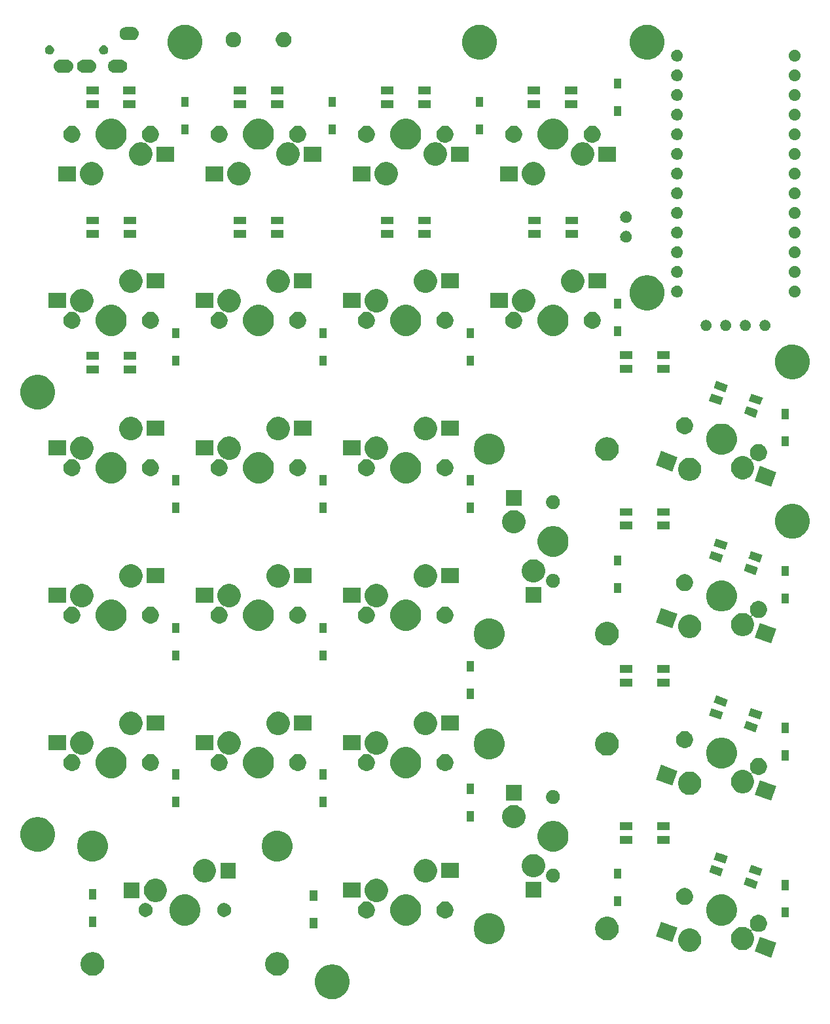
<source format=gbr>
G04 #@! TF.GenerationSoftware,KiCad,Pcbnew,(5.1.5)-3*
G04 #@! TF.CreationDate,2021-03-06T02:31:57+09:00*
G04 #@! TF.ProjectId,Getta25,47657474-6132-4352-9e6b-696361645f70,rev?*
G04 #@! TF.SameCoordinates,Original*
G04 #@! TF.FileFunction,Soldermask,Bot*
G04 #@! TF.FilePolarity,Negative*
%FSLAX46Y46*%
G04 Gerber Fmt 4.6, Leading zero omitted, Abs format (unit mm)*
G04 Created by KiCad (PCBNEW (5.1.5)-3) date 2021-03-06 02:31:57*
%MOMM*%
%LPD*%
G04 APERTURE LIST*
%ADD10C,0.100000*%
G04 APERTURE END LIST*
D10*
G36*
X64263953Y-131830733D02*
G01*
X64481301Y-131873966D01*
X64890775Y-132043576D01*
X65259292Y-132289811D01*
X65572689Y-132603208D01*
X65818924Y-132971725D01*
X65988534Y-133381199D01*
X66075000Y-133815894D01*
X66075000Y-134259106D01*
X65988534Y-134693801D01*
X65818924Y-135103275D01*
X65572689Y-135471792D01*
X65259292Y-135785189D01*
X64890775Y-136031424D01*
X64481301Y-136201034D01*
X64263953Y-136244267D01*
X64046607Y-136287500D01*
X63603393Y-136287500D01*
X63386047Y-136244267D01*
X63168699Y-136201034D01*
X62759225Y-136031424D01*
X62390708Y-135785189D01*
X62077311Y-135471792D01*
X61831076Y-135103275D01*
X61661466Y-134693801D01*
X61575000Y-134259106D01*
X61575000Y-133815894D01*
X61661466Y-133381199D01*
X61831076Y-132971725D01*
X62077311Y-132603208D01*
X62390708Y-132289811D01*
X62759225Y-132043576D01*
X63168699Y-131873966D01*
X63386047Y-131830733D01*
X63603393Y-131787500D01*
X64046607Y-131787500D01*
X64263953Y-131830733D01*
G37*
G36*
X57010317Y-130240283D02*
G01*
X57157534Y-130269566D01*
X57434885Y-130384449D01*
X57684493Y-130551232D01*
X57896768Y-130763507D01*
X58063551Y-131013115D01*
X58178434Y-131290466D01*
X58237000Y-131584899D01*
X58237000Y-131885101D01*
X58178434Y-132179534D01*
X58063551Y-132456885D01*
X57896768Y-132706493D01*
X57684493Y-132918768D01*
X57434885Y-133085551D01*
X57157534Y-133200434D01*
X57010317Y-133229717D01*
X56863102Y-133259000D01*
X56562898Y-133259000D01*
X56415683Y-133229717D01*
X56268466Y-133200434D01*
X55991115Y-133085551D01*
X55741507Y-132918768D01*
X55529232Y-132706493D01*
X55362449Y-132456885D01*
X55247566Y-132179534D01*
X55189000Y-131885101D01*
X55189000Y-131584899D01*
X55247566Y-131290466D01*
X55362449Y-131013115D01*
X55529232Y-130763507D01*
X55741507Y-130551232D01*
X55991115Y-130384449D01*
X56268466Y-130269566D01*
X56415683Y-130240283D01*
X56562898Y-130211000D01*
X56863102Y-130211000D01*
X57010317Y-130240283D01*
G37*
G36*
X33134317Y-130240283D02*
G01*
X33281534Y-130269566D01*
X33558885Y-130384449D01*
X33808493Y-130551232D01*
X34020768Y-130763507D01*
X34187551Y-131013115D01*
X34302434Y-131290466D01*
X34361000Y-131584899D01*
X34361000Y-131885101D01*
X34302434Y-132179534D01*
X34187551Y-132456885D01*
X34020768Y-132706493D01*
X33808493Y-132918768D01*
X33558885Y-133085551D01*
X33281534Y-133200434D01*
X33134317Y-133229717D01*
X32987102Y-133259000D01*
X32686898Y-133259000D01*
X32539683Y-133229717D01*
X32392466Y-133200434D01*
X32115115Y-133085551D01*
X31865507Y-132918768D01*
X31653232Y-132706493D01*
X31486449Y-132456885D01*
X31371566Y-132179534D01*
X31313000Y-131885101D01*
X31313000Y-131584899D01*
X31371566Y-131290466D01*
X31486449Y-131013115D01*
X31653232Y-130763507D01*
X31865507Y-130551232D01*
X32115115Y-130384449D01*
X32392466Y-130269566D01*
X32539683Y-130240283D01*
X32686898Y-130211000D01*
X32987102Y-130211000D01*
X33134317Y-130240283D01*
G37*
G36*
X121318103Y-129022179D02*
G01*
X120634062Y-130901564D01*
X118472769Y-130114917D01*
X119156810Y-128235532D01*
X121318103Y-129022179D01*
G37*
G36*
X110513251Y-127212550D02*
G01*
X110786232Y-127325623D01*
X110786234Y-127325624D01*
X110859751Y-127374747D01*
X111031910Y-127489780D01*
X111240844Y-127698714D01*
X111405001Y-127944392D01*
X111518074Y-128217373D01*
X111575717Y-128507169D01*
X111575717Y-128802645D01*
X111518074Y-129092441D01*
X111405001Y-129365422D01*
X111405000Y-129365424D01*
X111240843Y-129611101D01*
X111031911Y-129820033D01*
X110786234Y-129984190D01*
X110786233Y-129984191D01*
X110786232Y-129984191D01*
X110513251Y-130097264D01*
X110223455Y-130154907D01*
X109927979Y-130154907D01*
X109638183Y-130097264D01*
X109365202Y-129984191D01*
X109365201Y-129984191D01*
X109365200Y-129984190D01*
X109119523Y-129820033D01*
X108910591Y-129611101D01*
X108746434Y-129365424D01*
X108746433Y-129365422D01*
X108633360Y-129092441D01*
X108575717Y-128802645D01*
X108575717Y-128507169D01*
X108633360Y-128217373D01*
X108746433Y-127944392D01*
X108910590Y-127698714D01*
X109119524Y-127489780D01*
X109291683Y-127374747D01*
X109365200Y-127325624D01*
X109365202Y-127325623D01*
X109638183Y-127212550D01*
X109927979Y-127154907D01*
X110223455Y-127154907D01*
X110513251Y-127212550D01*
G37*
G36*
X119294496Y-125429734D02*
G01*
X119494682Y-125512654D01*
X119494684Y-125512655D01*
X119546938Y-125547570D01*
X119674847Y-125633036D01*
X119828065Y-125786254D01*
X119948447Y-125966419D01*
X120031367Y-126166605D01*
X120073639Y-126379120D01*
X120073639Y-126595804D01*
X120031367Y-126808319D01*
X119948447Y-127008505D01*
X119828065Y-127188670D01*
X119674847Y-127341888D01*
X119625670Y-127374747D01*
X119494684Y-127462269D01*
X119494683Y-127462270D01*
X119494682Y-127462270D01*
X119294496Y-127545190D01*
X119081981Y-127587462D01*
X118865297Y-127587462D01*
X118652782Y-127545190D01*
X118452593Y-127462269D01*
X118269991Y-127340259D01*
X118248381Y-127328708D01*
X118224932Y-127321595D01*
X118200546Y-127319193D01*
X118176160Y-127321595D01*
X118152711Y-127328708D01*
X118131100Y-127340259D01*
X118112158Y-127355805D01*
X118096613Y-127374747D01*
X118085062Y-127396357D01*
X118077949Y-127419806D01*
X118075547Y-127444192D01*
X118077949Y-127468578D01*
X118085062Y-127492027D01*
X118096612Y-127513635D01*
X118240781Y-127729399D01*
X118240782Y-127729401D01*
X118353855Y-128002382D01*
X118411498Y-128292178D01*
X118411498Y-128587654D01*
X118353855Y-128877450D01*
X118240782Y-129150431D01*
X118076625Y-129396109D01*
X117867691Y-129605043D01*
X117745688Y-129686563D01*
X117622015Y-129769199D01*
X117622014Y-129769200D01*
X117622013Y-129769200D01*
X117349032Y-129882273D01*
X117059236Y-129939916D01*
X116763760Y-129939916D01*
X116473964Y-129882273D01*
X116200983Y-129769200D01*
X116200982Y-129769200D01*
X116200981Y-129769199D01*
X116077308Y-129686563D01*
X115955305Y-129605043D01*
X115746371Y-129396109D01*
X115582214Y-129150431D01*
X115469141Y-128877450D01*
X115411498Y-128587654D01*
X115411498Y-128292178D01*
X115469141Y-128002382D01*
X115582214Y-127729401D01*
X115746371Y-127483723D01*
X115955305Y-127274789D01*
X116140632Y-127150957D01*
X116200981Y-127110633D01*
X116226651Y-127100000D01*
X116473964Y-126997559D01*
X116763760Y-126939916D01*
X117059236Y-126939916D01*
X117349032Y-126997559D01*
X117596345Y-127100000D01*
X117622015Y-127110633D01*
X117682364Y-127150957D01*
X117867691Y-127274789D01*
X117901693Y-127308791D01*
X117920635Y-127324336D01*
X117942246Y-127335887D01*
X117965695Y-127343000D01*
X117990081Y-127345402D01*
X118014467Y-127343000D01*
X118037916Y-127335887D01*
X118059527Y-127324336D01*
X118078469Y-127308791D01*
X118094014Y-127289849D01*
X118105565Y-127268238D01*
X118112678Y-127244789D01*
X118115080Y-127220403D01*
X118112678Y-127196017D01*
X118105565Y-127172568D01*
X118094014Y-127150957D01*
X117998831Y-127008505D01*
X117915911Y-126808319D01*
X117873639Y-126595804D01*
X117873639Y-126379120D01*
X117915911Y-126166605D01*
X117998831Y-125966419D01*
X118119213Y-125786254D01*
X118272431Y-125633036D01*
X118400340Y-125547570D01*
X118452594Y-125512655D01*
X118452596Y-125512654D01*
X118652782Y-125429734D01*
X118865297Y-125387462D01*
X119081981Y-125387462D01*
X119294496Y-125429734D01*
G37*
G36*
X84396199Y-125180004D02*
G01*
X84726599Y-125245724D01*
X85089466Y-125396028D01*
X85416037Y-125614236D01*
X85693764Y-125891963D01*
X85911972Y-126218534D01*
X86062276Y-126581401D01*
X86138900Y-126966618D01*
X86138900Y-127359382D01*
X86062276Y-127744599D01*
X85911972Y-128107466D01*
X85693764Y-128434037D01*
X85416037Y-128711764D01*
X85089466Y-128929972D01*
X84726599Y-129080276D01*
X84396199Y-129145996D01*
X84341383Y-129156900D01*
X83948617Y-129156900D01*
X83893801Y-129145996D01*
X83563401Y-129080276D01*
X83200534Y-128929972D01*
X82873963Y-128711764D01*
X82596236Y-128434037D01*
X82378028Y-128107466D01*
X82227724Y-127744599D01*
X82151100Y-127359382D01*
X82151100Y-126966618D01*
X82227724Y-126581401D01*
X82378028Y-126218534D01*
X82596236Y-125891963D01*
X82873963Y-125614236D01*
X83200534Y-125396028D01*
X83563401Y-125245724D01*
X83893801Y-125180004D01*
X83948617Y-125169100D01*
X84341383Y-125169100D01*
X84396199Y-125180004D01*
G37*
G36*
X108515276Y-127065342D02*
G01*
X107831235Y-128944727D01*
X105669942Y-128158080D01*
X106353983Y-126278695D01*
X108515276Y-127065342D01*
G37*
G36*
X99829534Y-125697566D02*
G01*
X100106885Y-125812449D01*
X100356493Y-125979232D01*
X100568768Y-126191507D01*
X100735551Y-126441115D01*
X100831660Y-126673141D01*
X100850434Y-126718467D01*
X100909000Y-127012898D01*
X100909000Y-127313102D01*
X100887775Y-127419806D01*
X100850434Y-127607534D01*
X100735551Y-127884885D01*
X100568768Y-128134493D01*
X100356493Y-128346768D01*
X100106885Y-128513551D01*
X99829534Y-128628434D01*
X99682317Y-128657717D01*
X99535102Y-128687000D01*
X99234898Y-128687000D01*
X99087683Y-128657717D01*
X98940466Y-128628434D01*
X98663115Y-128513551D01*
X98413507Y-128346768D01*
X98201232Y-128134493D01*
X98034449Y-127884885D01*
X97919566Y-127607534D01*
X97882225Y-127419806D01*
X97861000Y-127313102D01*
X97861000Y-127012898D01*
X97919566Y-126718467D01*
X97938341Y-126673141D01*
X98034449Y-126441115D01*
X98201232Y-126191507D01*
X98413507Y-125979232D01*
X98663115Y-125812449D01*
X98940466Y-125697566D01*
X99234898Y-125639000D01*
X99535102Y-125639000D01*
X99829534Y-125697566D01*
G37*
G36*
X61900000Y-127100000D02*
G01*
X60950000Y-127100000D01*
X60950000Y-125800000D01*
X61900000Y-125800000D01*
X61900000Y-127100000D01*
G37*
G36*
X33343750Y-126937500D02*
G01*
X32393750Y-126937500D01*
X32393750Y-125637500D01*
X33343750Y-125637500D01*
X33343750Y-126937500D01*
G37*
G36*
X114783377Y-122826858D02*
G01*
X115141023Y-122975000D01*
X115147355Y-122977623D01*
X115312251Y-123087803D01*
X115474925Y-123196498D01*
X115753502Y-123475075D01*
X115853947Y-123625402D01*
X115959408Y-123783235D01*
X115972378Y-123802647D01*
X116123142Y-124166623D01*
X116200000Y-124553016D01*
X116200000Y-124946984D01*
X116123142Y-125333377D01*
X115991992Y-125650000D01*
X115972377Y-125697355D01*
X115903792Y-125800000D01*
X115792596Y-125966417D01*
X115753501Y-126024926D01*
X115474926Y-126303501D01*
X115147355Y-126522377D01*
X115147354Y-126522378D01*
X115147353Y-126522378D01*
X114783377Y-126673142D01*
X114396984Y-126750000D01*
X114003016Y-126750000D01*
X113616623Y-126673142D01*
X113252647Y-126522378D01*
X113252646Y-126522378D01*
X113252645Y-126522377D01*
X112925074Y-126303501D01*
X112646499Y-126024926D01*
X112607405Y-125966417D01*
X112496208Y-125800000D01*
X112427623Y-125697355D01*
X112408008Y-125650000D01*
X112276858Y-125333377D01*
X112200000Y-124946984D01*
X112200000Y-124553016D01*
X112276858Y-124166623D01*
X112427622Y-123802647D01*
X112440593Y-123783235D01*
X112546053Y-123625402D01*
X112646498Y-123475075D01*
X112925075Y-123196498D01*
X113087749Y-123087803D01*
X113252645Y-122977623D01*
X113258977Y-122975000D01*
X113616623Y-122826858D01*
X114003016Y-122750000D01*
X114396984Y-122750000D01*
X114783377Y-122826858D01*
G37*
G36*
X73933377Y-122826858D02*
G01*
X74291023Y-122975000D01*
X74297355Y-122977623D01*
X74462251Y-123087803D01*
X74624925Y-123196498D01*
X74903502Y-123475075D01*
X75003947Y-123625402D01*
X75109408Y-123783235D01*
X75122378Y-123802647D01*
X75273142Y-124166623D01*
X75350000Y-124553016D01*
X75350000Y-124946984D01*
X75273142Y-125333377D01*
X75141992Y-125650000D01*
X75122377Y-125697355D01*
X75053792Y-125800000D01*
X74942596Y-125966417D01*
X74903501Y-126024926D01*
X74624926Y-126303501D01*
X74297355Y-126522377D01*
X74297354Y-126522378D01*
X74297353Y-126522378D01*
X73933377Y-126673142D01*
X73546984Y-126750000D01*
X73153016Y-126750000D01*
X72766623Y-126673142D01*
X72402647Y-126522378D01*
X72402646Y-126522378D01*
X72402645Y-126522377D01*
X72075074Y-126303501D01*
X71796499Y-126024926D01*
X71757405Y-125966417D01*
X71646208Y-125800000D01*
X71577623Y-125697355D01*
X71558008Y-125650000D01*
X71426858Y-125333377D01*
X71350000Y-124946984D01*
X71350000Y-124553016D01*
X71426858Y-124166623D01*
X71577622Y-123802647D01*
X71590593Y-123783235D01*
X71696053Y-123625402D01*
X71796498Y-123475075D01*
X72075075Y-123196498D01*
X72237749Y-123087803D01*
X72402645Y-122977623D01*
X72408977Y-122975000D01*
X72766623Y-122826858D01*
X73153016Y-122750000D01*
X73546984Y-122750000D01*
X73933377Y-122826858D01*
G37*
G36*
X45358377Y-122826858D02*
G01*
X45716023Y-122975000D01*
X45722355Y-122977623D01*
X45887251Y-123087803D01*
X46049925Y-123196498D01*
X46328502Y-123475075D01*
X46428947Y-123625402D01*
X46534408Y-123783235D01*
X46547378Y-123802647D01*
X46698142Y-124166623D01*
X46775000Y-124553016D01*
X46775000Y-124946984D01*
X46698142Y-125333377D01*
X46566992Y-125650000D01*
X46547377Y-125697355D01*
X46478792Y-125800000D01*
X46367596Y-125966417D01*
X46328501Y-126024926D01*
X46049926Y-126303501D01*
X45722355Y-126522377D01*
X45722354Y-126522378D01*
X45722353Y-126522378D01*
X45358377Y-126673142D01*
X44971984Y-126750000D01*
X44578016Y-126750000D01*
X44191623Y-126673142D01*
X43827647Y-126522378D01*
X43827646Y-126522378D01*
X43827645Y-126522377D01*
X43500074Y-126303501D01*
X43221499Y-126024926D01*
X43182405Y-125966417D01*
X43071208Y-125800000D01*
X43002623Y-125697355D01*
X42983008Y-125650000D01*
X42851858Y-125333377D01*
X42775000Y-124946984D01*
X42775000Y-124553016D01*
X42851858Y-124166623D01*
X43002622Y-123802647D01*
X43015593Y-123783235D01*
X43121053Y-123625402D01*
X43221498Y-123475075D01*
X43500075Y-123196498D01*
X43662749Y-123087803D01*
X43827645Y-122977623D01*
X43833977Y-122975000D01*
X44191623Y-122826858D01*
X44578016Y-122750000D01*
X44971984Y-122750000D01*
X45358377Y-122826858D01*
G37*
G36*
X78750857Y-123692272D02*
G01*
X78918289Y-123761625D01*
X78951045Y-123775193D01*
X79041738Y-123835792D01*
X79131208Y-123895574D01*
X79284426Y-124048792D01*
X79344208Y-124138262D01*
X79369613Y-124176283D01*
X79404808Y-124228957D01*
X79487728Y-124429143D01*
X79530000Y-124641658D01*
X79530000Y-124858342D01*
X79487728Y-125070857D01*
X79415295Y-125245725D01*
X79404807Y-125271045D01*
X79363158Y-125333377D01*
X79284426Y-125451208D01*
X79131208Y-125604426D01*
X79114763Y-125615414D01*
X78951045Y-125724807D01*
X78951044Y-125724808D01*
X78951043Y-125724808D01*
X78750857Y-125807728D01*
X78538342Y-125850000D01*
X78321658Y-125850000D01*
X78109143Y-125807728D01*
X77908957Y-125724808D01*
X77908956Y-125724808D01*
X77908955Y-125724807D01*
X77745237Y-125615414D01*
X77728792Y-125604426D01*
X77575574Y-125451208D01*
X77496842Y-125333377D01*
X77455193Y-125271045D01*
X77444705Y-125245725D01*
X77372272Y-125070857D01*
X77330000Y-124858342D01*
X77330000Y-124641658D01*
X77372272Y-124429143D01*
X77455192Y-124228957D01*
X77490388Y-124176283D01*
X77515792Y-124138262D01*
X77575574Y-124048792D01*
X77728792Y-123895574D01*
X77818262Y-123835792D01*
X77908955Y-123775193D01*
X77941711Y-123761625D01*
X78109143Y-123692272D01*
X78321658Y-123650000D01*
X78538342Y-123650000D01*
X78750857Y-123692272D01*
G37*
G36*
X69977534Y-120767643D02*
G01*
X70245689Y-120878717D01*
X70250517Y-120880717D01*
X70496194Y-121044874D01*
X70705126Y-121253806D01*
X70863934Y-121491477D01*
X70869284Y-121499485D01*
X70982357Y-121772466D01*
X71040000Y-122062262D01*
X71040000Y-122357738D01*
X70982357Y-122647534D01*
X70869284Y-122920515D01*
X70705127Y-123166193D01*
X70496193Y-123375127D01*
X70374190Y-123456647D01*
X70250517Y-123539283D01*
X70250516Y-123539284D01*
X70250515Y-123539284D01*
X69977534Y-123652357D01*
X69687738Y-123710000D01*
X69392262Y-123710000D01*
X69102467Y-123652357D01*
X68971977Y-123598306D01*
X68948528Y-123591193D01*
X68924142Y-123588791D01*
X68899756Y-123591193D01*
X68876307Y-123598306D01*
X68854697Y-123609857D01*
X68835755Y-123625402D01*
X68820209Y-123644344D01*
X68808658Y-123665955D01*
X68801545Y-123689404D01*
X68799143Y-123713790D01*
X68801545Y-123738176D01*
X68808658Y-123761625D01*
X68820209Y-123783235D01*
X68835754Y-123802177D01*
X68854696Y-123817723D01*
X68971208Y-123895574D01*
X69124426Y-124048792D01*
X69184208Y-124138262D01*
X69209613Y-124176283D01*
X69244808Y-124228957D01*
X69327728Y-124429143D01*
X69370000Y-124641658D01*
X69370000Y-124858342D01*
X69327728Y-125070857D01*
X69255295Y-125245725D01*
X69244807Y-125271045D01*
X69203158Y-125333377D01*
X69124426Y-125451208D01*
X68971208Y-125604426D01*
X68954763Y-125615414D01*
X68791045Y-125724807D01*
X68791044Y-125724808D01*
X68791043Y-125724808D01*
X68590857Y-125807728D01*
X68378342Y-125850000D01*
X68161658Y-125850000D01*
X67949143Y-125807728D01*
X67748957Y-125724808D01*
X67748956Y-125724808D01*
X67748955Y-125724807D01*
X67585237Y-125615414D01*
X67568792Y-125604426D01*
X67415574Y-125451208D01*
X67336842Y-125333377D01*
X67295193Y-125271045D01*
X67284705Y-125245725D01*
X67212272Y-125070857D01*
X67170000Y-124858342D01*
X67170000Y-124641658D01*
X67212272Y-124429143D01*
X67295192Y-124228957D01*
X67330388Y-124176283D01*
X67355792Y-124138262D01*
X67415574Y-124048792D01*
X67568792Y-123895574D01*
X67658262Y-123835792D01*
X67748955Y-123775193D01*
X67781711Y-123761625D01*
X67949143Y-123692272D01*
X68161658Y-123650000D01*
X68378342Y-123650000D01*
X68590857Y-123692272D01*
X68648552Y-123716170D01*
X68672001Y-123723283D01*
X68696387Y-123725685D01*
X68720773Y-123723283D01*
X68744222Y-123716170D01*
X68765833Y-123704619D01*
X68784775Y-123689074D01*
X68800320Y-123670132D01*
X68811871Y-123648521D01*
X68818984Y-123625072D01*
X68821386Y-123600686D01*
X68818984Y-123576300D01*
X68811871Y-123552851D01*
X68800320Y-123531240D01*
X68784775Y-123512298D01*
X68765833Y-123496753D01*
X68733390Y-123475075D01*
X68583806Y-123375126D01*
X68374874Y-123166194D01*
X68210717Y-122920517D01*
X68203957Y-122904197D01*
X68097643Y-122647534D01*
X68040000Y-122357738D01*
X68040000Y-122062262D01*
X68097643Y-121772466D01*
X68210716Y-121499485D01*
X68216067Y-121491477D01*
X68374874Y-121253806D01*
X68583806Y-121044874D01*
X68829483Y-120880717D01*
X68834311Y-120878717D01*
X69102466Y-120767643D01*
X69392262Y-120710000D01*
X69687738Y-120710000D01*
X69977534Y-120767643D01*
G37*
G36*
X122900000Y-125725000D02*
G01*
X121950000Y-125725000D01*
X121950000Y-124425000D01*
X122900000Y-124425000D01*
X122900000Y-125725000D01*
G37*
G36*
X50117520Y-123884586D02*
G01*
X50281310Y-123952430D01*
X50428717Y-124050924D01*
X50554076Y-124176283D01*
X50620036Y-124275000D01*
X50652571Y-124323692D01*
X50720414Y-124487480D01*
X50755000Y-124661356D01*
X50755000Y-124838644D01*
X50720414Y-125012520D01*
X50655557Y-125169100D01*
X50652570Y-125176310D01*
X50554076Y-125323717D01*
X50428717Y-125449076D01*
X50281310Y-125547570D01*
X50281309Y-125547571D01*
X50281308Y-125547571D01*
X50117520Y-125615414D01*
X49943644Y-125650000D01*
X49766356Y-125650000D01*
X49592480Y-125615414D01*
X49428692Y-125547571D01*
X49428691Y-125547571D01*
X49428690Y-125547570D01*
X49281283Y-125449076D01*
X49155924Y-125323717D01*
X49057430Y-125176310D01*
X49054444Y-125169100D01*
X48989586Y-125012520D01*
X48955000Y-124838644D01*
X48955000Y-124661356D01*
X48989586Y-124487480D01*
X49057429Y-124323692D01*
X49089964Y-124275000D01*
X49155924Y-124176283D01*
X49281283Y-124050924D01*
X49428690Y-123952430D01*
X49592480Y-123884586D01*
X49766356Y-123850000D01*
X49943644Y-123850000D01*
X50117520Y-123884586D01*
G37*
G36*
X39957520Y-123884586D02*
G01*
X40121310Y-123952430D01*
X40268717Y-124050924D01*
X40394076Y-124176283D01*
X40460036Y-124275000D01*
X40492571Y-124323692D01*
X40560414Y-124487480D01*
X40595000Y-124661356D01*
X40595000Y-124838644D01*
X40560414Y-125012520D01*
X40495557Y-125169100D01*
X40492570Y-125176310D01*
X40394076Y-125323717D01*
X40268717Y-125449076D01*
X40121310Y-125547570D01*
X40121309Y-125547571D01*
X40121308Y-125547571D01*
X39957520Y-125615414D01*
X39783644Y-125650000D01*
X39606356Y-125650000D01*
X39432480Y-125615414D01*
X39268692Y-125547571D01*
X39268691Y-125547571D01*
X39268690Y-125547570D01*
X39121283Y-125449076D01*
X38995924Y-125323717D01*
X38897430Y-125176310D01*
X38894444Y-125169100D01*
X38829586Y-125012520D01*
X38795000Y-124838644D01*
X38795000Y-124661356D01*
X38829586Y-124487480D01*
X38897429Y-124323692D01*
X38929964Y-124275000D01*
X38995924Y-124176283D01*
X39121283Y-124050924D01*
X39268690Y-123952430D01*
X39432480Y-123884586D01*
X39606356Y-123850000D01*
X39783644Y-123850000D01*
X39957520Y-123884586D01*
G37*
G36*
X101225000Y-124275000D02*
G01*
X100275000Y-124275000D01*
X100275000Y-122975000D01*
X101225000Y-122975000D01*
X101225000Y-124275000D01*
G37*
G36*
X109747218Y-121954810D02*
G01*
X109947404Y-122037730D01*
X109947406Y-122037731D01*
X110021890Y-122087500D01*
X110127569Y-122158112D01*
X110280787Y-122311330D01*
X110401169Y-122491495D01*
X110484089Y-122691681D01*
X110526361Y-122904196D01*
X110526361Y-123120880D01*
X110484089Y-123333395D01*
X110409985Y-123512298D01*
X110401168Y-123533583D01*
X110372625Y-123576300D01*
X110280787Y-123713746D01*
X110127569Y-123866964D01*
X110084751Y-123895574D01*
X109947406Y-123987345D01*
X109947405Y-123987346D01*
X109947404Y-123987346D01*
X109747218Y-124070266D01*
X109534703Y-124112538D01*
X109318019Y-124112538D01*
X109105504Y-124070266D01*
X108905318Y-123987346D01*
X108905317Y-123987346D01*
X108905316Y-123987345D01*
X108767971Y-123895574D01*
X108725153Y-123866964D01*
X108571935Y-123713746D01*
X108480097Y-123576300D01*
X108451554Y-123533583D01*
X108442737Y-123512298D01*
X108368633Y-123333395D01*
X108326361Y-123120880D01*
X108326361Y-122904196D01*
X108368633Y-122691681D01*
X108451553Y-122491495D01*
X108571935Y-122311330D01*
X108725153Y-122158112D01*
X108830832Y-122087500D01*
X108905316Y-122037731D01*
X108905318Y-122037730D01*
X109105504Y-121954810D01*
X109318019Y-121912538D01*
X109534703Y-121912538D01*
X109747218Y-121954810D01*
G37*
G36*
X41402534Y-120767643D02*
G01*
X41670689Y-120878717D01*
X41675517Y-120880717D01*
X41921194Y-121044874D01*
X42130126Y-121253806D01*
X42288934Y-121491477D01*
X42294284Y-121499485D01*
X42407357Y-121772466D01*
X42465000Y-122062262D01*
X42465000Y-122357738D01*
X42407357Y-122647534D01*
X42294284Y-122920515D01*
X42130127Y-123166193D01*
X41921193Y-123375127D01*
X41799190Y-123456647D01*
X41675517Y-123539283D01*
X41675516Y-123539284D01*
X41675515Y-123539284D01*
X41402534Y-123652357D01*
X41112738Y-123710000D01*
X40817262Y-123710000D01*
X40527466Y-123652357D01*
X40254485Y-123539284D01*
X40254484Y-123539284D01*
X40254483Y-123539283D01*
X40130810Y-123456647D01*
X40008807Y-123375127D01*
X39799873Y-123166193D01*
X39635716Y-122920515D01*
X39522643Y-122647534D01*
X39465000Y-122357738D01*
X39465000Y-122062262D01*
X39522643Y-121772466D01*
X39635716Y-121499485D01*
X39641067Y-121491477D01*
X39799874Y-121253806D01*
X40008806Y-121044874D01*
X40254483Y-120880717D01*
X40259311Y-120878717D01*
X40527466Y-120767643D01*
X40817262Y-120710000D01*
X41112738Y-120710000D01*
X41402534Y-120767643D01*
G37*
G36*
X61900000Y-123550000D02*
G01*
X60950000Y-123550000D01*
X60950000Y-122250000D01*
X61900000Y-122250000D01*
X61900000Y-123550000D01*
G37*
G36*
X33343750Y-123387500D02*
G01*
X32393750Y-123387500D01*
X32393750Y-122087500D01*
X33343750Y-122087500D01*
X33343750Y-123387500D01*
G37*
G36*
X38875000Y-123210000D02*
G01*
X36875000Y-123210000D01*
X36875000Y-121210000D01*
X38875000Y-121210000D01*
X38875000Y-123210000D01*
G37*
G36*
X67500000Y-123170000D02*
G01*
X65200000Y-123170000D01*
X65200000Y-121170000D01*
X67500000Y-121170000D01*
X67500000Y-123170000D01*
G37*
G36*
X90860000Y-123125000D02*
G01*
X88860000Y-123125000D01*
X88860000Y-121125000D01*
X90860000Y-121125000D01*
X90860000Y-123125000D01*
G37*
G36*
X122900000Y-122175000D02*
G01*
X121950000Y-122175000D01*
X121950000Y-120875000D01*
X122900000Y-120875000D01*
X122900000Y-122175000D01*
G37*
G36*
X118328946Y-120878716D02*
G01*
X118934218Y-121099017D01*
X118592198Y-122038709D01*
X118592197Y-122038709D01*
X117088690Y-121491477D01*
X117175195Y-121253806D01*
X117430710Y-120551785D01*
X117430711Y-120551785D01*
X118328946Y-120878716D01*
G37*
G36*
X92662520Y-119439586D02*
G01*
X92826310Y-119507430D01*
X92973717Y-119605924D01*
X93099076Y-119731283D01*
X93197570Y-119878690D01*
X93197571Y-119878692D01*
X93265414Y-120042480D01*
X93300000Y-120216356D01*
X93300000Y-120393644D01*
X93265414Y-120567520D01*
X93222966Y-120670000D01*
X93197570Y-120731310D01*
X93099076Y-120878717D01*
X92973717Y-121004076D01*
X92826310Y-121102570D01*
X92826309Y-121102571D01*
X92826308Y-121102571D01*
X92662520Y-121170414D01*
X92488644Y-121205000D01*
X92311356Y-121205000D01*
X92137480Y-121170414D01*
X91973692Y-121102571D01*
X91973691Y-121102571D01*
X91973690Y-121102570D01*
X91826283Y-121004076D01*
X91700924Y-120878717D01*
X91602430Y-120731310D01*
X91577035Y-120670000D01*
X91534586Y-120567520D01*
X91500000Y-120393644D01*
X91500000Y-120216356D01*
X91534586Y-120042480D01*
X91602429Y-119878692D01*
X91602430Y-119878690D01*
X91700924Y-119731283D01*
X91826283Y-119605924D01*
X91973690Y-119507430D01*
X92137480Y-119439586D01*
X92311356Y-119405000D01*
X92488644Y-119405000D01*
X92662520Y-119439586D01*
G37*
G36*
X76327534Y-118227643D02*
G01*
X76600515Y-118340716D01*
X76600517Y-118340717D01*
X76707612Y-118412276D01*
X76822288Y-118488900D01*
X76846194Y-118504874D01*
X77055126Y-118713806D01*
X77184431Y-118907323D01*
X77219284Y-118959485D01*
X77332357Y-119232466D01*
X77390000Y-119522262D01*
X77390000Y-119817738D01*
X77332357Y-120107534D01*
X77226007Y-120364284D01*
X77219283Y-120380517D01*
X77154577Y-120477356D01*
X77055127Y-120626193D01*
X76846193Y-120835127D01*
X76780956Y-120878717D01*
X76600517Y-120999283D01*
X76600516Y-120999284D01*
X76600515Y-120999284D01*
X76327534Y-121112357D01*
X76037738Y-121170000D01*
X75742262Y-121170000D01*
X75452466Y-121112357D01*
X75179485Y-120999284D01*
X75179484Y-120999284D01*
X75179483Y-120999283D01*
X74999044Y-120878717D01*
X74933807Y-120835127D01*
X74724873Y-120626193D01*
X74625423Y-120477356D01*
X74560717Y-120380517D01*
X74553993Y-120364284D01*
X74447643Y-120107534D01*
X74390000Y-119817738D01*
X74390000Y-119522262D01*
X74447643Y-119232466D01*
X74560716Y-118959485D01*
X74595570Y-118907323D01*
X74724874Y-118713806D01*
X74933806Y-118504874D01*
X74957713Y-118488900D01*
X75072388Y-118412276D01*
X75179483Y-118340717D01*
X75179485Y-118340716D01*
X75452466Y-118227643D01*
X75742262Y-118170000D01*
X76037738Y-118170000D01*
X76327534Y-118227643D01*
G37*
G36*
X47752534Y-118227643D02*
G01*
X48025515Y-118340716D01*
X48025517Y-118340717D01*
X48132612Y-118412276D01*
X48247288Y-118488900D01*
X48271194Y-118504874D01*
X48480126Y-118713806D01*
X48609431Y-118907323D01*
X48644284Y-118959485D01*
X48757357Y-119232466D01*
X48815000Y-119522262D01*
X48815000Y-119817738D01*
X48757357Y-120107534D01*
X48651007Y-120364284D01*
X48644283Y-120380517D01*
X48579577Y-120477356D01*
X48480127Y-120626193D01*
X48271193Y-120835127D01*
X48205956Y-120878717D01*
X48025517Y-120999283D01*
X48025516Y-120999284D01*
X48025515Y-120999284D01*
X47752534Y-121112357D01*
X47462738Y-121170000D01*
X47167262Y-121170000D01*
X46877466Y-121112357D01*
X46604485Y-120999284D01*
X46604484Y-120999284D01*
X46604483Y-120999283D01*
X46424044Y-120878717D01*
X46358807Y-120835127D01*
X46149873Y-120626193D01*
X46050423Y-120477356D01*
X45985717Y-120380517D01*
X45978993Y-120364284D01*
X45872643Y-120107534D01*
X45815000Y-119817738D01*
X45815000Y-119522262D01*
X45872643Y-119232466D01*
X45985716Y-118959485D01*
X46020570Y-118907323D01*
X46149874Y-118713806D01*
X46358806Y-118504874D01*
X46382713Y-118488900D01*
X46497388Y-118412276D01*
X46604483Y-118340717D01*
X46604485Y-118340716D01*
X46877466Y-118227643D01*
X47167262Y-118170000D01*
X47462738Y-118170000D01*
X47752534Y-118227643D01*
G37*
G36*
X101225000Y-120725000D02*
G01*
X100275000Y-120725000D01*
X100275000Y-119425000D01*
X101225000Y-119425000D01*
X101225000Y-120725000D01*
G37*
G36*
X51375000Y-120670000D02*
G01*
X49375000Y-120670000D01*
X49375000Y-118670000D01*
X51375000Y-118670000D01*
X51375000Y-120670000D01*
G37*
G36*
X80200000Y-120630000D02*
G01*
X77900000Y-120630000D01*
X77900000Y-118630000D01*
X80200000Y-118630000D01*
X80200000Y-120630000D01*
G37*
G36*
X90297534Y-117592643D02*
G01*
X90570515Y-117705716D01*
X90570517Y-117705717D01*
X90660790Y-117766036D01*
X90816193Y-117869873D01*
X91025127Y-118078807D01*
X91189284Y-118324485D01*
X91302357Y-118597466D01*
X91360000Y-118887262D01*
X91360000Y-119182738D01*
X91302357Y-119472534D01*
X91189284Y-119745515D01*
X91025127Y-119991193D01*
X90816193Y-120200127D01*
X90694190Y-120281647D01*
X90570517Y-120364283D01*
X90570516Y-120364284D01*
X90570515Y-120364284D01*
X90297534Y-120477357D01*
X90007738Y-120535000D01*
X89712262Y-120535000D01*
X89422466Y-120477357D01*
X89149485Y-120364284D01*
X89149484Y-120364284D01*
X89149483Y-120364283D01*
X89025810Y-120281647D01*
X88903807Y-120200127D01*
X88694873Y-119991193D01*
X88530716Y-119745515D01*
X88417643Y-119472534D01*
X88360000Y-119182738D01*
X88360000Y-118887262D01*
X88417643Y-118597466D01*
X88530716Y-118324485D01*
X88694873Y-118078807D01*
X88903807Y-117869873D01*
X89059210Y-117766036D01*
X89149483Y-117705717D01*
X89149485Y-117705716D01*
X89422466Y-117592643D01*
X89712262Y-117535000D01*
X90007738Y-117535000D01*
X90297534Y-117592643D01*
G37*
G36*
X114416093Y-119454555D02*
G01*
X114423693Y-119457321D01*
X114081673Y-120397013D01*
X114081672Y-120397013D01*
X112578165Y-119849781D01*
X112616115Y-119745515D01*
X112920185Y-118910089D01*
X112920186Y-118910089D01*
X114416093Y-119454555D01*
G37*
G36*
X119396602Y-119405000D02*
G01*
X119532753Y-119454555D01*
X119190733Y-120394247D01*
X119190732Y-120394247D01*
X117687225Y-119847015D01*
X117805425Y-119522263D01*
X118029245Y-118907323D01*
X118029246Y-118907323D01*
X119396602Y-119405000D01*
G37*
G36*
X114417192Y-117592644D02*
G01*
X115022228Y-117812859D01*
X114680208Y-118752551D01*
X114680207Y-118752551D01*
X113176700Y-118205319D01*
X113298792Y-117869874D01*
X113518720Y-117265627D01*
X113518721Y-117265627D01*
X114417192Y-117592644D01*
G37*
G36*
X33088199Y-114512004D02*
G01*
X33418599Y-114577724D01*
X33781466Y-114728028D01*
X34108037Y-114946236D01*
X34385764Y-115223963D01*
X34603972Y-115550534D01*
X34754276Y-115913401D01*
X34830900Y-116298618D01*
X34830900Y-116691382D01*
X34754276Y-117076599D01*
X34603972Y-117439466D01*
X34385764Y-117766037D01*
X34108037Y-118043764D01*
X33781466Y-118261972D01*
X33418599Y-118412276D01*
X33088199Y-118477996D01*
X33033383Y-118488900D01*
X32640617Y-118488900D01*
X32585801Y-118477996D01*
X32255401Y-118412276D01*
X31892534Y-118261972D01*
X31565963Y-118043764D01*
X31288236Y-117766037D01*
X31070028Y-117439466D01*
X30919724Y-117076599D01*
X30843100Y-116691382D01*
X30843100Y-116298618D01*
X30919724Y-115913401D01*
X31070028Y-115550534D01*
X31288236Y-115223963D01*
X31565963Y-114946236D01*
X31892534Y-114728028D01*
X32255401Y-114577724D01*
X32585801Y-114512004D01*
X32640617Y-114501100D01*
X33033383Y-114501100D01*
X33088199Y-114512004D01*
G37*
G36*
X56964199Y-114512004D02*
G01*
X57294599Y-114577724D01*
X57657466Y-114728028D01*
X57984037Y-114946236D01*
X58261764Y-115223963D01*
X58479972Y-115550534D01*
X58630276Y-115913401D01*
X58706900Y-116298618D01*
X58706900Y-116691382D01*
X58630276Y-117076599D01*
X58479972Y-117439466D01*
X58261764Y-117766037D01*
X57984037Y-118043764D01*
X57657466Y-118261972D01*
X57294599Y-118412276D01*
X56964199Y-118477996D01*
X56909383Y-118488900D01*
X56516617Y-118488900D01*
X56461801Y-118477996D01*
X56131401Y-118412276D01*
X55768534Y-118261972D01*
X55441963Y-118043764D01*
X55164236Y-117766037D01*
X54946028Y-117439466D01*
X54795724Y-117076599D01*
X54719100Y-116691382D01*
X54719100Y-116298618D01*
X54795724Y-115913401D01*
X54946028Y-115550534D01*
X55164236Y-115223963D01*
X55441963Y-114946236D01*
X55768534Y-114728028D01*
X56131401Y-114577724D01*
X56461801Y-114512004D01*
X56516617Y-114501100D01*
X56909383Y-114501100D01*
X56964199Y-114512004D01*
G37*
G36*
X26163953Y-112780733D02*
G01*
X26381301Y-112823966D01*
X26790775Y-112993576D01*
X27159292Y-113239811D01*
X27472689Y-113553208D01*
X27718924Y-113921725D01*
X27888534Y-114331199D01*
X27975000Y-114765894D01*
X27975000Y-115209106D01*
X27888534Y-115643801D01*
X27718924Y-116053275D01*
X27472689Y-116421792D01*
X27159292Y-116735189D01*
X26790775Y-116981424D01*
X26381301Y-117151034D01*
X25946607Y-117237500D01*
X25503393Y-117237500D01*
X25068699Y-117151034D01*
X24659225Y-116981424D01*
X24290708Y-116735189D01*
X23977311Y-116421792D01*
X23731076Y-116053275D01*
X23561466Y-115643801D01*
X23475000Y-115209106D01*
X23475000Y-114765894D01*
X23561466Y-114331199D01*
X23731076Y-113921725D01*
X23977311Y-113553208D01*
X24290708Y-113239811D01*
X24659225Y-112993576D01*
X25068699Y-112823966D01*
X25286047Y-112780733D01*
X25503393Y-112737500D01*
X25946607Y-112737500D01*
X26163953Y-112780733D01*
G37*
G36*
X92983377Y-113301858D02*
G01*
X93347353Y-113452622D01*
X93347355Y-113452623D01*
X93497891Y-113553208D01*
X93629572Y-113641194D01*
X93674926Y-113671499D01*
X93953501Y-113950074D01*
X94110474Y-114185000D01*
X94172378Y-114277647D01*
X94323142Y-114641623D01*
X94400000Y-115028016D01*
X94400000Y-115421984D01*
X94323142Y-115808377D01*
X94172378Y-116172353D01*
X94005709Y-116421792D01*
X93953501Y-116499926D01*
X93674926Y-116778501D01*
X93347355Y-116997377D01*
X93347354Y-116997378D01*
X93347353Y-116997378D01*
X92983377Y-117148142D01*
X92596984Y-117225000D01*
X92203016Y-117225000D01*
X91816623Y-117148142D01*
X91452647Y-116997378D01*
X91452646Y-116997378D01*
X91452645Y-116997377D01*
X91125074Y-116778501D01*
X90846499Y-116499926D01*
X90794292Y-116421792D01*
X90627622Y-116172353D01*
X90476858Y-115808377D01*
X90400000Y-115421984D01*
X90400000Y-115028016D01*
X90476858Y-114641623D01*
X90627622Y-114277647D01*
X90689527Y-114185000D01*
X90846499Y-113950074D01*
X91125074Y-113671499D01*
X91170429Y-113641194D01*
X91302109Y-113553208D01*
X91452645Y-113452623D01*
X91452647Y-113452622D01*
X91816623Y-113301858D01*
X92203016Y-113225000D01*
X92596984Y-113225000D01*
X92983377Y-113301858D01*
G37*
G36*
X102650000Y-116165000D02*
G01*
X101050000Y-116165000D01*
X101050000Y-115165000D01*
X102650000Y-115165000D01*
X102650000Y-116165000D01*
G37*
G36*
X107450000Y-116165000D02*
G01*
X105850000Y-116165000D01*
X105850000Y-115165000D01*
X107450000Y-115165000D01*
X107450000Y-116165000D01*
G37*
G36*
X107450000Y-114415000D02*
G01*
X105850000Y-114415000D01*
X105850000Y-113415000D01*
X107450000Y-113415000D01*
X107450000Y-114415000D01*
G37*
G36*
X102650000Y-114415000D02*
G01*
X101050000Y-114415000D01*
X101050000Y-113415000D01*
X102650000Y-113415000D01*
X102650000Y-114415000D01*
G37*
G36*
X87757534Y-111242643D02*
G01*
X88030515Y-111355716D01*
X88030517Y-111355717D01*
X88134206Y-111425000D01*
X88276193Y-111519873D01*
X88485127Y-111728807D01*
X88649284Y-111974485D01*
X88762357Y-112247466D01*
X88820000Y-112537262D01*
X88820000Y-112832738D01*
X88762357Y-113122534D01*
X88649284Y-113395515D01*
X88649283Y-113395517D01*
X88485126Y-113641194D01*
X88276194Y-113850126D01*
X88030517Y-114014283D01*
X88030516Y-114014284D01*
X88030515Y-114014284D01*
X87757534Y-114127357D01*
X87467738Y-114185000D01*
X87172262Y-114185000D01*
X86882466Y-114127357D01*
X86609485Y-114014284D01*
X86609484Y-114014284D01*
X86609483Y-114014283D01*
X86363806Y-113850126D01*
X86154874Y-113641194D01*
X85990717Y-113395517D01*
X85990716Y-113395515D01*
X85877643Y-113122534D01*
X85820000Y-112832738D01*
X85820000Y-112537262D01*
X85877643Y-112247466D01*
X85990716Y-111974485D01*
X86154873Y-111728807D01*
X86363807Y-111519873D01*
X86505794Y-111425000D01*
X86609483Y-111355717D01*
X86609485Y-111355716D01*
X86882466Y-111242643D01*
X87172262Y-111185000D01*
X87467738Y-111185000D01*
X87757534Y-111242643D01*
G37*
G36*
X82175000Y-113300000D02*
G01*
X81225000Y-113300000D01*
X81225000Y-112000000D01*
X82175000Y-112000000D01*
X82175000Y-113300000D01*
G37*
G36*
X44075000Y-111425000D02*
G01*
X43125000Y-111425000D01*
X43125000Y-110125000D01*
X44075000Y-110125000D01*
X44075000Y-111425000D01*
G37*
G36*
X63125000Y-111425000D02*
G01*
X62175000Y-111425000D01*
X62175000Y-110125000D01*
X63125000Y-110125000D01*
X63125000Y-111425000D01*
G37*
G36*
X92662520Y-109279586D02*
G01*
X92786889Y-109331101D01*
X92826310Y-109347430D01*
X92973717Y-109445924D01*
X93099076Y-109571283D01*
X93197570Y-109718690D01*
X93265414Y-109882480D01*
X93300000Y-110056358D01*
X93300000Y-110233642D01*
X93265414Y-110407520D01*
X93197570Y-110571310D01*
X93099076Y-110718717D01*
X92973717Y-110844076D01*
X92826310Y-110942570D01*
X92826309Y-110942571D01*
X92826308Y-110942571D01*
X92662520Y-111010414D01*
X92488644Y-111045000D01*
X92311356Y-111045000D01*
X92137480Y-111010414D01*
X91973692Y-110942571D01*
X91973691Y-110942571D01*
X91973690Y-110942570D01*
X91826283Y-110844076D01*
X91700924Y-110718717D01*
X91602430Y-110571310D01*
X91534586Y-110407520D01*
X91500000Y-110233642D01*
X91500000Y-110056358D01*
X91534586Y-109882480D01*
X91602430Y-109718690D01*
X91700924Y-109571283D01*
X91826283Y-109445924D01*
X91973690Y-109347430D01*
X92013112Y-109331101D01*
X92137480Y-109279586D01*
X92311356Y-109245000D01*
X92488644Y-109245000D01*
X92662520Y-109279586D01*
G37*
G36*
X88320000Y-110625000D02*
G01*
X86320000Y-110625000D01*
X86320000Y-108625000D01*
X88320000Y-108625000D01*
X88320000Y-110625000D01*
G37*
G36*
X121318103Y-108742179D02*
G01*
X120634062Y-110621564D01*
X118472769Y-109834917D01*
X119156810Y-107955532D01*
X121318103Y-108742179D01*
G37*
G36*
X110513251Y-106932550D02*
G01*
X110786232Y-107045623D01*
X110786234Y-107045624D01*
X110859751Y-107094747D01*
X111031910Y-107209780D01*
X111240844Y-107418714D01*
X111405001Y-107664392D01*
X111518074Y-107937373D01*
X111575717Y-108227169D01*
X111575717Y-108522645D01*
X111518074Y-108812441D01*
X111405001Y-109085422D01*
X111240844Y-109331100D01*
X111031910Y-109540034D01*
X110985141Y-109571284D01*
X110786234Y-109704190D01*
X110786233Y-109704191D01*
X110786232Y-109704191D01*
X110513251Y-109817264D01*
X110223455Y-109874907D01*
X109927979Y-109874907D01*
X109638183Y-109817264D01*
X109365202Y-109704191D01*
X109365201Y-109704191D01*
X109365200Y-109704190D01*
X109166293Y-109571284D01*
X109119524Y-109540034D01*
X108910590Y-109331100D01*
X108746433Y-109085422D01*
X108633360Y-108812441D01*
X108575717Y-108522645D01*
X108575717Y-108227169D01*
X108633360Y-107937373D01*
X108746433Y-107664392D01*
X108910590Y-107418714D01*
X109119524Y-107209780D01*
X109291683Y-107094747D01*
X109365200Y-107045624D01*
X109365202Y-107045623D01*
X109638183Y-106932550D01*
X109927979Y-106874907D01*
X110223455Y-106874907D01*
X110513251Y-106932550D01*
G37*
G36*
X82175000Y-109750000D02*
G01*
X81225000Y-109750000D01*
X81225000Y-108450000D01*
X82175000Y-108450000D01*
X82175000Y-109750000D01*
G37*
G36*
X119294496Y-105149734D02*
G01*
X119494682Y-105232654D01*
X119494684Y-105232655D01*
X119585377Y-105293254D01*
X119674847Y-105353036D01*
X119828065Y-105506254D01*
X119948447Y-105686419D01*
X120031367Y-105886605D01*
X120073639Y-106099120D01*
X120073639Y-106315804D01*
X120031367Y-106528319D01*
X119948447Y-106728505D01*
X119828065Y-106908670D01*
X119674847Y-107061888D01*
X119625670Y-107094747D01*
X119494684Y-107182269D01*
X119494683Y-107182270D01*
X119494682Y-107182270D01*
X119294496Y-107265190D01*
X119081981Y-107307462D01*
X118865297Y-107307462D01*
X118652782Y-107265190D01*
X118452593Y-107182269D01*
X118269991Y-107060259D01*
X118248381Y-107048708D01*
X118224932Y-107041595D01*
X118200546Y-107039193D01*
X118176160Y-107041595D01*
X118152711Y-107048708D01*
X118131100Y-107060259D01*
X118112158Y-107075805D01*
X118096613Y-107094747D01*
X118085062Y-107116357D01*
X118077949Y-107139806D01*
X118075547Y-107164192D01*
X118077949Y-107188578D01*
X118085062Y-107212027D01*
X118096612Y-107233635D01*
X118240781Y-107449399D01*
X118240782Y-107449401D01*
X118353855Y-107722382D01*
X118411498Y-108012178D01*
X118411498Y-108307654D01*
X118353855Y-108597450D01*
X118240782Y-108870431D01*
X118076625Y-109116109D01*
X117867691Y-109325043D01*
X117745688Y-109406563D01*
X117622015Y-109489199D01*
X117622014Y-109489200D01*
X117622013Y-109489200D01*
X117349032Y-109602273D01*
X117059236Y-109659916D01*
X116763760Y-109659916D01*
X116473964Y-109602273D01*
X116200983Y-109489200D01*
X116200982Y-109489200D01*
X116200981Y-109489199D01*
X116077308Y-109406563D01*
X115955305Y-109325043D01*
X115746371Y-109116109D01*
X115582214Y-108870431D01*
X115469141Y-108597450D01*
X115411498Y-108307654D01*
X115411498Y-108012178D01*
X115469141Y-107722382D01*
X115582214Y-107449401D01*
X115746371Y-107203723D01*
X115955305Y-106994789D01*
X116140632Y-106870957D01*
X116200981Y-106830633D01*
X116200983Y-106830632D01*
X116473964Y-106717559D01*
X116763760Y-106659916D01*
X117059236Y-106659916D01*
X117349032Y-106717559D01*
X117622013Y-106830632D01*
X117622015Y-106830633D01*
X117682364Y-106870957D01*
X117867691Y-106994789D01*
X117901693Y-107028791D01*
X117920635Y-107044336D01*
X117942246Y-107055887D01*
X117965695Y-107063000D01*
X117990081Y-107065402D01*
X118014467Y-107063000D01*
X118037916Y-107055887D01*
X118059527Y-107044336D01*
X118078469Y-107028791D01*
X118094014Y-107009849D01*
X118105565Y-106988238D01*
X118112678Y-106964789D01*
X118115080Y-106940403D01*
X118112678Y-106916017D01*
X118105565Y-106892568D01*
X118094014Y-106870957D01*
X117998831Y-106728505D01*
X117915911Y-106528319D01*
X117873639Y-106315804D01*
X117873639Y-106099120D01*
X117915911Y-105886605D01*
X117998831Y-105686419D01*
X118119213Y-105506254D01*
X118272431Y-105353036D01*
X118361901Y-105293254D01*
X118452594Y-105232655D01*
X118452596Y-105232654D01*
X118652782Y-105149734D01*
X118865297Y-105107462D01*
X119081981Y-105107462D01*
X119294496Y-105149734D01*
G37*
G36*
X108515276Y-106785342D02*
G01*
X107831235Y-108664727D01*
X105669942Y-107878080D01*
X106353983Y-105998695D01*
X108515276Y-106785342D01*
G37*
G36*
X44075000Y-107875000D02*
G01*
X43125000Y-107875000D01*
X43125000Y-106575000D01*
X44075000Y-106575000D01*
X44075000Y-107875000D01*
G37*
G36*
X63125000Y-107875000D02*
G01*
X62175000Y-107875000D01*
X62175000Y-106575000D01*
X63125000Y-106575000D01*
X63125000Y-107875000D01*
G37*
G36*
X35833377Y-103776858D02*
G01*
X36197353Y-103927622D01*
X36197355Y-103927623D01*
X36318969Y-104008883D01*
X36524925Y-104146498D01*
X36803502Y-104425075D01*
X36903947Y-104575402D01*
X37009408Y-104733235D01*
X37022378Y-104752647D01*
X37173142Y-105116623D01*
X37250000Y-105503016D01*
X37250000Y-105896984D01*
X37173142Y-106283377D01*
X37022378Y-106647353D01*
X37022377Y-106647355D01*
X36968154Y-106728505D01*
X36803502Y-106974925D01*
X36524925Y-107253502D01*
X36444168Y-107307462D01*
X36197355Y-107472377D01*
X36197354Y-107472378D01*
X36197353Y-107472378D01*
X35833377Y-107623142D01*
X35446984Y-107700000D01*
X35053016Y-107700000D01*
X34666623Y-107623142D01*
X34302647Y-107472378D01*
X34302646Y-107472378D01*
X34302645Y-107472377D01*
X34055832Y-107307462D01*
X33975075Y-107253502D01*
X33696498Y-106974925D01*
X33531846Y-106728505D01*
X33477623Y-106647355D01*
X33477622Y-106647353D01*
X33326858Y-106283377D01*
X33250000Y-105896984D01*
X33250000Y-105503016D01*
X33326858Y-105116623D01*
X33477622Y-104752647D01*
X33490593Y-104733235D01*
X33596053Y-104575402D01*
X33696498Y-104425075D01*
X33975075Y-104146498D01*
X34181031Y-104008883D01*
X34302645Y-103927623D01*
X34302647Y-103927622D01*
X34666623Y-103776858D01*
X35053016Y-103700000D01*
X35446984Y-103700000D01*
X35833377Y-103776858D01*
G37*
G36*
X54883377Y-103776858D02*
G01*
X55247353Y-103927622D01*
X55247355Y-103927623D01*
X55368969Y-104008883D01*
X55574925Y-104146498D01*
X55853502Y-104425075D01*
X55953947Y-104575402D01*
X56059408Y-104733235D01*
X56072378Y-104752647D01*
X56223142Y-105116623D01*
X56300000Y-105503016D01*
X56300000Y-105896984D01*
X56223142Y-106283377D01*
X56072378Y-106647353D01*
X56072377Y-106647355D01*
X56018154Y-106728505D01*
X55853502Y-106974925D01*
X55574925Y-107253502D01*
X55494168Y-107307462D01*
X55247355Y-107472377D01*
X55247354Y-107472378D01*
X55247353Y-107472378D01*
X54883377Y-107623142D01*
X54496984Y-107700000D01*
X54103016Y-107700000D01*
X53716623Y-107623142D01*
X53352647Y-107472378D01*
X53352646Y-107472378D01*
X53352645Y-107472377D01*
X53105832Y-107307462D01*
X53025075Y-107253502D01*
X52746498Y-106974925D01*
X52581846Y-106728505D01*
X52527623Y-106647355D01*
X52527622Y-106647353D01*
X52376858Y-106283377D01*
X52300000Y-105896984D01*
X52300000Y-105503016D01*
X52376858Y-105116623D01*
X52527622Y-104752647D01*
X52540593Y-104733235D01*
X52646053Y-104575402D01*
X52746498Y-104425075D01*
X53025075Y-104146498D01*
X53231031Y-104008883D01*
X53352645Y-103927623D01*
X53352647Y-103927622D01*
X53716623Y-103776858D01*
X54103016Y-103700000D01*
X54496984Y-103700000D01*
X54883377Y-103776858D01*
G37*
G36*
X73933377Y-103776858D02*
G01*
X74297353Y-103927622D01*
X74297355Y-103927623D01*
X74418969Y-104008883D01*
X74624925Y-104146498D01*
X74903502Y-104425075D01*
X75003947Y-104575402D01*
X75109408Y-104733235D01*
X75122378Y-104752647D01*
X75273142Y-105116623D01*
X75350000Y-105503016D01*
X75350000Y-105896984D01*
X75273142Y-106283377D01*
X75122378Y-106647353D01*
X75122377Y-106647355D01*
X75068154Y-106728505D01*
X74903502Y-106974925D01*
X74624925Y-107253502D01*
X74544168Y-107307462D01*
X74297355Y-107472377D01*
X74297354Y-107472378D01*
X74297353Y-107472378D01*
X73933377Y-107623142D01*
X73546984Y-107700000D01*
X73153016Y-107700000D01*
X72766623Y-107623142D01*
X72402647Y-107472378D01*
X72402646Y-107472378D01*
X72402645Y-107472377D01*
X72155832Y-107307462D01*
X72075075Y-107253502D01*
X71796498Y-106974925D01*
X71631846Y-106728505D01*
X71577623Y-106647355D01*
X71577622Y-106647353D01*
X71426858Y-106283377D01*
X71350000Y-105896984D01*
X71350000Y-105503016D01*
X71426858Y-105116623D01*
X71577622Y-104752647D01*
X71590593Y-104733235D01*
X71696053Y-104575402D01*
X71796498Y-104425075D01*
X72075075Y-104146498D01*
X72281031Y-104008883D01*
X72402645Y-103927623D01*
X72402647Y-103927622D01*
X72766623Y-103776858D01*
X73153016Y-103700000D01*
X73546984Y-103700000D01*
X73933377Y-103776858D01*
G37*
G36*
X78750857Y-104642272D02*
G01*
X78918289Y-104711625D01*
X78951045Y-104725193D01*
X79041738Y-104785792D01*
X79131208Y-104845574D01*
X79284426Y-104998792D01*
X79404808Y-105178957D01*
X79487728Y-105379143D01*
X79530000Y-105591658D01*
X79530000Y-105808342D01*
X79487728Y-106020857D01*
X79404808Y-106221043D01*
X79404807Y-106221045D01*
X79363158Y-106283377D01*
X79284426Y-106401208D01*
X79131208Y-106554426D01*
X79041738Y-106614208D01*
X78951045Y-106674807D01*
X78951044Y-106674808D01*
X78951043Y-106674808D01*
X78750857Y-106757728D01*
X78538342Y-106800000D01*
X78321658Y-106800000D01*
X78109143Y-106757728D01*
X77908957Y-106674808D01*
X77908956Y-106674808D01*
X77908955Y-106674807D01*
X77818262Y-106614208D01*
X77728792Y-106554426D01*
X77575574Y-106401208D01*
X77496842Y-106283377D01*
X77455193Y-106221045D01*
X77455192Y-106221043D01*
X77372272Y-106020857D01*
X77330000Y-105808342D01*
X77330000Y-105591658D01*
X77372272Y-105379143D01*
X77455192Y-105178957D01*
X77575574Y-104998792D01*
X77728792Y-104845574D01*
X77818262Y-104785792D01*
X77908955Y-104725193D01*
X77941711Y-104711625D01*
X78109143Y-104642272D01*
X78321658Y-104600000D01*
X78538342Y-104600000D01*
X78750857Y-104642272D01*
G37*
G36*
X40650857Y-104642272D02*
G01*
X40818289Y-104711625D01*
X40851045Y-104725193D01*
X40941738Y-104785792D01*
X41031208Y-104845574D01*
X41184426Y-104998792D01*
X41304808Y-105178957D01*
X41387728Y-105379143D01*
X41430000Y-105591658D01*
X41430000Y-105808342D01*
X41387728Y-106020857D01*
X41304808Y-106221043D01*
X41304807Y-106221045D01*
X41263158Y-106283377D01*
X41184426Y-106401208D01*
X41031208Y-106554426D01*
X40941738Y-106614208D01*
X40851045Y-106674807D01*
X40851044Y-106674808D01*
X40851043Y-106674808D01*
X40650857Y-106757728D01*
X40438342Y-106800000D01*
X40221658Y-106800000D01*
X40009143Y-106757728D01*
X39808957Y-106674808D01*
X39808956Y-106674808D01*
X39808955Y-106674807D01*
X39718262Y-106614208D01*
X39628792Y-106554426D01*
X39475574Y-106401208D01*
X39396842Y-106283377D01*
X39355193Y-106221045D01*
X39355192Y-106221043D01*
X39272272Y-106020857D01*
X39230000Y-105808342D01*
X39230000Y-105591658D01*
X39272272Y-105379143D01*
X39355192Y-105178957D01*
X39475574Y-104998792D01*
X39628792Y-104845574D01*
X39718262Y-104785792D01*
X39808955Y-104725193D01*
X39841711Y-104711625D01*
X40009143Y-104642272D01*
X40221658Y-104600000D01*
X40438342Y-104600000D01*
X40650857Y-104642272D01*
G37*
G36*
X50927534Y-101717643D02*
G01*
X51200515Y-101830716D01*
X51200517Y-101830717D01*
X51266791Y-101875000D01*
X51446193Y-101994873D01*
X51655127Y-102203807D01*
X51660264Y-102211495D01*
X51794024Y-102411680D01*
X51819284Y-102449485D01*
X51932357Y-102722466D01*
X51990000Y-103012262D01*
X51990000Y-103307738D01*
X51932357Y-103597534D01*
X51819284Y-103870515D01*
X51819283Y-103870517D01*
X51655126Y-104116194D01*
X51446194Y-104325126D01*
X51200517Y-104489283D01*
X51200516Y-104489284D01*
X51200515Y-104489284D01*
X50927534Y-104602357D01*
X50637738Y-104660000D01*
X50342262Y-104660000D01*
X50052467Y-104602357D01*
X49921977Y-104548306D01*
X49898528Y-104541193D01*
X49874142Y-104538791D01*
X49849756Y-104541193D01*
X49826307Y-104548306D01*
X49804697Y-104559857D01*
X49785755Y-104575402D01*
X49770209Y-104594344D01*
X49758658Y-104615955D01*
X49751545Y-104639404D01*
X49749143Y-104663790D01*
X49751545Y-104688176D01*
X49758658Y-104711625D01*
X49770209Y-104733235D01*
X49785754Y-104752177D01*
X49804696Y-104767723D01*
X49921208Y-104845574D01*
X50074426Y-104998792D01*
X50194808Y-105178957D01*
X50277728Y-105379143D01*
X50320000Y-105591658D01*
X50320000Y-105808342D01*
X50277728Y-106020857D01*
X50194808Y-106221043D01*
X50194807Y-106221045D01*
X50153158Y-106283377D01*
X50074426Y-106401208D01*
X49921208Y-106554426D01*
X49831738Y-106614208D01*
X49741045Y-106674807D01*
X49741044Y-106674808D01*
X49741043Y-106674808D01*
X49540857Y-106757728D01*
X49328342Y-106800000D01*
X49111658Y-106800000D01*
X48899143Y-106757728D01*
X48698957Y-106674808D01*
X48698956Y-106674808D01*
X48698955Y-106674807D01*
X48608262Y-106614208D01*
X48518792Y-106554426D01*
X48365574Y-106401208D01*
X48286842Y-106283377D01*
X48245193Y-106221045D01*
X48245192Y-106221043D01*
X48162272Y-106020857D01*
X48120000Y-105808342D01*
X48120000Y-105591658D01*
X48162272Y-105379143D01*
X48245192Y-105178957D01*
X48365574Y-104998792D01*
X48518792Y-104845574D01*
X48608262Y-104785792D01*
X48698955Y-104725193D01*
X48731711Y-104711625D01*
X48899143Y-104642272D01*
X49111658Y-104600000D01*
X49328342Y-104600000D01*
X49540857Y-104642272D01*
X49598552Y-104666170D01*
X49622001Y-104673283D01*
X49646387Y-104675685D01*
X49670773Y-104673283D01*
X49694222Y-104666170D01*
X49715833Y-104654619D01*
X49734775Y-104639074D01*
X49750320Y-104620132D01*
X49761871Y-104598521D01*
X49768984Y-104575072D01*
X49771386Y-104550686D01*
X49768984Y-104526300D01*
X49761871Y-104502851D01*
X49750320Y-104481240D01*
X49734775Y-104462298D01*
X49715833Y-104446753D01*
X49683390Y-104425075D01*
X49533806Y-104325126D01*
X49324874Y-104116194D01*
X49160717Y-103870517D01*
X49160716Y-103870515D01*
X49047643Y-103597534D01*
X48990000Y-103307738D01*
X48990000Y-103012262D01*
X49047643Y-102722466D01*
X49160716Y-102449485D01*
X49185977Y-102411680D01*
X49319736Y-102211495D01*
X49324873Y-102203807D01*
X49533807Y-101994873D01*
X49713209Y-101875000D01*
X49779483Y-101830717D01*
X49779485Y-101830716D01*
X50052466Y-101717643D01*
X50342262Y-101660000D01*
X50637738Y-101660000D01*
X50927534Y-101717643D01*
G37*
G36*
X31877534Y-101717643D02*
G01*
X32150515Y-101830716D01*
X32150517Y-101830717D01*
X32216791Y-101875000D01*
X32396193Y-101994873D01*
X32605127Y-102203807D01*
X32610264Y-102211495D01*
X32744024Y-102411680D01*
X32769284Y-102449485D01*
X32882357Y-102722466D01*
X32940000Y-103012262D01*
X32940000Y-103307738D01*
X32882357Y-103597534D01*
X32769284Y-103870515D01*
X32769283Y-103870517D01*
X32605126Y-104116194D01*
X32396194Y-104325126D01*
X32150517Y-104489283D01*
X32150516Y-104489284D01*
X32150515Y-104489284D01*
X31877534Y-104602357D01*
X31587738Y-104660000D01*
X31292262Y-104660000D01*
X31002467Y-104602357D01*
X30871977Y-104548306D01*
X30848528Y-104541193D01*
X30824142Y-104538791D01*
X30799756Y-104541193D01*
X30776307Y-104548306D01*
X30754697Y-104559857D01*
X30735755Y-104575402D01*
X30720209Y-104594344D01*
X30708658Y-104615955D01*
X30701545Y-104639404D01*
X30699143Y-104663790D01*
X30701545Y-104688176D01*
X30708658Y-104711625D01*
X30720209Y-104733235D01*
X30735754Y-104752177D01*
X30754696Y-104767723D01*
X30871208Y-104845574D01*
X31024426Y-104998792D01*
X31144808Y-105178957D01*
X31227728Y-105379143D01*
X31270000Y-105591658D01*
X31270000Y-105808342D01*
X31227728Y-106020857D01*
X31144808Y-106221043D01*
X31144807Y-106221045D01*
X31103158Y-106283377D01*
X31024426Y-106401208D01*
X30871208Y-106554426D01*
X30781738Y-106614208D01*
X30691045Y-106674807D01*
X30691044Y-106674808D01*
X30691043Y-106674808D01*
X30490857Y-106757728D01*
X30278342Y-106800000D01*
X30061658Y-106800000D01*
X29849143Y-106757728D01*
X29648957Y-106674808D01*
X29648956Y-106674808D01*
X29648955Y-106674807D01*
X29558262Y-106614208D01*
X29468792Y-106554426D01*
X29315574Y-106401208D01*
X29236842Y-106283377D01*
X29195193Y-106221045D01*
X29195192Y-106221043D01*
X29112272Y-106020857D01*
X29070000Y-105808342D01*
X29070000Y-105591658D01*
X29112272Y-105379143D01*
X29195192Y-105178957D01*
X29315574Y-104998792D01*
X29468792Y-104845574D01*
X29558262Y-104785792D01*
X29648955Y-104725193D01*
X29681711Y-104711625D01*
X29849143Y-104642272D01*
X30061658Y-104600000D01*
X30278342Y-104600000D01*
X30490857Y-104642272D01*
X30548552Y-104666170D01*
X30572001Y-104673283D01*
X30596387Y-104675685D01*
X30620773Y-104673283D01*
X30644222Y-104666170D01*
X30665833Y-104654619D01*
X30684775Y-104639074D01*
X30700320Y-104620132D01*
X30711871Y-104598521D01*
X30718984Y-104575072D01*
X30721386Y-104550686D01*
X30718984Y-104526300D01*
X30711871Y-104502851D01*
X30700320Y-104481240D01*
X30684775Y-104462298D01*
X30665833Y-104446753D01*
X30633390Y-104425075D01*
X30483806Y-104325126D01*
X30274874Y-104116194D01*
X30110717Y-103870517D01*
X30110716Y-103870515D01*
X29997643Y-103597534D01*
X29940000Y-103307738D01*
X29940000Y-103012262D01*
X29997643Y-102722466D01*
X30110716Y-102449485D01*
X30135977Y-102411680D01*
X30269736Y-102211495D01*
X30274873Y-102203807D01*
X30483807Y-101994873D01*
X30663209Y-101875000D01*
X30729483Y-101830717D01*
X30729485Y-101830716D01*
X31002466Y-101717643D01*
X31292262Y-101660000D01*
X31587738Y-101660000D01*
X31877534Y-101717643D01*
G37*
G36*
X59700857Y-104642272D02*
G01*
X59868289Y-104711625D01*
X59901045Y-104725193D01*
X59991738Y-104785792D01*
X60081208Y-104845574D01*
X60234426Y-104998792D01*
X60354808Y-105178957D01*
X60437728Y-105379143D01*
X60480000Y-105591658D01*
X60480000Y-105808342D01*
X60437728Y-106020857D01*
X60354808Y-106221043D01*
X60354807Y-106221045D01*
X60313158Y-106283377D01*
X60234426Y-106401208D01*
X60081208Y-106554426D01*
X59991738Y-106614208D01*
X59901045Y-106674807D01*
X59901044Y-106674808D01*
X59901043Y-106674808D01*
X59700857Y-106757728D01*
X59488342Y-106800000D01*
X59271658Y-106800000D01*
X59059143Y-106757728D01*
X58858957Y-106674808D01*
X58858956Y-106674808D01*
X58858955Y-106674807D01*
X58768262Y-106614208D01*
X58678792Y-106554426D01*
X58525574Y-106401208D01*
X58446842Y-106283377D01*
X58405193Y-106221045D01*
X58405192Y-106221043D01*
X58322272Y-106020857D01*
X58280000Y-105808342D01*
X58280000Y-105591658D01*
X58322272Y-105379143D01*
X58405192Y-105178957D01*
X58525574Y-104998792D01*
X58678792Y-104845574D01*
X58768262Y-104785792D01*
X58858955Y-104725193D01*
X58891711Y-104711625D01*
X59059143Y-104642272D01*
X59271658Y-104600000D01*
X59488342Y-104600000D01*
X59700857Y-104642272D01*
G37*
G36*
X69977534Y-101717643D02*
G01*
X70250515Y-101830716D01*
X70250517Y-101830717D01*
X70316791Y-101875000D01*
X70496193Y-101994873D01*
X70705127Y-102203807D01*
X70710264Y-102211495D01*
X70844024Y-102411680D01*
X70869284Y-102449485D01*
X70982357Y-102722466D01*
X71040000Y-103012262D01*
X71040000Y-103307738D01*
X70982357Y-103597534D01*
X70869284Y-103870515D01*
X70869283Y-103870517D01*
X70705126Y-104116194D01*
X70496194Y-104325126D01*
X70250517Y-104489283D01*
X70250516Y-104489284D01*
X70250515Y-104489284D01*
X69977534Y-104602357D01*
X69687738Y-104660000D01*
X69392262Y-104660000D01*
X69102467Y-104602357D01*
X68971977Y-104548306D01*
X68948528Y-104541193D01*
X68924142Y-104538791D01*
X68899756Y-104541193D01*
X68876307Y-104548306D01*
X68854697Y-104559857D01*
X68835755Y-104575402D01*
X68820209Y-104594344D01*
X68808658Y-104615955D01*
X68801545Y-104639404D01*
X68799143Y-104663790D01*
X68801545Y-104688176D01*
X68808658Y-104711625D01*
X68820209Y-104733235D01*
X68835754Y-104752177D01*
X68854696Y-104767723D01*
X68971208Y-104845574D01*
X69124426Y-104998792D01*
X69244808Y-105178957D01*
X69327728Y-105379143D01*
X69370000Y-105591658D01*
X69370000Y-105808342D01*
X69327728Y-106020857D01*
X69244808Y-106221043D01*
X69244807Y-106221045D01*
X69203158Y-106283377D01*
X69124426Y-106401208D01*
X68971208Y-106554426D01*
X68881738Y-106614208D01*
X68791045Y-106674807D01*
X68791044Y-106674808D01*
X68791043Y-106674808D01*
X68590857Y-106757728D01*
X68378342Y-106800000D01*
X68161658Y-106800000D01*
X67949143Y-106757728D01*
X67748957Y-106674808D01*
X67748956Y-106674808D01*
X67748955Y-106674807D01*
X67658262Y-106614208D01*
X67568792Y-106554426D01*
X67415574Y-106401208D01*
X67336842Y-106283377D01*
X67295193Y-106221045D01*
X67295192Y-106221043D01*
X67212272Y-106020857D01*
X67170000Y-105808342D01*
X67170000Y-105591658D01*
X67212272Y-105379143D01*
X67295192Y-105178957D01*
X67415574Y-104998792D01*
X67568792Y-104845574D01*
X67658262Y-104785792D01*
X67748955Y-104725193D01*
X67781711Y-104711625D01*
X67949143Y-104642272D01*
X68161658Y-104600000D01*
X68378342Y-104600000D01*
X68590857Y-104642272D01*
X68648552Y-104666170D01*
X68672001Y-104673283D01*
X68696387Y-104675685D01*
X68720773Y-104673283D01*
X68744222Y-104666170D01*
X68765833Y-104654619D01*
X68784775Y-104639074D01*
X68800320Y-104620132D01*
X68811871Y-104598521D01*
X68818984Y-104575072D01*
X68821386Y-104550686D01*
X68818984Y-104526300D01*
X68811871Y-104502851D01*
X68800320Y-104481240D01*
X68784775Y-104462298D01*
X68765833Y-104446753D01*
X68733390Y-104425075D01*
X68583806Y-104325126D01*
X68374874Y-104116194D01*
X68210717Y-103870517D01*
X68210716Y-103870515D01*
X68097643Y-103597534D01*
X68040000Y-103307738D01*
X68040000Y-103012262D01*
X68097643Y-102722466D01*
X68210716Y-102449485D01*
X68235977Y-102411680D01*
X68369736Y-102211495D01*
X68374873Y-102203807D01*
X68583807Y-101994873D01*
X68763209Y-101875000D01*
X68829483Y-101830717D01*
X68829485Y-101830716D01*
X69102466Y-101717643D01*
X69392262Y-101660000D01*
X69687738Y-101660000D01*
X69977534Y-101717643D01*
G37*
G36*
X114783377Y-102546858D02*
G01*
X115147353Y-102697622D01*
X115147355Y-102697623D01*
X115158997Y-102705402D01*
X115474925Y-102916498D01*
X115753502Y-103195075D01*
X115828780Y-103307737D01*
X115912977Y-103433746D01*
X115972378Y-103522647D01*
X116123142Y-103886623D01*
X116200000Y-104273016D01*
X116200000Y-104666984D01*
X116123142Y-105053377D01*
X115988205Y-105379143D01*
X115972377Y-105417355D01*
X115862197Y-105582251D01*
X115792596Y-105686417D01*
X115753501Y-105744926D01*
X115474926Y-106023501D01*
X115147355Y-106242377D01*
X115147354Y-106242378D01*
X115147353Y-106242378D01*
X114783377Y-106393142D01*
X114396984Y-106470000D01*
X114003016Y-106470000D01*
X113616623Y-106393142D01*
X113252647Y-106242378D01*
X113252646Y-106242378D01*
X113252645Y-106242377D01*
X112925074Y-106023501D01*
X112646499Y-105744926D01*
X112607405Y-105686417D01*
X112537803Y-105582251D01*
X112427623Y-105417355D01*
X112411795Y-105379143D01*
X112276858Y-105053377D01*
X112200000Y-104666984D01*
X112200000Y-104273016D01*
X112276858Y-103886623D01*
X112427622Y-103522647D01*
X112487024Y-103433746D01*
X112571220Y-103307737D01*
X112646498Y-103195075D01*
X112925075Y-102916498D01*
X113241003Y-102705402D01*
X113252645Y-102697623D01*
X113252647Y-102697622D01*
X113616623Y-102546858D01*
X114003016Y-102470000D01*
X114396984Y-102470000D01*
X114783377Y-102546858D01*
G37*
G36*
X122900000Y-105425000D02*
G01*
X121950000Y-105425000D01*
X121950000Y-104125000D01*
X122900000Y-104125000D01*
X122900000Y-105425000D01*
G37*
G36*
X84396199Y-101304004D02*
G01*
X84726599Y-101369724D01*
X85089466Y-101520028D01*
X85416037Y-101738236D01*
X85693764Y-102015963D01*
X85911972Y-102342534D01*
X86062276Y-102705401D01*
X86138900Y-103090618D01*
X86138900Y-103483382D01*
X86062276Y-103868599D01*
X85911972Y-104231466D01*
X85693764Y-104558037D01*
X85416037Y-104835764D01*
X85089466Y-105053972D01*
X84726599Y-105204276D01*
X84396199Y-105269996D01*
X84341383Y-105280900D01*
X83948617Y-105280900D01*
X83893801Y-105269996D01*
X83563401Y-105204276D01*
X83200534Y-105053972D01*
X82873963Y-104835764D01*
X82596236Y-104558037D01*
X82378028Y-104231466D01*
X82227724Y-103868599D01*
X82151100Y-103483382D01*
X82151100Y-103090618D01*
X82227724Y-102705401D01*
X82378028Y-102342534D01*
X82596236Y-102015963D01*
X82873963Y-101738236D01*
X83200534Y-101520028D01*
X83563401Y-101369724D01*
X83893801Y-101304004D01*
X83948617Y-101293100D01*
X84341383Y-101293100D01*
X84396199Y-101304004D01*
G37*
G36*
X99646337Y-101785126D02*
G01*
X99829534Y-101821566D01*
X100106885Y-101936449D01*
X100356493Y-102103232D01*
X100568768Y-102315507D01*
X100735551Y-102565115D01*
X100850434Y-102842466D01*
X100909000Y-103136899D01*
X100909000Y-103437101D01*
X100850434Y-103731534D01*
X100735551Y-104008885D01*
X100568768Y-104258493D01*
X100356493Y-104470768D01*
X100106885Y-104637551D01*
X100106884Y-104637552D01*
X100106883Y-104637552D01*
X100052689Y-104660000D01*
X99829534Y-104752434D01*
X99535102Y-104811000D01*
X99234898Y-104811000D01*
X98940466Y-104752434D01*
X98717311Y-104660000D01*
X98663117Y-104637552D01*
X98663116Y-104637552D01*
X98663115Y-104637551D01*
X98413507Y-104470768D01*
X98201232Y-104258493D01*
X98034449Y-104008885D01*
X97919566Y-103731534D01*
X97861000Y-103437101D01*
X97861000Y-103136899D01*
X97919566Y-102842466D01*
X98034449Y-102565115D01*
X98201232Y-102315507D01*
X98413507Y-102103232D01*
X98663115Y-101936449D01*
X98940466Y-101821566D01*
X99123663Y-101785126D01*
X99234898Y-101763000D01*
X99535102Y-101763000D01*
X99646337Y-101785126D01*
G37*
G36*
X29400000Y-104120000D02*
G01*
X27100000Y-104120000D01*
X27100000Y-102120000D01*
X29400000Y-102120000D01*
X29400000Y-104120000D01*
G37*
G36*
X48450000Y-104120000D02*
G01*
X46150000Y-104120000D01*
X46150000Y-102120000D01*
X48450000Y-102120000D01*
X48450000Y-104120000D01*
G37*
G36*
X67500000Y-104120000D02*
G01*
X65200000Y-104120000D01*
X65200000Y-102120000D01*
X67500000Y-102120000D01*
X67500000Y-104120000D01*
G37*
G36*
X109747218Y-101674810D02*
G01*
X109947404Y-101757730D01*
X109947406Y-101757731D01*
X109988405Y-101785126D01*
X110127569Y-101878112D01*
X110280787Y-102031330D01*
X110328830Y-102103232D01*
X110396032Y-102203806D01*
X110401169Y-102211495D01*
X110484089Y-102411681D01*
X110526361Y-102624196D01*
X110526361Y-102840880D01*
X110484089Y-103053395D01*
X110401169Y-103253581D01*
X110280787Y-103433746D01*
X110127569Y-103586964D01*
X110038099Y-103646746D01*
X109947406Y-103707345D01*
X109947405Y-103707346D01*
X109947404Y-103707346D01*
X109747218Y-103790266D01*
X109534703Y-103832538D01*
X109318019Y-103832538D01*
X109105504Y-103790266D01*
X108905318Y-103707346D01*
X108905317Y-103707346D01*
X108905316Y-103707345D01*
X108814623Y-103646746D01*
X108725153Y-103586964D01*
X108571935Y-103433746D01*
X108451553Y-103253581D01*
X108368633Y-103053395D01*
X108326361Y-102840880D01*
X108326361Y-102624196D01*
X108368633Y-102411681D01*
X108451553Y-102211495D01*
X108456691Y-102203806D01*
X108523892Y-102103232D01*
X108571935Y-102031330D01*
X108725153Y-101878112D01*
X108864317Y-101785126D01*
X108905316Y-101757731D01*
X108905318Y-101757730D01*
X109105504Y-101674810D01*
X109318019Y-101632538D01*
X109534703Y-101632538D01*
X109747218Y-101674810D01*
G37*
G36*
X57277534Y-99177643D02*
G01*
X57550515Y-99290716D01*
X57550517Y-99290717D01*
X57674190Y-99373353D01*
X57796193Y-99454873D01*
X58005127Y-99663807D01*
X58169284Y-99909485D01*
X58282357Y-100182466D01*
X58340000Y-100472262D01*
X58340000Y-100767738D01*
X58282357Y-101057534D01*
X58184782Y-101293100D01*
X58169283Y-101330517D01*
X58005126Y-101576194D01*
X57796194Y-101785126D01*
X57550517Y-101949283D01*
X57550516Y-101949284D01*
X57550515Y-101949284D01*
X57277534Y-102062357D01*
X56987738Y-102120000D01*
X56692262Y-102120000D01*
X56402466Y-102062357D01*
X56129485Y-101949284D01*
X56129484Y-101949284D01*
X56129483Y-101949283D01*
X55883806Y-101785126D01*
X55674874Y-101576194D01*
X55510717Y-101330517D01*
X55495218Y-101293100D01*
X55397643Y-101057534D01*
X55340000Y-100767738D01*
X55340000Y-100472262D01*
X55397643Y-100182466D01*
X55510716Y-99909485D01*
X55674873Y-99663807D01*
X55883807Y-99454873D01*
X56005810Y-99373353D01*
X56129483Y-99290717D01*
X56129485Y-99290716D01*
X56402466Y-99177643D01*
X56692262Y-99120000D01*
X56987738Y-99120000D01*
X57277534Y-99177643D01*
G37*
G36*
X76327534Y-99177643D02*
G01*
X76600515Y-99290716D01*
X76600517Y-99290717D01*
X76724190Y-99373353D01*
X76846193Y-99454873D01*
X77055127Y-99663807D01*
X77219284Y-99909485D01*
X77332357Y-100182466D01*
X77390000Y-100472262D01*
X77390000Y-100767738D01*
X77332357Y-101057534D01*
X77234782Y-101293100D01*
X77219283Y-101330517D01*
X77055126Y-101576194D01*
X76846194Y-101785126D01*
X76600517Y-101949283D01*
X76600516Y-101949284D01*
X76600515Y-101949284D01*
X76327534Y-102062357D01*
X76037738Y-102120000D01*
X75742262Y-102120000D01*
X75452466Y-102062357D01*
X75179485Y-101949284D01*
X75179484Y-101949284D01*
X75179483Y-101949283D01*
X74933806Y-101785126D01*
X74724874Y-101576194D01*
X74560717Y-101330517D01*
X74545218Y-101293100D01*
X74447643Y-101057534D01*
X74390000Y-100767738D01*
X74390000Y-100472262D01*
X74447643Y-100182466D01*
X74560716Y-99909485D01*
X74724873Y-99663807D01*
X74933807Y-99454873D01*
X75055810Y-99373353D01*
X75179483Y-99290717D01*
X75179485Y-99290716D01*
X75452466Y-99177643D01*
X75742262Y-99120000D01*
X76037738Y-99120000D01*
X76327534Y-99177643D01*
G37*
G36*
X38227534Y-99177643D02*
G01*
X38500515Y-99290716D01*
X38500517Y-99290717D01*
X38624190Y-99373353D01*
X38746193Y-99454873D01*
X38955127Y-99663807D01*
X39119284Y-99909485D01*
X39232357Y-100182466D01*
X39290000Y-100472262D01*
X39290000Y-100767738D01*
X39232357Y-101057534D01*
X39134782Y-101293100D01*
X39119283Y-101330517D01*
X38955126Y-101576194D01*
X38746194Y-101785126D01*
X38500517Y-101949283D01*
X38500516Y-101949284D01*
X38500515Y-101949284D01*
X38227534Y-102062357D01*
X37937738Y-102120000D01*
X37642262Y-102120000D01*
X37352466Y-102062357D01*
X37079485Y-101949284D01*
X37079484Y-101949284D01*
X37079483Y-101949283D01*
X36833806Y-101785126D01*
X36624874Y-101576194D01*
X36460717Y-101330517D01*
X36445218Y-101293100D01*
X36347643Y-101057534D01*
X36290000Y-100767738D01*
X36290000Y-100472262D01*
X36347643Y-100182466D01*
X36460716Y-99909485D01*
X36624873Y-99663807D01*
X36833807Y-99454873D01*
X36955810Y-99373353D01*
X37079483Y-99290717D01*
X37079485Y-99290716D01*
X37352466Y-99177643D01*
X37642262Y-99120000D01*
X37937738Y-99120000D01*
X38227534Y-99177643D01*
G37*
G36*
X122900000Y-101875000D02*
G01*
X121950000Y-101875000D01*
X121950000Y-100575000D01*
X122900000Y-100575000D01*
X122900000Y-101875000D01*
G37*
G36*
X118705616Y-100767737D02*
G01*
X118923958Y-100847207D01*
X118581938Y-101786899D01*
X118581937Y-101786899D01*
X117078430Y-101239667D01*
X117221274Y-100847207D01*
X117420450Y-100299975D01*
X117420451Y-100299975D01*
X118705616Y-100767737D01*
G37*
G36*
X80200000Y-101580000D02*
G01*
X77900000Y-101580000D01*
X77900000Y-99580000D01*
X80200000Y-99580000D01*
X80200000Y-101580000D01*
G37*
G36*
X42100000Y-101580000D02*
G01*
X39800000Y-101580000D01*
X39800000Y-99580000D01*
X42100000Y-99580000D01*
X42100000Y-101580000D01*
G37*
G36*
X61150000Y-101580000D02*
G01*
X58850000Y-101580000D01*
X58850000Y-99580000D01*
X61150000Y-99580000D01*
X61150000Y-101580000D01*
G37*
G36*
X114336866Y-99177643D02*
G01*
X114413433Y-99205511D01*
X114071413Y-100145203D01*
X114071412Y-100145203D01*
X112567905Y-99597971D01*
X112619988Y-99454874D01*
X112909925Y-98658279D01*
X112909926Y-98658279D01*
X114336866Y-99177643D01*
G37*
G36*
X119295153Y-99120000D02*
G01*
X119522493Y-99202745D01*
X119180473Y-100142437D01*
X119180472Y-100142437D01*
X117676965Y-99595205D01*
X117828945Y-99177644D01*
X118018985Y-98655513D01*
X118018986Y-98655513D01*
X119295153Y-99120000D01*
G37*
G36*
X114775550Y-97475000D02*
G01*
X115011968Y-97561049D01*
X114669948Y-98500741D01*
X114669947Y-98500741D01*
X113166440Y-97953509D01*
X113309284Y-97561049D01*
X113508460Y-97013817D01*
X113508461Y-97013817D01*
X114775550Y-97475000D01*
G37*
G36*
X82175000Y-97475000D02*
G01*
X81225000Y-97475000D01*
X81225000Y-96175000D01*
X82175000Y-96175000D01*
X82175000Y-97475000D01*
G37*
G36*
X107450000Y-95875000D02*
G01*
X105850000Y-95875000D01*
X105850000Y-94875000D01*
X107450000Y-94875000D01*
X107450000Y-95875000D01*
G37*
G36*
X102650000Y-95875000D02*
G01*
X101050000Y-95875000D01*
X101050000Y-94875000D01*
X102650000Y-94875000D01*
X102650000Y-95875000D01*
G37*
G36*
X107450000Y-94125000D02*
G01*
X105850000Y-94125000D01*
X105850000Y-93125000D01*
X107450000Y-93125000D01*
X107450000Y-94125000D01*
G37*
G36*
X102650000Y-94125000D02*
G01*
X101050000Y-94125000D01*
X101050000Y-93125000D01*
X102650000Y-93125000D01*
X102650000Y-94125000D01*
G37*
G36*
X82175000Y-93925000D02*
G01*
X81225000Y-93925000D01*
X81225000Y-92625000D01*
X82175000Y-92625000D01*
X82175000Y-93925000D01*
G37*
G36*
X44075000Y-92525000D02*
G01*
X43125000Y-92525000D01*
X43125000Y-91225000D01*
X44075000Y-91225000D01*
X44075000Y-92525000D01*
G37*
G36*
X63125000Y-92525000D02*
G01*
X62175000Y-92525000D01*
X62175000Y-91225000D01*
X63125000Y-91225000D01*
X63125000Y-92525000D01*
G37*
G36*
X84396199Y-87080004D02*
G01*
X84726599Y-87145724D01*
X85089466Y-87296028D01*
X85416037Y-87514236D01*
X85693764Y-87791963D01*
X85911972Y-88118534D01*
X86062276Y-88481401D01*
X86138900Y-88866618D01*
X86138900Y-89259382D01*
X86062276Y-89644599D01*
X85911972Y-90007466D01*
X85693764Y-90334037D01*
X85416037Y-90611764D01*
X85089466Y-90829972D01*
X84726599Y-90980276D01*
X84396199Y-91045996D01*
X84341383Y-91056900D01*
X83948617Y-91056900D01*
X83893801Y-91045996D01*
X83563401Y-90980276D01*
X83200534Y-90829972D01*
X82873963Y-90611764D01*
X82596236Y-90334037D01*
X82378028Y-90007466D01*
X82227724Y-89644599D01*
X82151100Y-89259382D01*
X82151100Y-88866618D01*
X82227724Y-88481401D01*
X82378028Y-88118534D01*
X82596236Y-87791963D01*
X82873963Y-87514236D01*
X83200534Y-87296028D01*
X83563401Y-87145724D01*
X83893801Y-87080004D01*
X83948617Y-87069100D01*
X84341383Y-87069100D01*
X84396199Y-87080004D01*
G37*
G36*
X99829534Y-87597566D02*
G01*
X100106885Y-87712449D01*
X100356493Y-87879232D01*
X100568768Y-88091507D01*
X100735551Y-88341115D01*
X100850434Y-88618466D01*
X100909000Y-88912899D01*
X100909000Y-89213101D01*
X100850434Y-89507534D01*
X100735551Y-89784885D01*
X100568768Y-90034493D01*
X100356493Y-90246768D01*
X100106885Y-90413551D01*
X99829534Y-90528434D01*
X99535102Y-90587000D01*
X99234898Y-90587000D01*
X98940466Y-90528434D01*
X98663115Y-90413551D01*
X98413507Y-90246768D01*
X98201232Y-90034493D01*
X98034449Y-89784885D01*
X97919566Y-89507534D01*
X97861000Y-89213101D01*
X97861000Y-88912899D01*
X97919566Y-88618466D01*
X98034449Y-88341115D01*
X98201232Y-88091507D01*
X98413507Y-87879232D01*
X98663115Y-87712449D01*
X98940466Y-87597566D01*
X99234898Y-87539000D01*
X99535102Y-87539000D01*
X99829534Y-87597566D01*
G37*
G36*
X121318103Y-88452179D02*
G01*
X120634062Y-90331564D01*
X118472769Y-89544917D01*
X119156810Y-87665532D01*
X121318103Y-88452179D01*
G37*
G36*
X110513251Y-86642550D02*
G01*
X110786232Y-86755623D01*
X110786234Y-86755624D01*
X110859751Y-86804747D01*
X111031910Y-86919780D01*
X111240844Y-87128714D01*
X111405001Y-87374392D01*
X111518074Y-87647373D01*
X111575717Y-87937169D01*
X111575717Y-88232645D01*
X111518074Y-88522441D01*
X111405001Y-88795422D01*
X111240844Y-89041100D01*
X111031910Y-89250034D01*
X111017918Y-89259383D01*
X110786234Y-89414190D01*
X110786233Y-89414191D01*
X110786232Y-89414191D01*
X110513251Y-89527264D01*
X110223455Y-89584907D01*
X109927979Y-89584907D01*
X109638183Y-89527264D01*
X109365202Y-89414191D01*
X109365201Y-89414191D01*
X109365200Y-89414190D01*
X109133516Y-89259383D01*
X109119524Y-89250034D01*
X108910590Y-89041100D01*
X108746433Y-88795422D01*
X108633360Y-88522441D01*
X108575717Y-88232645D01*
X108575717Y-87937169D01*
X108633360Y-87647373D01*
X108746433Y-87374392D01*
X108910590Y-87128714D01*
X109119524Y-86919780D01*
X109291683Y-86804747D01*
X109365200Y-86755624D01*
X109365202Y-86755623D01*
X109638183Y-86642550D01*
X109927979Y-86584907D01*
X110223455Y-86584907D01*
X110513251Y-86642550D01*
G37*
G36*
X119294496Y-84859734D02*
G01*
X119494682Y-84942654D01*
X119494684Y-84942655D01*
X119585377Y-85003254D01*
X119674847Y-85063036D01*
X119828065Y-85216254D01*
X119887847Y-85305724D01*
X119934186Y-85375075D01*
X119948447Y-85396419D01*
X120031367Y-85596605D01*
X120073639Y-85809120D01*
X120073639Y-86025804D01*
X120031367Y-86238319D01*
X119948447Y-86438505D01*
X119948446Y-86438507D01*
X119910470Y-86495342D01*
X119828065Y-86618670D01*
X119674847Y-86771888D01*
X119625670Y-86804747D01*
X119494684Y-86892269D01*
X119494683Y-86892270D01*
X119494682Y-86892270D01*
X119294496Y-86975190D01*
X119081981Y-87017462D01*
X118865297Y-87017462D01*
X118652782Y-86975190D01*
X118452593Y-86892269D01*
X118269991Y-86770259D01*
X118248381Y-86758708D01*
X118224932Y-86751595D01*
X118200546Y-86749193D01*
X118176160Y-86751595D01*
X118152711Y-86758708D01*
X118131100Y-86770259D01*
X118112158Y-86785805D01*
X118096613Y-86804747D01*
X118085062Y-86826357D01*
X118077949Y-86849806D01*
X118075547Y-86874192D01*
X118077949Y-86898578D01*
X118085062Y-86922027D01*
X118096612Y-86943635D01*
X118231644Y-87145725D01*
X118240782Y-87159401D01*
X118353855Y-87432382D01*
X118411498Y-87722178D01*
X118411498Y-88017654D01*
X118353855Y-88307450D01*
X118243801Y-88573142D01*
X118240781Y-88580433D01*
X118158145Y-88704106D01*
X118076625Y-88826109D01*
X117867691Y-89035043D01*
X117745688Y-89116563D01*
X117622015Y-89199199D01*
X117622014Y-89199200D01*
X117622013Y-89199200D01*
X117349032Y-89312273D01*
X117059236Y-89369916D01*
X116763760Y-89369916D01*
X116473964Y-89312273D01*
X116200983Y-89199200D01*
X116200982Y-89199200D01*
X116200981Y-89199199D01*
X116077308Y-89116563D01*
X115955305Y-89035043D01*
X115746371Y-88826109D01*
X115664851Y-88704106D01*
X115582215Y-88580433D01*
X115579195Y-88573142D01*
X115469141Y-88307450D01*
X115411498Y-88017654D01*
X115411498Y-87722178D01*
X115469141Y-87432382D01*
X115582214Y-87159401D01*
X115591353Y-87145724D01*
X115708195Y-86970857D01*
X115746371Y-86913723D01*
X115955305Y-86704789D01*
X116140632Y-86580957D01*
X116200981Y-86540633D01*
X116200983Y-86540632D01*
X116473964Y-86427559D01*
X116763760Y-86369916D01*
X117059236Y-86369916D01*
X117349032Y-86427559D01*
X117622013Y-86540632D01*
X117622015Y-86540633D01*
X117682364Y-86580957D01*
X117867691Y-86704789D01*
X117901693Y-86738791D01*
X117920635Y-86754336D01*
X117942246Y-86765887D01*
X117965695Y-86773000D01*
X117990081Y-86775402D01*
X118014467Y-86773000D01*
X118037916Y-86765887D01*
X118059527Y-86754336D01*
X118078469Y-86738791D01*
X118094014Y-86719849D01*
X118105565Y-86698238D01*
X118112678Y-86674789D01*
X118115080Y-86650403D01*
X118112678Y-86626017D01*
X118105565Y-86602568D01*
X118094014Y-86580957D01*
X118036808Y-86495342D01*
X117998832Y-86438507D01*
X117998831Y-86438505D01*
X117915911Y-86238319D01*
X117873639Y-86025804D01*
X117873639Y-85809120D01*
X117915911Y-85596605D01*
X117998831Y-85396419D01*
X118013093Y-85375075D01*
X118059431Y-85305724D01*
X118119213Y-85216254D01*
X118272431Y-85063036D01*
X118361901Y-85003254D01*
X118452594Y-84942655D01*
X118452596Y-84942654D01*
X118652782Y-84859734D01*
X118865297Y-84817462D01*
X119081981Y-84817462D01*
X119294496Y-84859734D01*
G37*
G36*
X63125000Y-88975000D02*
G01*
X62175000Y-88975000D01*
X62175000Y-87675000D01*
X63125000Y-87675000D01*
X63125000Y-88975000D01*
G37*
G36*
X44075000Y-88975000D02*
G01*
X43125000Y-88975000D01*
X43125000Y-87675000D01*
X44075000Y-87675000D01*
X44075000Y-88975000D01*
G37*
G36*
X35833377Y-84726858D02*
G01*
X36197353Y-84877622D01*
X36197355Y-84877623D01*
X36294681Y-84942654D01*
X36524925Y-85096498D01*
X36803502Y-85375075D01*
X36903947Y-85525402D01*
X37009408Y-85683235D01*
X37022378Y-85702647D01*
X37173142Y-86066623D01*
X37250000Y-86453016D01*
X37250000Y-86846984D01*
X37173142Y-87233377D01*
X37026219Y-87588080D01*
X37022377Y-87597355D01*
X36970496Y-87675000D01*
X36803502Y-87924925D01*
X36524925Y-88203502D01*
X36481309Y-88232645D01*
X36197355Y-88422377D01*
X36197354Y-88422378D01*
X36197353Y-88422378D01*
X35833377Y-88573142D01*
X35446984Y-88650000D01*
X35053016Y-88650000D01*
X34666623Y-88573142D01*
X34302647Y-88422378D01*
X34302646Y-88422378D01*
X34302645Y-88422377D01*
X34018691Y-88232645D01*
X33975075Y-88203502D01*
X33696498Y-87924925D01*
X33529504Y-87675000D01*
X33477623Y-87597355D01*
X33473781Y-87588080D01*
X33326858Y-87233377D01*
X33250000Y-86846984D01*
X33250000Y-86453016D01*
X33326858Y-86066623D01*
X33477622Y-85702647D01*
X33490593Y-85683235D01*
X33596053Y-85525402D01*
X33696498Y-85375075D01*
X33975075Y-85096498D01*
X34205319Y-84942654D01*
X34302645Y-84877623D01*
X34302647Y-84877622D01*
X34666623Y-84726858D01*
X35053016Y-84650000D01*
X35446984Y-84650000D01*
X35833377Y-84726858D01*
G37*
G36*
X73933377Y-84726858D02*
G01*
X74297353Y-84877622D01*
X74297355Y-84877623D01*
X74394681Y-84942654D01*
X74624925Y-85096498D01*
X74903502Y-85375075D01*
X75003947Y-85525402D01*
X75109408Y-85683235D01*
X75122378Y-85702647D01*
X75273142Y-86066623D01*
X75350000Y-86453016D01*
X75350000Y-86846984D01*
X75273142Y-87233377D01*
X75126219Y-87588080D01*
X75122377Y-87597355D01*
X75070496Y-87675000D01*
X74903502Y-87924925D01*
X74624925Y-88203502D01*
X74581309Y-88232645D01*
X74297355Y-88422377D01*
X74297354Y-88422378D01*
X74297353Y-88422378D01*
X73933377Y-88573142D01*
X73546984Y-88650000D01*
X73153016Y-88650000D01*
X72766623Y-88573142D01*
X72402647Y-88422378D01*
X72402646Y-88422378D01*
X72402645Y-88422377D01*
X72118691Y-88232645D01*
X72075075Y-88203502D01*
X71796498Y-87924925D01*
X71629504Y-87675000D01*
X71577623Y-87597355D01*
X71573781Y-87588080D01*
X71426858Y-87233377D01*
X71350000Y-86846984D01*
X71350000Y-86453016D01*
X71426858Y-86066623D01*
X71577622Y-85702647D01*
X71590593Y-85683235D01*
X71696053Y-85525402D01*
X71796498Y-85375075D01*
X72075075Y-85096498D01*
X72305319Y-84942654D01*
X72402645Y-84877623D01*
X72402647Y-84877622D01*
X72766623Y-84726858D01*
X73153016Y-84650000D01*
X73546984Y-84650000D01*
X73933377Y-84726858D01*
G37*
G36*
X54883377Y-84726858D02*
G01*
X55247353Y-84877622D01*
X55247355Y-84877623D01*
X55344681Y-84942654D01*
X55574925Y-85096498D01*
X55853502Y-85375075D01*
X55953947Y-85525402D01*
X56059408Y-85683235D01*
X56072378Y-85702647D01*
X56223142Y-86066623D01*
X56300000Y-86453016D01*
X56300000Y-86846984D01*
X56223142Y-87233377D01*
X56076219Y-87588080D01*
X56072377Y-87597355D01*
X56020496Y-87675000D01*
X55853502Y-87924925D01*
X55574925Y-88203502D01*
X55531309Y-88232645D01*
X55247355Y-88422377D01*
X55247354Y-88422378D01*
X55247353Y-88422378D01*
X54883377Y-88573142D01*
X54496984Y-88650000D01*
X54103016Y-88650000D01*
X53716623Y-88573142D01*
X53352647Y-88422378D01*
X53352646Y-88422378D01*
X53352645Y-88422377D01*
X53068691Y-88232645D01*
X53025075Y-88203502D01*
X52746498Y-87924925D01*
X52579504Y-87675000D01*
X52527623Y-87597355D01*
X52523781Y-87588080D01*
X52376858Y-87233377D01*
X52300000Y-86846984D01*
X52300000Y-86453016D01*
X52376858Y-86066623D01*
X52527622Y-85702647D01*
X52540593Y-85683235D01*
X52646053Y-85525402D01*
X52746498Y-85375075D01*
X53025075Y-85096498D01*
X53255319Y-84942654D01*
X53352645Y-84877623D01*
X53352647Y-84877622D01*
X53716623Y-84726858D01*
X54103016Y-84650000D01*
X54496984Y-84650000D01*
X54883377Y-84726858D01*
G37*
G36*
X108515276Y-86495342D02*
G01*
X107831235Y-88374727D01*
X105669942Y-87588080D01*
X106353983Y-85708695D01*
X108515276Y-86495342D01*
G37*
G36*
X50927534Y-82667643D02*
G01*
X51195689Y-82778717D01*
X51200517Y-82780717D01*
X51324190Y-82863353D01*
X51446193Y-82944873D01*
X51655127Y-83153807D01*
X51819284Y-83399485D01*
X51932357Y-83672466D01*
X51990000Y-83962262D01*
X51990000Y-84257738D01*
X51932357Y-84547534D01*
X51819284Y-84820515D01*
X51657236Y-85063037D01*
X51655126Y-85066194D01*
X51446194Y-85275126D01*
X51200517Y-85439283D01*
X51200516Y-85439284D01*
X51200515Y-85439284D01*
X50927534Y-85552357D01*
X50637738Y-85610000D01*
X50342262Y-85610000D01*
X50052467Y-85552357D01*
X49921977Y-85498306D01*
X49898528Y-85491193D01*
X49874142Y-85488791D01*
X49849756Y-85491193D01*
X49826307Y-85498306D01*
X49804697Y-85509857D01*
X49785755Y-85525402D01*
X49770209Y-85544344D01*
X49758658Y-85565955D01*
X49751545Y-85589404D01*
X49749143Y-85613790D01*
X49751545Y-85638176D01*
X49758658Y-85661625D01*
X49770209Y-85683235D01*
X49785754Y-85702177D01*
X49804696Y-85717723D01*
X49828311Y-85733502D01*
X49921209Y-85795575D01*
X50074425Y-85948791D01*
X50177559Y-86103141D01*
X50194808Y-86128957D01*
X50277728Y-86329143D01*
X50320000Y-86541658D01*
X50320000Y-86758342D01*
X50277728Y-86970857D01*
X50194808Y-87171043D01*
X50074426Y-87351208D01*
X49921208Y-87504426D01*
X49869464Y-87539000D01*
X49741045Y-87624807D01*
X49741044Y-87624808D01*
X49741043Y-87624808D01*
X49540857Y-87707728D01*
X49328342Y-87750000D01*
X49111658Y-87750000D01*
X48899143Y-87707728D01*
X48698957Y-87624808D01*
X48698956Y-87624808D01*
X48698955Y-87624807D01*
X48570536Y-87539000D01*
X48518792Y-87504426D01*
X48365574Y-87351208D01*
X48245192Y-87171043D01*
X48162272Y-86970857D01*
X48120000Y-86758342D01*
X48120000Y-86541658D01*
X48162272Y-86329143D01*
X48245192Y-86128957D01*
X48262442Y-86103141D01*
X48365575Y-85948791D01*
X48518791Y-85795575D01*
X48698955Y-85675193D01*
X48731711Y-85661625D01*
X48899143Y-85592272D01*
X49111658Y-85550000D01*
X49328342Y-85550000D01*
X49540857Y-85592272D01*
X49598552Y-85616170D01*
X49622001Y-85623283D01*
X49646387Y-85625685D01*
X49670773Y-85623283D01*
X49694222Y-85616170D01*
X49715833Y-85604619D01*
X49734775Y-85589074D01*
X49750320Y-85570132D01*
X49761871Y-85548521D01*
X49768984Y-85525072D01*
X49771386Y-85500686D01*
X49768984Y-85476300D01*
X49761871Y-85452851D01*
X49750320Y-85431240D01*
X49734775Y-85412298D01*
X49715833Y-85396753D01*
X49683390Y-85375075D01*
X49533806Y-85275126D01*
X49324874Y-85066194D01*
X49322765Y-85063037D01*
X49160716Y-84820515D01*
X49047643Y-84547534D01*
X48990000Y-84257738D01*
X48990000Y-83962262D01*
X49047643Y-83672466D01*
X49160716Y-83399485D01*
X49324873Y-83153807D01*
X49533807Y-82944873D01*
X49655810Y-82863353D01*
X49779483Y-82780717D01*
X49784311Y-82778717D01*
X50052466Y-82667643D01*
X50342262Y-82610000D01*
X50637738Y-82610000D01*
X50927534Y-82667643D01*
G37*
G36*
X78750857Y-85592272D02*
G01*
X78918289Y-85661625D01*
X78951045Y-85675193D01*
X79131209Y-85795575D01*
X79284425Y-85948791D01*
X79387559Y-86103141D01*
X79404808Y-86128957D01*
X79487728Y-86329143D01*
X79530000Y-86541658D01*
X79530000Y-86758342D01*
X79487728Y-86970857D01*
X79404808Y-87171043D01*
X79284426Y-87351208D01*
X79131208Y-87504426D01*
X79079464Y-87539000D01*
X78951045Y-87624807D01*
X78951044Y-87624808D01*
X78951043Y-87624808D01*
X78750857Y-87707728D01*
X78538342Y-87750000D01*
X78321658Y-87750000D01*
X78109143Y-87707728D01*
X77908957Y-87624808D01*
X77908956Y-87624808D01*
X77908955Y-87624807D01*
X77780536Y-87539000D01*
X77728792Y-87504426D01*
X77575574Y-87351208D01*
X77455192Y-87171043D01*
X77372272Y-86970857D01*
X77330000Y-86758342D01*
X77330000Y-86541658D01*
X77372272Y-86329143D01*
X77455192Y-86128957D01*
X77472442Y-86103141D01*
X77575575Y-85948791D01*
X77728791Y-85795575D01*
X77908955Y-85675193D01*
X77941711Y-85661625D01*
X78109143Y-85592272D01*
X78321658Y-85550000D01*
X78538342Y-85550000D01*
X78750857Y-85592272D01*
G37*
G36*
X69977534Y-82667643D02*
G01*
X70245689Y-82778717D01*
X70250517Y-82780717D01*
X70374190Y-82863353D01*
X70496193Y-82944873D01*
X70705127Y-83153807D01*
X70869284Y-83399485D01*
X70982357Y-83672466D01*
X71040000Y-83962262D01*
X71040000Y-84257738D01*
X70982357Y-84547534D01*
X70869284Y-84820515D01*
X70707236Y-85063037D01*
X70705126Y-85066194D01*
X70496194Y-85275126D01*
X70250517Y-85439283D01*
X70250516Y-85439284D01*
X70250515Y-85439284D01*
X69977534Y-85552357D01*
X69687738Y-85610000D01*
X69392262Y-85610000D01*
X69102467Y-85552357D01*
X68971977Y-85498306D01*
X68948528Y-85491193D01*
X68924142Y-85488791D01*
X68899756Y-85491193D01*
X68876307Y-85498306D01*
X68854697Y-85509857D01*
X68835755Y-85525402D01*
X68820209Y-85544344D01*
X68808658Y-85565955D01*
X68801545Y-85589404D01*
X68799143Y-85613790D01*
X68801545Y-85638176D01*
X68808658Y-85661625D01*
X68820209Y-85683235D01*
X68835754Y-85702177D01*
X68854696Y-85717723D01*
X68878311Y-85733502D01*
X68971209Y-85795575D01*
X69124425Y-85948791D01*
X69227559Y-86103141D01*
X69244808Y-86128957D01*
X69327728Y-86329143D01*
X69370000Y-86541658D01*
X69370000Y-86758342D01*
X69327728Y-86970857D01*
X69244808Y-87171043D01*
X69124426Y-87351208D01*
X68971208Y-87504426D01*
X68919464Y-87539000D01*
X68791045Y-87624807D01*
X68791044Y-87624808D01*
X68791043Y-87624808D01*
X68590857Y-87707728D01*
X68378342Y-87750000D01*
X68161658Y-87750000D01*
X67949143Y-87707728D01*
X67748957Y-87624808D01*
X67748956Y-87624808D01*
X67748955Y-87624807D01*
X67620536Y-87539000D01*
X67568792Y-87504426D01*
X67415574Y-87351208D01*
X67295192Y-87171043D01*
X67212272Y-86970857D01*
X67170000Y-86758342D01*
X67170000Y-86541658D01*
X67212272Y-86329143D01*
X67295192Y-86128957D01*
X67312442Y-86103141D01*
X67415575Y-85948791D01*
X67568791Y-85795575D01*
X67748955Y-85675193D01*
X67781711Y-85661625D01*
X67949143Y-85592272D01*
X68161658Y-85550000D01*
X68378342Y-85550000D01*
X68590857Y-85592272D01*
X68648552Y-85616170D01*
X68672001Y-85623283D01*
X68696387Y-85625685D01*
X68720773Y-85623283D01*
X68744222Y-85616170D01*
X68765833Y-85604619D01*
X68784775Y-85589074D01*
X68800320Y-85570132D01*
X68811871Y-85548521D01*
X68818984Y-85525072D01*
X68821386Y-85500686D01*
X68818984Y-85476300D01*
X68811871Y-85452851D01*
X68800320Y-85431240D01*
X68784775Y-85412298D01*
X68765833Y-85396753D01*
X68733390Y-85375075D01*
X68583806Y-85275126D01*
X68374874Y-85066194D01*
X68372765Y-85063037D01*
X68210716Y-84820515D01*
X68097643Y-84547534D01*
X68040000Y-84257738D01*
X68040000Y-83962262D01*
X68097643Y-83672466D01*
X68210716Y-83399485D01*
X68374873Y-83153807D01*
X68583807Y-82944873D01*
X68705810Y-82863353D01*
X68829483Y-82780717D01*
X68834311Y-82778717D01*
X69102466Y-82667643D01*
X69392262Y-82610000D01*
X69687738Y-82610000D01*
X69977534Y-82667643D01*
G37*
G36*
X40650857Y-85592272D02*
G01*
X40818289Y-85661625D01*
X40851045Y-85675193D01*
X41031209Y-85795575D01*
X41184425Y-85948791D01*
X41287559Y-86103141D01*
X41304808Y-86128957D01*
X41387728Y-86329143D01*
X41430000Y-86541658D01*
X41430000Y-86758342D01*
X41387728Y-86970857D01*
X41304808Y-87171043D01*
X41184426Y-87351208D01*
X41031208Y-87504426D01*
X40979464Y-87539000D01*
X40851045Y-87624807D01*
X40851044Y-87624808D01*
X40851043Y-87624808D01*
X40650857Y-87707728D01*
X40438342Y-87750000D01*
X40221658Y-87750000D01*
X40009143Y-87707728D01*
X39808957Y-87624808D01*
X39808956Y-87624808D01*
X39808955Y-87624807D01*
X39680536Y-87539000D01*
X39628792Y-87504426D01*
X39475574Y-87351208D01*
X39355192Y-87171043D01*
X39272272Y-86970857D01*
X39230000Y-86758342D01*
X39230000Y-86541658D01*
X39272272Y-86329143D01*
X39355192Y-86128957D01*
X39372442Y-86103141D01*
X39475575Y-85948791D01*
X39628791Y-85795575D01*
X39808955Y-85675193D01*
X39841711Y-85661625D01*
X40009143Y-85592272D01*
X40221658Y-85550000D01*
X40438342Y-85550000D01*
X40650857Y-85592272D01*
G37*
G36*
X59700857Y-85592272D02*
G01*
X59868289Y-85661625D01*
X59901045Y-85675193D01*
X60081209Y-85795575D01*
X60234425Y-85948791D01*
X60337559Y-86103141D01*
X60354808Y-86128957D01*
X60437728Y-86329143D01*
X60480000Y-86541658D01*
X60480000Y-86758342D01*
X60437728Y-86970857D01*
X60354808Y-87171043D01*
X60234426Y-87351208D01*
X60081208Y-87504426D01*
X60029464Y-87539000D01*
X59901045Y-87624807D01*
X59901044Y-87624808D01*
X59901043Y-87624808D01*
X59700857Y-87707728D01*
X59488342Y-87750000D01*
X59271658Y-87750000D01*
X59059143Y-87707728D01*
X58858957Y-87624808D01*
X58858956Y-87624808D01*
X58858955Y-87624807D01*
X58730536Y-87539000D01*
X58678792Y-87504426D01*
X58525574Y-87351208D01*
X58405192Y-87171043D01*
X58322272Y-86970857D01*
X58280000Y-86758342D01*
X58280000Y-86541658D01*
X58322272Y-86329143D01*
X58405192Y-86128957D01*
X58422442Y-86103141D01*
X58525575Y-85948791D01*
X58678791Y-85795575D01*
X58858955Y-85675193D01*
X58891711Y-85661625D01*
X59059143Y-85592272D01*
X59271658Y-85550000D01*
X59488342Y-85550000D01*
X59700857Y-85592272D01*
G37*
G36*
X31877534Y-82667643D02*
G01*
X32145689Y-82778717D01*
X32150517Y-82780717D01*
X32274190Y-82863353D01*
X32396193Y-82944873D01*
X32605127Y-83153807D01*
X32769284Y-83399485D01*
X32882357Y-83672466D01*
X32940000Y-83962262D01*
X32940000Y-84257738D01*
X32882357Y-84547534D01*
X32769284Y-84820515D01*
X32607236Y-85063037D01*
X32605126Y-85066194D01*
X32396194Y-85275126D01*
X32150517Y-85439283D01*
X32150516Y-85439284D01*
X32150515Y-85439284D01*
X31877534Y-85552357D01*
X31587738Y-85610000D01*
X31292262Y-85610000D01*
X31002467Y-85552357D01*
X30871977Y-85498306D01*
X30848528Y-85491193D01*
X30824142Y-85488791D01*
X30799756Y-85491193D01*
X30776307Y-85498306D01*
X30754697Y-85509857D01*
X30735755Y-85525402D01*
X30720209Y-85544344D01*
X30708658Y-85565955D01*
X30701545Y-85589404D01*
X30699143Y-85613790D01*
X30701545Y-85638176D01*
X30708658Y-85661625D01*
X30720209Y-85683235D01*
X30735754Y-85702177D01*
X30754696Y-85717723D01*
X30778311Y-85733502D01*
X30871209Y-85795575D01*
X31024425Y-85948791D01*
X31127559Y-86103141D01*
X31144808Y-86128957D01*
X31227728Y-86329143D01*
X31270000Y-86541658D01*
X31270000Y-86758342D01*
X31227728Y-86970857D01*
X31144808Y-87171043D01*
X31024426Y-87351208D01*
X30871208Y-87504426D01*
X30819464Y-87539000D01*
X30691045Y-87624807D01*
X30691044Y-87624808D01*
X30691043Y-87624808D01*
X30490857Y-87707728D01*
X30278342Y-87750000D01*
X30061658Y-87750000D01*
X29849143Y-87707728D01*
X29648957Y-87624808D01*
X29648956Y-87624808D01*
X29648955Y-87624807D01*
X29520536Y-87539000D01*
X29468792Y-87504426D01*
X29315574Y-87351208D01*
X29195192Y-87171043D01*
X29112272Y-86970857D01*
X29070000Y-86758342D01*
X29070000Y-86541658D01*
X29112272Y-86329143D01*
X29195192Y-86128957D01*
X29212442Y-86103141D01*
X29315575Y-85948791D01*
X29468791Y-85795575D01*
X29648955Y-85675193D01*
X29681711Y-85661625D01*
X29849143Y-85592272D01*
X30061658Y-85550000D01*
X30278342Y-85550000D01*
X30490857Y-85592272D01*
X30548552Y-85616170D01*
X30572001Y-85623283D01*
X30596387Y-85625685D01*
X30620773Y-85623283D01*
X30644222Y-85616170D01*
X30665833Y-85604619D01*
X30684775Y-85589074D01*
X30700320Y-85570132D01*
X30711871Y-85548521D01*
X30718984Y-85525072D01*
X30721386Y-85500686D01*
X30718984Y-85476300D01*
X30711871Y-85452851D01*
X30700320Y-85431240D01*
X30684775Y-85412298D01*
X30665833Y-85396753D01*
X30633390Y-85375075D01*
X30483806Y-85275126D01*
X30274874Y-85066194D01*
X30272765Y-85063037D01*
X30110716Y-84820515D01*
X29997643Y-84547534D01*
X29940000Y-84257738D01*
X29940000Y-83962262D01*
X29997643Y-83672466D01*
X30110716Y-83399485D01*
X30274873Y-83153807D01*
X30483807Y-82944873D01*
X30605810Y-82863353D01*
X30729483Y-82780717D01*
X30734311Y-82778717D01*
X31002466Y-82667643D01*
X31292262Y-82610000D01*
X31587738Y-82610000D01*
X31877534Y-82667643D01*
G37*
G36*
X114783377Y-82256858D02*
G01*
X115147353Y-82407622D01*
X115147355Y-82407623D01*
X115236997Y-82467520D01*
X115474925Y-82626498D01*
X115753502Y-82905075D01*
X115825185Y-83012356D01*
X115912977Y-83143746D01*
X115972378Y-83232647D01*
X116123142Y-83596623D01*
X116200000Y-83983016D01*
X116200000Y-84376984D01*
X116123142Y-84763377D01*
X115985158Y-85096499D01*
X115972377Y-85127355D01*
X115873640Y-85275126D01*
X115754888Y-85452851D01*
X115753501Y-85454926D01*
X115474926Y-85733501D01*
X115147355Y-85952377D01*
X115147354Y-85952378D01*
X115147353Y-85952378D01*
X114783377Y-86103142D01*
X114396984Y-86180000D01*
X114003016Y-86180000D01*
X113616623Y-86103142D01*
X113252647Y-85952378D01*
X113252646Y-85952378D01*
X113252645Y-85952377D01*
X112925074Y-85733501D01*
X112646499Y-85454926D01*
X112645113Y-85452851D01*
X112526360Y-85275126D01*
X112427623Y-85127355D01*
X112414842Y-85096499D01*
X112276858Y-84763377D01*
X112200000Y-84376984D01*
X112200000Y-83983016D01*
X112276858Y-83596623D01*
X112427622Y-83232647D01*
X112487024Y-83143746D01*
X112574815Y-83012356D01*
X112646498Y-82905075D01*
X112925075Y-82626498D01*
X113163003Y-82467520D01*
X113252645Y-82407623D01*
X113252647Y-82407622D01*
X113616623Y-82256858D01*
X114003016Y-82180000D01*
X114396984Y-82180000D01*
X114783377Y-82256858D01*
G37*
G36*
X122900000Y-85150000D02*
G01*
X121950000Y-85150000D01*
X121950000Y-83850000D01*
X122900000Y-83850000D01*
X122900000Y-85150000D01*
G37*
G36*
X48450000Y-85070000D02*
G01*
X46150000Y-85070000D01*
X46150000Y-83070000D01*
X48450000Y-83070000D01*
X48450000Y-85070000D01*
G37*
G36*
X29400000Y-85070000D02*
G01*
X27100000Y-85070000D01*
X27100000Y-83070000D01*
X29400000Y-83070000D01*
X29400000Y-85070000D01*
G37*
G36*
X67500000Y-85070000D02*
G01*
X65200000Y-85070000D01*
X65200000Y-83070000D01*
X67500000Y-83070000D01*
X67500000Y-85070000D01*
G37*
G36*
X90860000Y-85025000D02*
G01*
X88860000Y-85025000D01*
X88860000Y-83025000D01*
X90860000Y-83025000D01*
X90860000Y-85025000D01*
G37*
G36*
X101225000Y-83775000D02*
G01*
X100275000Y-83775000D01*
X100275000Y-82475000D01*
X101225000Y-82475000D01*
X101225000Y-83775000D01*
G37*
G36*
X109747218Y-81384810D02*
G01*
X109947404Y-81467730D01*
X109947406Y-81467731D01*
X109976995Y-81487502D01*
X110127569Y-81588112D01*
X110280787Y-81741330D01*
X110401169Y-81921495D01*
X110484089Y-82121681D01*
X110526361Y-82334196D01*
X110526361Y-82550880D01*
X110484089Y-82763395D01*
X110425817Y-82904076D01*
X110401168Y-82963583D01*
X110280786Y-83143747D01*
X110127570Y-83296963D01*
X109947406Y-83417345D01*
X109947405Y-83417346D01*
X109947404Y-83417346D01*
X109747218Y-83500266D01*
X109534703Y-83542538D01*
X109318019Y-83542538D01*
X109105504Y-83500266D01*
X108905318Y-83417346D01*
X108905317Y-83417346D01*
X108905316Y-83417345D01*
X108725152Y-83296963D01*
X108571936Y-83143747D01*
X108451554Y-82963583D01*
X108426905Y-82904076D01*
X108368633Y-82763395D01*
X108326361Y-82550880D01*
X108326361Y-82334196D01*
X108368633Y-82121681D01*
X108451553Y-81921495D01*
X108571935Y-81741330D01*
X108725153Y-81588112D01*
X108875727Y-81487502D01*
X108905316Y-81467731D01*
X108905318Y-81467730D01*
X109105504Y-81384810D01*
X109318019Y-81342538D01*
X109534703Y-81342538D01*
X109747218Y-81384810D01*
G37*
G36*
X92662520Y-81339586D02*
G01*
X92771701Y-81384810D01*
X92826310Y-81407430D01*
X92973717Y-81505924D01*
X93099076Y-81631283D01*
X93197570Y-81778690D01*
X93197571Y-81778692D01*
X93265414Y-81942480D01*
X93300000Y-82116356D01*
X93300000Y-82293644D01*
X93265414Y-82467520D01*
X93241111Y-82526194D01*
X93197570Y-82631310D01*
X93099076Y-82778717D01*
X92973717Y-82904076D01*
X92826310Y-83002570D01*
X92826309Y-83002571D01*
X92826308Y-83002571D01*
X92662520Y-83070414D01*
X92488644Y-83105000D01*
X92311356Y-83105000D01*
X92137480Y-83070414D01*
X91973692Y-83002571D01*
X91973691Y-83002571D01*
X91973690Y-83002570D01*
X91826283Y-82904076D01*
X91700924Y-82778717D01*
X91602430Y-82631310D01*
X91558890Y-82526194D01*
X91534586Y-82467520D01*
X91500000Y-82293644D01*
X91500000Y-82116356D01*
X91534586Y-81942480D01*
X91602429Y-81778692D01*
X91602430Y-81778690D01*
X91700924Y-81631283D01*
X91826283Y-81505924D01*
X91973690Y-81407430D01*
X92028300Y-81384810D01*
X92137480Y-81339586D01*
X92311356Y-81305000D01*
X92488644Y-81305000D01*
X92662520Y-81339586D01*
G37*
G36*
X57277534Y-80127643D02*
G01*
X57512573Y-80225000D01*
X57550517Y-80240717D01*
X57639240Y-80300000D01*
X57796193Y-80404873D01*
X58005127Y-80613807D01*
X58169284Y-80859485D01*
X58282357Y-81132466D01*
X58340000Y-81422262D01*
X58340000Y-81717738D01*
X58282357Y-82007534D01*
X58176007Y-82264284D01*
X58169283Y-82280517D01*
X58133415Y-82334197D01*
X58005127Y-82526193D01*
X57796193Y-82735127D01*
X57730956Y-82778717D01*
X57550517Y-82899283D01*
X57550516Y-82899284D01*
X57550515Y-82899284D01*
X57277534Y-83012357D01*
X56987738Y-83070000D01*
X56692262Y-83070000D01*
X56402466Y-83012357D01*
X56129485Y-82899284D01*
X56129484Y-82899284D01*
X56129483Y-82899283D01*
X55949044Y-82778717D01*
X55883807Y-82735127D01*
X55674873Y-82526193D01*
X55546585Y-82334197D01*
X55510717Y-82280517D01*
X55503993Y-82264284D01*
X55397643Y-82007534D01*
X55340000Y-81717738D01*
X55340000Y-81422262D01*
X55397643Y-81132466D01*
X55510716Y-80859485D01*
X55674873Y-80613807D01*
X55883807Y-80404873D01*
X56040760Y-80300000D01*
X56129483Y-80240717D01*
X56167427Y-80225000D01*
X56402466Y-80127643D01*
X56692262Y-80070000D01*
X56987738Y-80070000D01*
X57277534Y-80127643D01*
G37*
G36*
X38227534Y-80127643D02*
G01*
X38462573Y-80225000D01*
X38500517Y-80240717D01*
X38589240Y-80300000D01*
X38746193Y-80404873D01*
X38955127Y-80613807D01*
X39119284Y-80859485D01*
X39232357Y-81132466D01*
X39290000Y-81422262D01*
X39290000Y-81717738D01*
X39232357Y-82007534D01*
X39126007Y-82264284D01*
X39119283Y-82280517D01*
X39083415Y-82334197D01*
X38955127Y-82526193D01*
X38746193Y-82735127D01*
X38680956Y-82778717D01*
X38500517Y-82899283D01*
X38500516Y-82899284D01*
X38500515Y-82899284D01*
X38227534Y-83012357D01*
X37937738Y-83070000D01*
X37642262Y-83070000D01*
X37352466Y-83012357D01*
X37079485Y-82899284D01*
X37079484Y-82899284D01*
X37079483Y-82899283D01*
X36899044Y-82778717D01*
X36833807Y-82735127D01*
X36624873Y-82526193D01*
X36496585Y-82334197D01*
X36460717Y-82280517D01*
X36453993Y-82264284D01*
X36347643Y-82007534D01*
X36290000Y-81717738D01*
X36290000Y-81422262D01*
X36347643Y-81132466D01*
X36460716Y-80859485D01*
X36624873Y-80613807D01*
X36833807Y-80404873D01*
X36990760Y-80300000D01*
X37079483Y-80240717D01*
X37117427Y-80225000D01*
X37352466Y-80127643D01*
X37642262Y-80070000D01*
X37937738Y-80070000D01*
X38227534Y-80127643D01*
G37*
G36*
X76327534Y-80127643D02*
G01*
X76562573Y-80225000D01*
X76600517Y-80240717D01*
X76689240Y-80300000D01*
X76846193Y-80404873D01*
X77055127Y-80613807D01*
X77219284Y-80859485D01*
X77332357Y-81132466D01*
X77390000Y-81422262D01*
X77390000Y-81717738D01*
X77332357Y-82007534D01*
X77226007Y-82264284D01*
X77219283Y-82280517D01*
X77183415Y-82334197D01*
X77055127Y-82526193D01*
X76846193Y-82735127D01*
X76780956Y-82778717D01*
X76600517Y-82899283D01*
X76600516Y-82899284D01*
X76600515Y-82899284D01*
X76327534Y-83012357D01*
X76037738Y-83070000D01*
X75742262Y-83070000D01*
X75452466Y-83012357D01*
X75179485Y-82899284D01*
X75179484Y-82899284D01*
X75179483Y-82899283D01*
X74999044Y-82778717D01*
X74933807Y-82735127D01*
X74724873Y-82526193D01*
X74596585Y-82334197D01*
X74560717Y-82280517D01*
X74553993Y-82264284D01*
X74447643Y-82007534D01*
X74390000Y-81717738D01*
X74390000Y-81422262D01*
X74447643Y-81132466D01*
X74560716Y-80859485D01*
X74724873Y-80613807D01*
X74933807Y-80404873D01*
X75090760Y-80300000D01*
X75179483Y-80240717D01*
X75217427Y-80225000D01*
X75452466Y-80127643D01*
X75742262Y-80070000D01*
X76037738Y-80070000D01*
X76327534Y-80127643D01*
G37*
G36*
X80200000Y-82530000D02*
G01*
X77900000Y-82530000D01*
X77900000Y-80530000D01*
X80200000Y-80530000D01*
X80200000Y-82530000D01*
G37*
G36*
X42100000Y-82530000D02*
G01*
X39800000Y-82530000D01*
X39800000Y-80530000D01*
X42100000Y-80530000D01*
X42100000Y-82530000D01*
G37*
G36*
X61150000Y-82530000D02*
G01*
X58850000Y-82530000D01*
X58850000Y-80530000D01*
X61150000Y-80530000D01*
X61150000Y-82530000D01*
G37*
G36*
X90297534Y-79492643D02*
G01*
X90570515Y-79605716D01*
X90570517Y-79605717D01*
X90694190Y-79688353D01*
X90816193Y-79769873D01*
X91025127Y-79978807D01*
X91189284Y-80224485D01*
X91302357Y-80497466D01*
X91360000Y-80787262D01*
X91360000Y-81082738D01*
X91302357Y-81372534D01*
X91189284Y-81645515D01*
X91025127Y-81891193D01*
X90816193Y-82100127D01*
X90783935Y-82121681D01*
X90570517Y-82264283D01*
X90570516Y-82264284D01*
X90570515Y-82264284D01*
X90297534Y-82377357D01*
X90007738Y-82435000D01*
X89712262Y-82435000D01*
X89422466Y-82377357D01*
X89149485Y-82264284D01*
X89149484Y-82264284D01*
X89149483Y-82264283D01*
X88936065Y-82121681D01*
X88903807Y-82100127D01*
X88694873Y-81891193D01*
X88530716Y-81645515D01*
X88417643Y-81372534D01*
X88360000Y-81082738D01*
X88360000Y-80787262D01*
X88417643Y-80497466D01*
X88530716Y-80224485D01*
X88694873Y-79978807D01*
X88903807Y-79769873D01*
X89025810Y-79688353D01*
X89149483Y-79605717D01*
X89149485Y-79605716D01*
X89422466Y-79492643D01*
X89712262Y-79435000D01*
X90007738Y-79435000D01*
X90297534Y-79492643D01*
G37*
G36*
X122900000Y-81600000D02*
G01*
X121950000Y-81600000D01*
X121950000Y-80300000D01*
X122900000Y-80300000D01*
X122900000Y-81600000D01*
G37*
G36*
X118789059Y-80497466D02*
G01*
X118927378Y-80547810D01*
X118585358Y-81487502D01*
X118585357Y-81487502D01*
X117081850Y-80940270D01*
X117137540Y-80787263D01*
X117423870Y-80000578D01*
X117423871Y-80000578D01*
X118789059Y-80497466D01*
G37*
G36*
X101225000Y-80225000D02*
G01*
X100275000Y-80225000D01*
X100275000Y-78925000D01*
X101225000Y-78925000D01*
X101225000Y-80225000D01*
G37*
G36*
X113791494Y-78678502D02*
G01*
X114416853Y-78906114D01*
X114074833Y-79845806D01*
X114074832Y-79845806D01*
X112571325Y-79298574D01*
X112715176Y-78903348D01*
X112913345Y-78358882D01*
X112913346Y-78358882D01*
X113791494Y-78678502D01*
G37*
G36*
X118908151Y-78678501D02*
G01*
X119525913Y-78903348D01*
X119183893Y-79843040D01*
X119183892Y-79843040D01*
X117680385Y-79295808D01*
X117770528Y-79048142D01*
X118022405Y-78356116D01*
X118022406Y-78356116D01*
X118908151Y-78678501D01*
G37*
G36*
X92983377Y-75201858D02*
G01*
X93347353Y-75352622D01*
X93347355Y-75352623D01*
X93512251Y-75462803D01*
X93629572Y-75541194D01*
X93674926Y-75571499D01*
X93953501Y-75850074D01*
X94110474Y-76085000D01*
X94172378Y-76177647D01*
X94323142Y-76541623D01*
X94400000Y-76928016D01*
X94400000Y-77321984D01*
X94323142Y-77708377D01*
X94172378Y-78072353D01*
X94172377Y-78072355D01*
X93953501Y-78399926D01*
X93674926Y-78678501D01*
X93347355Y-78897377D01*
X93347354Y-78897378D01*
X93347353Y-78897378D01*
X92983377Y-79048142D01*
X92596984Y-79125000D01*
X92203016Y-79125000D01*
X91816623Y-79048142D01*
X91452647Y-78897378D01*
X91452646Y-78897378D01*
X91452645Y-78897377D01*
X91125074Y-78678501D01*
X90846499Y-78399926D01*
X90627623Y-78072355D01*
X90627622Y-78072353D01*
X90476858Y-77708377D01*
X90400000Y-77321984D01*
X90400000Y-76928016D01*
X90476858Y-76541623D01*
X90627622Y-76177647D01*
X90689527Y-76085000D01*
X90846499Y-75850074D01*
X91125074Y-75571499D01*
X91170429Y-75541194D01*
X91287749Y-75462803D01*
X91452645Y-75352623D01*
X91452647Y-75352622D01*
X91816623Y-75201858D01*
X92203016Y-75125000D01*
X92596984Y-75125000D01*
X92983377Y-75201858D01*
G37*
G36*
X115015388Y-77261652D02*
G01*
X114673368Y-78201344D01*
X114673367Y-78201344D01*
X113169860Y-77654112D01*
X113312704Y-77261652D01*
X113511880Y-76714420D01*
X113511881Y-76714420D01*
X115015388Y-77261652D01*
G37*
G36*
X124012551Y-72342716D02*
G01*
X124422025Y-72512326D01*
X124790542Y-72758561D01*
X125103939Y-73071958D01*
X125350174Y-73440475D01*
X125519784Y-73849949D01*
X125606250Y-74284644D01*
X125606250Y-74727856D01*
X125519784Y-75162551D01*
X125350174Y-75572025D01*
X125103939Y-75940542D01*
X124790542Y-76253939D01*
X124422025Y-76500174D01*
X124422024Y-76500175D01*
X124422023Y-76500175D01*
X124302092Y-76549852D01*
X124012551Y-76669784D01*
X123577857Y-76756250D01*
X123134643Y-76756250D01*
X122699949Y-76669784D01*
X122410408Y-76549852D01*
X122290477Y-76500175D01*
X122290476Y-76500175D01*
X122290475Y-76500174D01*
X121921958Y-76253939D01*
X121608561Y-75940542D01*
X121362326Y-75572025D01*
X121192716Y-75162551D01*
X121106250Y-74727856D01*
X121106250Y-74284644D01*
X121192716Y-73849949D01*
X121362326Y-73440475D01*
X121608561Y-73071958D01*
X121921958Y-72758561D01*
X122290475Y-72512326D01*
X122699949Y-72342716D01*
X123134643Y-72256250D01*
X123577857Y-72256250D01*
X124012551Y-72342716D01*
G37*
G36*
X87757534Y-73142643D02*
G01*
X88030515Y-73255716D01*
X88030517Y-73255717D01*
X88154190Y-73338353D01*
X88276193Y-73419873D01*
X88485127Y-73628807D01*
X88649284Y-73874485D01*
X88762357Y-74147466D01*
X88820000Y-74437262D01*
X88820000Y-74732738D01*
X88762357Y-75022534D01*
X88649284Y-75295515D01*
X88649283Y-75295517D01*
X88485126Y-75541194D01*
X88276194Y-75750126D01*
X88030517Y-75914283D01*
X88030516Y-75914284D01*
X88030515Y-75914284D01*
X87757534Y-76027357D01*
X87467738Y-76085000D01*
X87172262Y-76085000D01*
X86882466Y-76027357D01*
X86609485Y-75914284D01*
X86609484Y-75914284D01*
X86609483Y-75914283D01*
X86363806Y-75750126D01*
X86154874Y-75541194D01*
X85990717Y-75295517D01*
X85990716Y-75295515D01*
X85877643Y-75022534D01*
X85820000Y-74732738D01*
X85820000Y-74437262D01*
X85877643Y-74147466D01*
X85990716Y-73874485D01*
X86154873Y-73628807D01*
X86363807Y-73419873D01*
X86485810Y-73338353D01*
X86609483Y-73255717D01*
X86609485Y-73255716D01*
X86882466Y-73142643D01*
X87172262Y-73085000D01*
X87467738Y-73085000D01*
X87757534Y-73142643D01*
G37*
G36*
X102650000Y-75575000D02*
G01*
X101050000Y-75575000D01*
X101050000Y-74575000D01*
X102650000Y-74575000D01*
X102650000Y-75575000D01*
G37*
G36*
X107450000Y-75575000D02*
G01*
X105850000Y-75575000D01*
X105850000Y-74575000D01*
X107450000Y-74575000D01*
X107450000Y-75575000D01*
G37*
G36*
X102650000Y-73825000D02*
G01*
X101050000Y-73825000D01*
X101050000Y-72825000D01*
X102650000Y-72825000D01*
X102650000Y-73825000D01*
G37*
G36*
X107450000Y-73825000D02*
G01*
X105850000Y-73825000D01*
X105850000Y-72825000D01*
X107450000Y-72825000D01*
X107450000Y-73825000D01*
G37*
G36*
X63125000Y-73425000D02*
G01*
X62175000Y-73425000D01*
X62175000Y-72125000D01*
X63125000Y-72125000D01*
X63125000Y-73425000D01*
G37*
G36*
X44075000Y-73425000D02*
G01*
X43125000Y-73425000D01*
X43125000Y-72125000D01*
X44075000Y-72125000D01*
X44075000Y-73425000D01*
G37*
G36*
X82175000Y-73425000D02*
G01*
X81225000Y-73425000D01*
X81225000Y-72125000D01*
X82175000Y-72125000D01*
X82175000Y-73425000D01*
G37*
G36*
X92662520Y-71179586D02*
G01*
X92826310Y-71247430D01*
X92973717Y-71345924D01*
X93099076Y-71471283D01*
X93197570Y-71618690D01*
X93265414Y-71782480D01*
X93300000Y-71956358D01*
X93300000Y-72133642D01*
X93265414Y-72307520D01*
X93197570Y-72471310D01*
X93099076Y-72618717D01*
X92973717Y-72744076D01*
X92826310Y-72842570D01*
X92826309Y-72842571D01*
X92826308Y-72842571D01*
X92662520Y-72910414D01*
X92488644Y-72945000D01*
X92311356Y-72945000D01*
X92137480Y-72910414D01*
X91973692Y-72842571D01*
X91973691Y-72842571D01*
X91973690Y-72842570D01*
X91826283Y-72744076D01*
X91700924Y-72618717D01*
X91602430Y-72471310D01*
X91534586Y-72307520D01*
X91500000Y-72133642D01*
X91500000Y-71956358D01*
X91534586Y-71782480D01*
X91602430Y-71618690D01*
X91700924Y-71471283D01*
X91826283Y-71345924D01*
X91973690Y-71247430D01*
X92137480Y-71179586D01*
X92311356Y-71145000D01*
X92488644Y-71145000D01*
X92662520Y-71179586D01*
G37*
G36*
X88320000Y-72525000D02*
G01*
X86320000Y-72525000D01*
X86320000Y-70525000D01*
X88320000Y-70525000D01*
X88320000Y-72525000D01*
G37*
G36*
X121318103Y-68172179D02*
G01*
X120634062Y-70051564D01*
X118472769Y-69264917D01*
X119156810Y-67385532D01*
X121318103Y-68172179D01*
G37*
G36*
X63125000Y-69875000D02*
G01*
X62175000Y-69875000D01*
X62175000Y-68575000D01*
X63125000Y-68575000D01*
X63125000Y-69875000D01*
G37*
G36*
X44075000Y-69875000D02*
G01*
X43125000Y-69875000D01*
X43125000Y-68575000D01*
X44075000Y-68575000D01*
X44075000Y-69875000D01*
G37*
G36*
X82175000Y-69875000D02*
G01*
X81225000Y-69875000D01*
X81225000Y-68575000D01*
X82175000Y-68575000D01*
X82175000Y-69875000D01*
G37*
G36*
X73933377Y-65676858D02*
G01*
X74286537Y-65823142D01*
X74297355Y-65827623D01*
X74405675Y-65900000D01*
X74624925Y-66046498D01*
X74903502Y-66325075D01*
X75003947Y-66475402D01*
X75113782Y-66639781D01*
X75122378Y-66652647D01*
X75273142Y-67016623D01*
X75350000Y-67403016D01*
X75350000Y-67796984D01*
X75273142Y-68183377D01*
X75122378Y-68547353D01*
X74979557Y-68761101D01*
X74903501Y-68874926D01*
X74624926Y-69153501D01*
X74297355Y-69372377D01*
X74297354Y-69372378D01*
X74297353Y-69372378D01*
X73933377Y-69523142D01*
X73546984Y-69600000D01*
X73153016Y-69600000D01*
X72766623Y-69523142D01*
X72402647Y-69372378D01*
X72402646Y-69372378D01*
X72402645Y-69372377D01*
X72075074Y-69153501D01*
X71796499Y-68874926D01*
X71720444Y-68761101D01*
X71577622Y-68547353D01*
X71426858Y-68183377D01*
X71350000Y-67796984D01*
X71350000Y-67403016D01*
X71426858Y-67016623D01*
X71577622Y-66652647D01*
X71586219Y-66639781D01*
X71696053Y-66475402D01*
X71796498Y-66325075D01*
X72075075Y-66046498D01*
X72294325Y-65900000D01*
X72402645Y-65827623D01*
X72413463Y-65823142D01*
X72766623Y-65676858D01*
X73153016Y-65600000D01*
X73546984Y-65600000D01*
X73933377Y-65676858D01*
G37*
G36*
X35833377Y-65676858D02*
G01*
X36186537Y-65823142D01*
X36197355Y-65827623D01*
X36305675Y-65900000D01*
X36524925Y-66046498D01*
X36803502Y-66325075D01*
X36903947Y-66475402D01*
X37013782Y-66639781D01*
X37022378Y-66652647D01*
X37173142Y-67016623D01*
X37250000Y-67403016D01*
X37250000Y-67796984D01*
X37173142Y-68183377D01*
X37022378Y-68547353D01*
X36879557Y-68761101D01*
X36803501Y-68874926D01*
X36524926Y-69153501D01*
X36197355Y-69372377D01*
X36197354Y-69372378D01*
X36197353Y-69372378D01*
X35833377Y-69523142D01*
X35446984Y-69600000D01*
X35053016Y-69600000D01*
X34666623Y-69523142D01*
X34302647Y-69372378D01*
X34302646Y-69372378D01*
X34302645Y-69372377D01*
X33975074Y-69153501D01*
X33696499Y-68874926D01*
X33620444Y-68761101D01*
X33477622Y-68547353D01*
X33326858Y-68183377D01*
X33250000Y-67796984D01*
X33250000Y-67403016D01*
X33326858Y-67016623D01*
X33477622Y-66652647D01*
X33486219Y-66639781D01*
X33596053Y-66475402D01*
X33696498Y-66325075D01*
X33975075Y-66046498D01*
X34194325Y-65900000D01*
X34302645Y-65827623D01*
X34313463Y-65823142D01*
X34666623Y-65676858D01*
X35053016Y-65600000D01*
X35446984Y-65600000D01*
X35833377Y-65676858D01*
G37*
G36*
X54883377Y-65676858D02*
G01*
X55236537Y-65823142D01*
X55247355Y-65827623D01*
X55355675Y-65900000D01*
X55574925Y-66046498D01*
X55853502Y-66325075D01*
X55953947Y-66475402D01*
X56063782Y-66639781D01*
X56072378Y-66652647D01*
X56223142Y-67016623D01*
X56300000Y-67403016D01*
X56300000Y-67796984D01*
X56223142Y-68183377D01*
X56072378Y-68547353D01*
X55929557Y-68761101D01*
X55853501Y-68874926D01*
X55574926Y-69153501D01*
X55247355Y-69372377D01*
X55247354Y-69372378D01*
X55247353Y-69372378D01*
X54883377Y-69523142D01*
X54496984Y-69600000D01*
X54103016Y-69600000D01*
X53716623Y-69523142D01*
X53352647Y-69372378D01*
X53352646Y-69372378D01*
X53352645Y-69372377D01*
X53025074Y-69153501D01*
X52746499Y-68874926D01*
X52670444Y-68761101D01*
X52527622Y-68547353D01*
X52376858Y-68183377D01*
X52300000Y-67796984D01*
X52300000Y-67403016D01*
X52376858Y-67016623D01*
X52527622Y-66652647D01*
X52536219Y-66639781D01*
X52646053Y-66475402D01*
X52746498Y-66325075D01*
X53025075Y-66046498D01*
X53244325Y-65900000D01*
X53352645Y-65827623D01*
X53363463Y-65823142D01*
X53716623Y-65676858D01*
X54103016Y-65600000D01*
X54496984Y-65600000D01*
X54883377Y-65676858D01*
G37*
G36*
X110513251Y-66362550D02*
G01*
X110785698Y-66475402D01*
X110786234Y-66475624D01*
X110859751Y-66524747D01*
X111022844Y-66633722D01*
X111031911Y-66639781D01*
X111240843Y-66848713D01*
X111394687Y-67078955D01*
X111405001Y-67094392D01*
X111518074Y-67367373D01*
X111575717Y-67657169D01*
X111575717Y-67952645D01*
X111518074Y-68242441D01*
X111493731Y-68301209D01*
X111405000Y-68515424D01*
X111240843Y-68761101D01*
X111031911Y-68970033D01*
X110786234Y-69134190D01*
X110786233Y-69134191D01*
X110786232Y-69134191D01*
X110513251Y-69247264D01*
X110223455Y-69304907D01*
X109927979Y-69304907D01*
X109638183Y-69247264D01*
X109365202Y-69134191D01*
X109365201Y-69134191D01*
X109365200Y-69134190D01*
X109119523Y-68970033D01*
X108910591Y-68761101D01*
X108746434Y-68515424D01*
X108657703Y-68301209D01*
X108633360Y-68242441D01*
X108575717Y-67952645D01*
X108575717Y-67657169D01*
X108633360Y-67367373D01*
X108746433Y-67094392D01*
X108756748Y-67078955D01*
X108910591Y-66848713D01*
X109119523Y-66639781D01*
X109128591Y-66633722D01*
X109291683Y-66524747D01*
X109365200Y-66475624D01*
X109365736Y-66475402D01*
X109638183Y-66362550D01*
X109927979Y-66304907D01*
X110223455Y-66304907D01*
X110513251Y-66362550D01*
G37*
G36*
X119294496Y-64579734D02*
G01*
X119494682Y-64662654D01*
X119494684Y-64662655D01*
X119585377Y-64723254D01*
X119674847Y-64783036D01*
X119828065Y-64936254D01*
X119948447Y-65116419D01*
X120031367Y-65316605D01*
X120073639Y-65529120D01*
X120073639Y-65745804D01*
X120031367Y-65958319D01*
X119948452Y-66158493D01*
X119948446Y-66158507D01*
X119903932Y-66225127D01*
X119828065Y-66338670D01*
X119674847Y-66491888D01*
X119625670Y-66524747D01*
X119494684Y-66612269D01*
X119494683Y-66612270D01*
X119494682Y-66612270D01*
X119294496Y-66695190D01*
X119081981Y-66737462D01*
X118865297Y-66737462D01*
X118652782Y-66695190D01*
X118452593Y-66612269D01*
X118269991Y-66490259D01*
X118248381Y-66478708D01*
X118224932Y-66471595D01*
X118200546Y-66469193D01*
X118176160Y-66471595D01*
X118152711Y-66478708D01*
X118131100Y-66490259D01*
X118112158Y-66505805D01*
X118096613Y-66524747D01*
X118085062Y-66546357D01*
X118077949Y-66569806D01*
X118075547Y-66594192D01*
X118077949Y-66618578D01*
X118085062Y-66642027D01*
X118096612Y-66663635D01*
X118240781Y-66879399D01*
X118240782Y-66879401D01*
X118353855Y-67152382D01*
X118411498Y-67442178D01*
X118411498Y-67737654D01*
X118353855Y-68027450D01*
X118240782Y-68300431D01*
X118076625Y-68546109D01*
X117867691Y-68755043D01*
X117745688Y-68836563D01*
X117622015Y-68919199D01*
X117622014Y-68919200D01*
X117622013Y-68919200D01*
X117349032Y-69032273D01*
X117059236Y-69089916D01*
X116763760Y-69089916D01*
X116473964Y-69032273D01*
X116200983Y-68919200D01*
X116200982Y-68919200D01*
X116200981Y-68919199D01*
X116077308Y-68836563D01*
X115955305Y-68755043D01*
X115746371Y-68546109D01*
X115582214Y-68300431D01*
X115469141Y-68027450D01*
X115411498Y-67737654D01*
X115411498Y-67442178D01*
X115469141Y-67152382D01*
X115582214Y-66879401D01*
X115746371Y-66633723D01*
X115955305Y-66424789D01*
X116140632Y-66300957D01*
X116200981Y-66260633D01*
X116200983Y-66260632D01*
X116473964Y-66147559D01*
X116763760Y-66089916D01*
X117059236Y-66089916D01*
X117349032Y-66147559D01*
X117622013Y-66260632D01*
X117622015Y-66260633D01*
X117682364Y-66300957D01*
X117867691Y-66424789D01*
X117901693Y-66458791D01*
X117920635Y-66474336D01*
X117942246Y-66485887D01*
X117965695Y-66493000D01*
X117990081Y-66495402D01*
X118014467Y-66493000D01*
X118037916Y-66485887D01*
X118059527Y-66474336D01*
X118078469Y-66458791D01*
X118094014Y-66439849D01*
X118105565Y-66418238D01*
X118112678Y-66394789D01*
X118115080Y-66370403D01*
X118112678Y-66346017D01*
X118105565Y-66322568D01*
X118094014Y-66300957D01*
X118043346Y-66225127D01*
X117998832Y-66158507D01*
X117998826Y-66158493D01*
X117915911Y-65958319D01*
X117873639Y-65745804D01*
X117873639Y-65529120D01*
X117915911Y-65316605D01*
X117998831Y-65116419D01*
X118119213Y-64936254D01*
X118272431Y-64783036D01*
X118361901Y-64723254D01*
X118452594Y-64662655D01*
X118452596Y-64662654D01*
X118652782Y-64579734D01*
X118865297Y-64537462D01*
X119081981Y-64537462D01*
X119294496Y-64579734D01*
G37*
G36*
X59700857Y-66542272D02*
G01*
X59885075Y-66618578D01*
X59901045Y-66625193D01*
X59991738Y-66685792D01*
X60081208Y-66745574D01*
X60234426Y-66898792D01*
X60354808Y-67078957D01*
X60437728Y-67279143D01*
X60480000Y-67491658D01*
X60480000Y-67708342D01*
X60437728Y-67920857D01*
X60365708Y-68094727D01*
X60354807Y-68121045D01*
X60234425Y-68301209D01*
X60081209Y-68454425D01*
X59901045Y-68574807D01*
X59901044Y-68574808D01*
X59901043Y-68574808D01*
X59700857Y-68657728D01*
X59488342Y-68700000D01*
X59271658Y-68700000D01*
X59059143Y-68657728D01*
X58858957Y-68574808D01*
X58858956Y-68574808D01*
X58858955Y-68574807D01*
X58678791Y-68454425D01*
X58525575Y-68301209D01*
X58405193Y-68121045D01*
X58394292Y-68094727D01*
X58322272Y-67920857D01*
X58280000Y-67708342D01*
X58280000Y-67491658D01*
X58322272Y-67279143D01*
X58405192Y-67078957D01*
X58525574Y-66898792D01*
X58678792Y-66745574D01*
X58768262Y-66685792D01*
X58858955Y-66625193D01*
X58874925Y-66618578D01*
X59059143Y-66542272D01*
X59271658Y-66500000D01*
X59488342Y-66500000D01*
X59700857Y-66542272D01*
G37*
G36*
X69977534Y-63617643D02*
G01*
X70250515Y-63730716D01*
X70250517Y-63730717D01*
X70374190Y-63813353D01*
X70496193Y-63894873D01*
X70705127Y-64103807D01*
X70869284Y-64349485D01*
X70982357Y-64622466D01*
X71040000Y-64912262D01*
X71040000Y-65207738D01*
X70982357Y-65497534D01*
X70869284Y-65770515D01*
X70869283Y-65770517D01*
X70834120Y-65823142D01*
X70705127Y-66016193D01*
X70496193Y-66225127D01*
X70376794Y-66304907D01*
X70250517Y-66389283D01*
X70250516Y-66389284D01*
X70250515Y-66389284D01*
X69977534Y-66502357D01*
X69687738Y-66560000D01*
X69392262Y-66560000D01*
X69102467Y-66502357D01*
X68971977Y-66448306D01*
X68948528Y-66441193D01*
X68924142Y-66438791D01*
X68899756Y-66441193D01*
X68876307Y-66448306D01*
X68854697Y-66459857D01*
X68835755Y-66475402D01*
X68820209Y-66494344D01*
X68808658Y-66515955D01*
X68801545Y-66539404D01*
X68799143Y-66563790D01*
X68801545Y-66588176D01*
X68808658Y-66611625D01*
X68820209Y-66633235D01*
X68835754Y-66652177D01*
X68854696Y-66667723D01*
X68971208Y-66745574D01*
X69124426Y-66898792D01*
X69244808Y-67078957D01*
X69327728Y-67279143D01*
X69370000Y-67491658D01*
X69370000Y-67708342D01*
X69327728Y-67920857D01*
X69255708Y-68094727D01*
X69244807Y-68121045D01*
X69124425Y-68301209D01*
X68971209Y-68454425D01*
X68791045Y-68574807D01*
X68791044Y-68574808D01*
X68791043Y-68574808D01*
X68590857Y-68657728D01*
X68378342Y-68700000D01*
X68161658Y-68700000D01*
X67949143Y-68657728D01*
X67748957Y-68574808D01*
X67748956Y-68574808D01*
X67748955Y-68574807D01*
X67568791Y-68454425D01*
X67415575Y-68301209D01*
X67295193Y-68121045D01*
X67284292Y-68094727D01*
X67212272Y-67920857D01*
X67170000Y-67708342D01*
X67170000Y-67491658D01*
X67212272Y-67279143D01*
X67295192Y-67078957D01*
X67415574Y-66898792D01*
X67568792Y-66745574D01*
X67658262Y-66685792D01*
X67748955Y-66625193D01*
X67764925Y-66618578D01*
X67949143Y-66542272D01*
X68161658Y-66500000D01*
X68378342Y-66500000D01*
X68590857Y-66542272D01*
X68648552Y-66566170D01*
X68672001Y-66573283D01*
X68696387Y-66575685D01*
X68720773Y-66573283D01*
X68744222Y-66566170D01*
X68765833Y-66554619D01*
X68784775Y-66539074D01*
X68800320Y-66520132D01*
X68811871Y-66498521D01*
X68818984Y-66475072D01*
X68821386Y-66450686D01*
X68818984Y-66426300D01*
X68811871Y-66402851D01*
X68800320Y-66381240D01*
X68784775Y-66362298D01*
X68765833Y-66346753D01*
X68764732Y-66346017D01*
X68583806Y-66225126D01*
X68374874Y-66016194D01*
X68336204Y-65958320D01*
X68245880Y-65823142D01*
X68210717Y-65770517D01*
X68210716Y-65770515D01*
X68097643Y-65497534D01*
X68040000Y-65207738D01*
X68040000Y-64912262D01*
X68097643Y-64622466D01*
X68210716Y-64349485D01*
X68374873Y-64103807D01*
X68583807Y-63894873D01*
X68705810Y-63813353D01*
X68829483Y-63730717D01*
X68829485Y-63730716D01*
X69102466Y-63617643D01*
X69392262Y-63560000D01*
X69687738Y-63560000D01*
X69977534Y-63617643D01*
G37*
G36*
X78750857Y-66542272D02*
G01*
X78935075Y-66618578D01*
X78951045Y-66625193D01*
X79041738Y-66685792D01*
X79131208Y-66745574D01*
X79284426Y-66898792D01*
X79404808Y-67078957D01*
X79487728Y-67279143D01*
X79530000Y-67491658D01*
X79530000Y-67708342D01*
X79487728Y-67920857D01*
X79415708Y-68094727D01*
X79404807Y-68121045D01*
X79284425Y-68301209D01*
X79131209Y-68454425D01*
X78951045Y-68574807D01*
X78951044Y-68574808D01*
X78951043Y-68574808D01*
X78750857Y-68657728D01*
X78538342Y-68700000D01*
X78321658Y-68700000D01*
X78109143Y-68657728D01*
X77908957Y-68574808D01*
X77908956Y-68574808D01*
X77908955Y-68574807D01*
X77728791Y-68454425D01*
X77575575Y-68301209D01*
X77455193Y-68121045D01*
X77444292Y-68094727D01*
X77372272Y-67920857D01*
X77330000Y-67708342D01*
X77330000Y-67491658D01*
X77372272Y-67279143D01*
X77455192Y-67078957D01*
X77575574Y-66898792D01*
X77728792Y-66745574D01*
X77818262Y-66685792D01*
X77908955Y-66625193D01*
X77924925Y-66618578D01*
X78109143Y-66542272D01*
X78321658Y-66500000D01*
X78538342Y-66500000D01*
X78750857Y-66542272D01*
G37*
G36*
X31877534Y-63617643D02*
G01*
X32150515Y-63730716D01*
X32150517Y-63730717D01*
X32274190Y-63813353D01*
X32396193Y-63894873D01*
X32605127Y-64103807D01*
X32769284Y-64349485D01*
X32882357Y-64622466D01*
X32940000Y-64912262D01*
X32940000Y-65207738D01*
X32882357Y-65497534D01*
X32769284Y-65770515D01*
X32769283Y-65770517D01*
X32734120Y-65823142D01*
X32605127Y-66016193D01*
X32396193Y-66225127D01*
X32276794Y-66304907D01*
X32150517Y-66389283D01*
X32150516Y-66389284D01*
X32150515Y-66389284D01*
X31877534Y-66502357D01*
X31587738Y-66560000D01*
X31292262Y-66560000D01*
X31002467Y-66502357D01*
X30871977Y-66448306D01*
X30848528Y-66441193D01*
X30824142Y-66438791D01*
X30799756Y-66441193D01*
X30776307Y-66448306D01*
X30754697Y-66459857D01*
X30735755Y-66475402D01*
X30720209Y-66494344D01*
X30708658Y-66515955D01*
X30701545Y-66539404D01*
X30699143Y-66563790D01*
X30701545Y-66588176D01*
X30708658Y-66611625D01*
X30720209Y-66633235D01*
X30735754Y-66652177D01*
X30754696Y-66667723D01*
X30871208Y-66745574D01*
X31024426Y-66898792D01*
X31144808Y-67078957D01*
X31227728Y-67279143D01*
X31270000Y-67491658D01*
X31270000Y-67708342D01*
X31227728Y-67920857D01*
X31155708Y-68094727D01*
X31144807Y-68121045D01*
X31024425Y-68301209D01*
X30871209Y-68454425D01*
X30691045Y-68574807D01*
X30691044Y-68574808D01*
X30691043Y-68574808D01*
X30490857Y-68657728D01*
X30278342Y-68700000D01*
X30061658Y-68700000D01*
X29849143Y-68657728D01*
X29648957Y-68574808D01*
X29648956Y-68574808D01*
X29648955Y-68574807D01*
X29468791Y-68454425D01*
X29315575Y-68301209D01*
X29195193Y-68121045D01*
X29184292Y-68094727D01*
X29112272Y-67920857D01*
X29070000Y-67708342D01*
X29070000Y-67491658D01*
X29112272Y-67279143D01*
X29195192Y-67078957D01*
X29315574Y-66898792D01*
X29468792Y-66745574D01*
X29558262Y-66685792D01*
X29648955Y-66625193D01*
X29664925Y-66618578D01*
X29849143Y-66542272D01*
X30061658Y-66500000D01*
X30278342Y-66500000D01*
X30490857Y-66542272D01*
X30548552Y-66566170D01*
X30572001Y-66573283D01*
X30596387Y-66575685D01*
X30620773Y-66573283D01*
X30644222Y-66566170D01*
X30665833Y-66554619D01*
X30684775Y-66539074D01*
X30700320Y-66520132D01*
X30711871Y-66498521D01*
X30718984Y-66475072D01*
X30721386Y-66450686D01*
X30718984Y-66426300D01*
X30711871Y-66402851D01*
X30700320Y-66381240D01*
X30684775Y-66362298D01*
X30665833Y-66346753D01*
X30664732Y-66346017D01*
X30483806Y-66225126D01*
X30274874Y-66016194D01*
X30236204Y-65958320D01*
X30145880Y-65823142D01*
X30110717Y-65770517D01*
X30110716Y-65770515D01*
X29997643Y-65497534D01*
X29940000Y-65207738D01*
X29940000Y-64912262D01*
X29997643Y-64622466D01*
X30110716Y-64349485D01*
X30274873Y-64103807D01*
X30483807Y-63894873D01*
X30605810Y-63813353D01*
X30729483Y-63730717D01*
X30729485Y-63730716D01*
X31002466Y-63617643D01*
X31292262Y-63560000D01*
X31587738Y-63560000D01*
X31877534Y-63617643D01*
G37*
G36*
X40650857Y-66542272D02*
G01*
X40835075Y-66618578D01*
X40851045Y-66625193D01*
X40941738Y-66685792D01*
X41031208Y-66745574D01*
X41184426Y-66898792D01*
X41304808Y-67078957D01*
X41387728Y-67279143D01*
X41430000Y-67491658D01*
X41430000Y-67708342D01*
X41387728Y-67920857D01*
X41315708Y-68094727D01*
X41304807Y-68121045D01*
X41184425Y-68301209D01*
X41031209Y-68454425D01*
X40851045Y-68574807D01*
X40851044Y-68574808D01*
X40851043Y-68574808D01*
X40650857Y-68657728D01*
X40438342Y-68700000D01*
X40221658Y-68700000D01*
X40009143Y-68657728D01*
X39808957Y-68574808D01*
X39808956Y-68574808D01*
X39808955Y-68574807D01*
X39628791Y-68454425D01*
X39475575Y-68301209D01*
X39355193Y-68121045D01*
X39344292Y-68094727D01*
X39272272Y-67920857D01*
X39230000Y-67708342D01*
X39230000Y-67491658D01*
X39272272Y-67279143D01*
X39355192Y-67078957D01*
X39475574Y-66898792D01*
X39628792Y-66745574D01*
X39718262Y-66685792D01*
X39808955Y-66625193D01*
X39824925Y-66618578D01*
X40009143Y-66542272D01*
X40221658Y-66500000D01*
X40438342Y-66500000D01*
X40650857Y-66542272D01*
G37*
G36*
X50927534Y-63617643D02*
G01*
X51200515Y-63730716D01*
X51200517Y-63730717D01*
X51324190Y-63813353D01*
X51446193Y-63894873D01*
X51655127Y-64103807D01*
X51819284Y-64349485D01*
X51932357Y-64622466D01*
X51990000Y-64912262D01*
X51990000Y-65207738D01*
X51932357Y-65497534D01*
X51819284Y-65770515D01*
X51819283Y-65770517D01*
X51784120Y-65823142D01*
X51655127Y-66016193D01*
X51446193Y-66225127D01*
X51326794Y-66304907D01*
X51200517Y-66389283D01*
X51200516Y-66389284D01*
X51200515Y-66389284D01*
X50927534Y-66502357D01*
X50637738Y-66560000D01*
X50342262Y-66560000D01*
X50052467Y-66502357D01*
X49921977Y-66448306D01*
X49898528Y-66441193D01*
X49874142Y-66438791D01*
X49849756Y-66441193D01*
X49826307Y-66448306D01*
X49804697Y-66459857D01*
X49785755Y-66475402D01*
X49770209Y-66494344D01*
X49758658Y-66515955D01*
X49751545Y-66539404D01*
X49749143Y-66563790D01*
X49751545Y-66588176D01*
X49758658Y-66611625D01*
X49770209Y-66633235D01*
X49785754Y-66652177D01*
X49804696Y-66667723D01*
X49921208Y-66745574D01*
X50074426Y-66898792D01*
X50194808Y-67078957D01*
X50277728Y-67279143D01*
X50320000Y-67491658D01*
X50320000Y-67708342D01*
X50277728Y-67920857D01*
X50205708Y-68094727D01*
X50194807Y-68121045D01*
X50074425Y-68301209D01*
X49921209Y-68454425D01*
X49741045Y-68574807D01*
X49741044Y-68574808D01*
X49741043Y-68574808D01*
X49540857Y-68657728D01*
X49328342Y-68700000D01*
X49111658Y-68700000D01*
X48899143Y-68657728D01*
X48698957Y-68574808D01*
X48698956Y-68574808D01*
X48698955Y-68574807D01*
X48518791Y-68454425D01*
X48365575Y-68301209D01*
X48245193Y-68121045D01*
X48234292Y-68094727D01*
X48162272Y-67920857D01*
X48120000Y-67708342D01*
X48120000Y-67491658D01*
X48162272Y-67279143D01*
X48245192Y-67078957D01*
X48365574Y-66898792D01*
X48518792Y-66745574D01*
X48608262Y-66685792D01*
X48698955Y-66625193D01*
X48714925Y-66618578D01*
X48899143Y-66542272D01*
X49111658Y-66500000D01*
X49328342Y-66500000D01*
X49540857Y-66542272D01*
X49598552Y-66566170D01*
X49622001Y-66573283D01*
X49646387Y-66575685D01*
X49670773Y-66573283D01*
X49694222Y-66566170D01*
X49715833Y-66554619D01*
X49734775Y-66539074D01*
X49750320Y-66520132D01*
X49761871Y-66498521D01*
X49768984Y-66475072D01*
X49771386Y-66450686D01*
X49768984Y-66426300D01*
X49761871Y-66402851D01*
X49750320Y-66381240D01*
X49734775Y-66362298D01*
X49715833Y-66346753D01*
X49714732Y-66346017D01*
X49533806Y-66225126D01*
X49324874Y-66016194D01*
X49286204Y-65958320D01*
X49195880Y-65823142D01*
X49160717Y-65770517D01*
X49160716Y-65770515D01*
X49047643Y-65497534D01*
X48990000Y-65207738D01*
X48990000Y-64912262D01*
X49047643Y-64622466D01*
X49160716Y-64349485D01*
X49324873Y-64103807D01*
X49533807Y-63894873D01*
X49655810Y-63813353D01*
X49779483Y-63730717D01*
X49779485Y-63730716D01*
X50052466Y-63617643D01*
X50342262Y-63560000D01*
X50637738Y-63560000D01*
X50927534Y-63617643D01*
G37*
G36*
X108515276Y-66215342D02*
G01*
X107831235Y-68094727D01*
X105669942Y-67308080D01*
X106353983Y-65428695D01*
X108515276Y-66215342D01*
G37*
G36*
X84396199Y-63204004D02*
G01*
X84726599Y-63269724D01*
X85089466Y-63420028D01*
X85416037Y-63638236D01*
X85693764Y-63915963D01*
X85911972Y-64242534D01*
X86062276Y-64605401D01*
X86138900Y-64990618D01*
X86138900Y-65383382D01*
X86062276Y-65768599D01*
X85911972Y-66131466D01*
X85693764Y-66458037D01*
X85416037Y-66735764D01*
X85089466Y-66953972D01*
X84726599Y-67104276D01*
X84396199Y-67169996D01*
X84341383Y-67180900D01*
X83948617Y-67180900D01*
X83893801Y-67169996D01*
X83563401Y-67104276D01*
X83200534Y-66953972D01*
X82873963Y-66735764D01*
X82596236Y-66458037D01*
X82378028Y-66131466D01*
X82227724Y-65768599D01*
X82151100Y-65383382D01*
X82151100Y-64990618D01*
X82227724Y-64605401D01*
X82378028Y-64242534D01*
X82596236Y-63915963D01*
X82873963Y-63638236D01*
X83200534Y-63420028D01*
X83563401Y-63269724D01*
X83893801Y-63204004D01*
X83948617Y-63193100D01*
X84341383Y-63193100D01*
X84396199Y-63204004D01*
G37*
G36*
X99646337Y-63685126D02*
G01*
X99829534Y-63721566D01*
X100106885Y-63836449D01*
X100194324Y-63894874D01*
X100356493Y-64003232D01*
X100568768Y-64215507D01*
X100735552Y-64465117D01*
X100743116Y-64483378D01*
X100850434Y-64742466D01*
X100909000Y-65036899D01*
X100909000Y-65337101D01*
X100850434Y-65631534D01*
X100735551Y-65908885D01*
X100568768Y-66158493D01*
X100356493Y-66370768D01*
X100106885Y-66537551D01*
X100106884Y-66537552D01*
X100106883Y-66537552D01*
X100052689Y-66560000D01*
X99829534Y-66652434D01*
X99535102Y-66711000D01*
X99234898Y-66711000D01*
X98940466Y-66652434D01*
X98717311Y-66560000D01*
X98663117Y-66537552D01*
X98663116Y-66537552D01*
X98663115Y-66537551D01*
X98413507Y-66370768D01*
X98201232Y-66158493D01*
X98034449Y-65908885D01*
X97919566Y-65631534D01*
X97861000Y-65337101D01*
X97861000Y-65036899D01*
X97919566Y-64742466D01*
X98026884Y-64483378D01*
X98034448Y-64465117D01*
X98201232Y-64215507D01*
X98413507Y-64003232D01*
X98575676Y-63894874D01*
X98663115Y-63836449D01*
X98940466Y-63721566D01*
X99123663Y-63685126D01*
X99234898Y-63663000D01*
X99535102Y-63663000D01*
X99646337Y-63685126D01*
G37*
G36*
X29400000Y-66020000D02*
G01*
X27100000Y-66020000D01*
X27100000Y-64020000D01*
X29400000Y-64020000D01*
X29400000Y-66020000D01*
G37*
G36*
X48450000Y-66020000D02*
G01*
X46150000Y-66020000D01*
X46150000Y-64020000D01*
X48450000Y-64020000D01*
X48450000Y-66020000D01*
G37*
G36*
X67500000Y-66020000D02*
G01*
X65200000Y-66020000D01*
X65200000Y-64020000D01*
X67500000Y-64020000D01*
X67500000Y-66020000D01*
G37*
G36*
X114783377Y-61976858D02*
G01*
X115147353Y-62127622D01*
X115147355Y-62127623D01*
X115312251Y-62237803D01*
X115474925Y-62346498D01*
X115753502Y-62625075D01*
X115862197Y-62787749D01*
X115912977Y-62863746D01*
X115972378Y-62952647D01*
X116123142Y-63316623D01*
X116200000Y-63703016D01*
X116200000Y-64096984D01*
X116123142Y-64483377D01*
X115972378Y-64847353D01*
X115972377Y-64847355D01*
X115876652Y-64990617D01*
X115792596Y-65116417D01*
X115753501Y-65174926D01*
X115474926Y-65453501D01*
X115147355Y-65672377D01*
X115147354Y-65672378D01*
X115147353Y-65672378D01*
X114783377Y-65823142D01*
X114396984Y-65900000D01*
X114003016Y-65900000D01*
X113616623Y-65823142D01*
X113252647Y-65672378D01*
X113252646Y-65672378D01*
X113252645Y-65672377D01*
X112925074Y-65453501D01*
X112646499Y-65174926D01*
X112607405Y-65116417D01*
X112523348Y-64990617D01*
X112427623Y-64847355D01*
X112427622Y-64847353D01*
X112276858Y-64483377D01*
X112200000Y-64096984D01*
X112200000Y-63703016D01*
X112276858Y-63316623D01*
X112427622Y-62952647D01*
X112487024Y-62863746D01*
X112537803Y-62787749D01*
X112646498Y-62625075D01*
X112925075Y-62346498D01*
X113087749Y-62237803D01*
X113252645Y-62127623D01*
X113252647Y-62127622D01*
X113616623Y-61976858D01*
X114003016Y-61900000D01*
X114396984Y-61900000D01*
X114783377Y-61976858D01*
G37*
G36*
X122900000Y-64850000D02*
G01*
X121950000Y-64850000D01*
X121950000Y-63550000D01*
X122900000Y-63550000D01*
X122900000Y-64850000D01*
G37*
G36*
X76327534Y-61077643D02*
G01*
X76600515Y-61190716D01*
X76600517Y-61190717D01*
X76724190Y-61273353D01*
X76846193Y-61354873D01*
X77055127Y-61563807D01*
X77219284Y-61809485D01*
X77332357Y-62082466D01*
X77390000Y-62372262D01*
X77390000Y-62667738D01*
X77332357Y-62957534D01*
X77257876Y-63137345D01*
X77219283Y-63230517D01*
X77136647Y-63354190D01*
X77055127Y-63476193D01*
X76846193Y-63685127D01*
X76791658Y-63721566D01*
X76600517Y-63849283D01*
X76600516Y-63849284D01*
X76600515Y-63849284D01*
X76327534Y-63962357D01*
X76037738Y-64020000D01*
X75742262Y-64020000D01*
X75452466Y-63962357D01*
X75179485Y-63849284D01*
X75179484Y-63849284D01*
X75179483Y-63849283D01*
X74988342Y-63721566D01*
X74933807Y-63685127D01*
X74724873Y-63476193D01*
X74643353Y-63354190D01*
X74560717Y-63230517D01*
X74522124Y-63137345D01*
X74447643Y-62957534D01*
X74390000Y-62667738D01*
X74390000Y-62372262D01*
X74447643Y-62082466D01*
X74560716Y-61809485D01*
X74724873Y-61563807D01*
X74933807Y-61354873D01*
X75055810Y-61273353D01*
X75179483Y-61190717D01*
X75179485Y-61190716D01*
X75452466Y-61077643D01*
X75742262Y-61020000D01*
X76037738Y-61020000D01*
X76327534Y-61077643D01*
G37*
G36*
X57277534Y-61077643D02*
G01*
X57550515Y-61190716D01*
X57550517Y-61190717D01*
X57674190Y-61273353D01*
X57796193Y-61354873D01*
X58005127Y-61563807D01*
X58169284Y-61809485D01*
X58282357Y-62082466D01*
X58340000Y-62372262D01*
X58340000Y-62667738D01*
X58282357Y-62957534D01*
X58207876Y-63137345D01*
X58169283Y-63230517D01*
X58086647Y-63354190D01*
X58005127Y-63476193D01*
X57796193Y-63685127D01*
X57741658Y-63721566D01*
X57550517Y-63849283D01*
X57550516Y-63849284D01*
X57550515Y-63849284D01*
X57277534Y-63962357D01*
X56987738Y-64020000D01*
X56692262Y-64020000D01*
X56402466Y-63962357D01*
X56129485Y-63849284D01*
X56129484Y-63849284D01*
X56129483Y-63849283D01*
X55938342Y-63721566D01*
X55883807Y-63685127D01*
X55674873Y-63476193D01*
X55593353Y-63354190D01*
X55510717Y-63230517D01*
X55472124Y-63137345D01*
X55397643Y-62957534D01*
X55340000Y-62667738D01*
X55340000Y-62372262D01*
X55397643Y-62082466D01*
X55510716Y-61809485D01*
X55674873Y-61563807D01*
X55883807Y-61354873D01*
X56005810Y-61273353D01*
X56129483Y-61190717D01*
X56129485Y-61190716D01*
X56402466Y-61077643D01*
X56692262Y-61020000D01*
X56987738Y-61020000D01*
X57277534Y-61077643D01*
G37*
G36*
X38227534Y-61077643D02*
G01*
X38500515Y-61190716D01*
X38500517Y-61190717D01*
X38624190Y-61273353D01*
X38746193Y-61354873D01*
X38955127Y-61563807D01*
X39119284Y-61809485D01*
X39232357Y-62082466D01*
X39290000Y-62372262D01*
X39290000Y-62667738D01*
X39232357Y-62957534D01*
X39157876Y-63137345D01*
X39119283Y-63230517D01*
X39036647Y-63354190D01*
X38955127Y-63476193D01*
X38746193Y-63685127D01*
X38691658Y-63721566D01*
X38500517Y-63849283D01*
X38500516Y-63849284D01*
X38500515Y-63849284D01*
X38227534Y-63962357D01*
X37937738Y-64020000D01*
X37642262Y-64020000D01*
X37352466Y-63962357D01*
X37079485Y-63849284D01*
X37079484Y-63849284D01*
X37079483Y-63849283D01*
X36888342Y-63721566D01*
X36833807Y-63685127D01*
X36624873Y-63476193D01*
X36543353Y-63354190D01*
X36460717Y-63230517D01*
X36422124Y-63137345D01*
X36347643Y-62957534D01*
X36290000Y-62667738D01*
X36290000Y-62372262D01*
X36347643Y-62082466D01*
X36460716Y-61809485D01*
X36624873Y-61563807D01*
X36833807Y-61354873D01*
X36955810Y-61273353D01*
X37079483Y-61190717D01*
X37079485Y-61190716D01*
X37352466Y-61077643D01*
X37642262Y-61020000D01*
X37937738Y-61020000D01*
X38227534Y-61077643D01*
G37*
G36*
X61150000Y-63480000D02*
G01*
X58850000Y-63480000D01*
X58850000Y-61480000D01*
X61150000Y-61480000D01*
X61150000Y-63480000D01*
G37*
G36*
X80200000Y-63480000D02*
G01*
X77900000Y-63480000D01*
X77900000Y-61480000D01*
X80200000Y-61480000D01*
X80200000Y-63480000D01*
G37*
G36*
X42100000Y-63480000D02*
G01*
X39800000Y-63480000D01*
X39800000Y-61480000D01*
X42100000Y-61480000D01*
X42100000Y-63480000D01*
G37*
G36*
X109747218Y-61104810D02*
G01*
X109947404Y-61187730D01*
X109947406Y-61187731D01*
X110038099Y-61248330D01*
X110127569Y-61308112D01*
X110280787Y-61461330D01*
X110401169Y-61641495D01*
X110484089Y-61841681D01*
X110526361Y-62054196D01*
X110526361Y-62270880D01*
X110484089Y-62483395D01*
X110425403Y-62625074D01*
X110401168Y-62683583D01*
X110280786Y-62863747D01*
X110127570Y-63016963D01*
X109947406Y-63137345D01*
X109947405Y-63137346D01*
X109947404Y-63137346D01*
X109747218Y-63220266D01*
X109534703Y-63262538D01*
X109318019Y-63262538D01*
X109105504Y-63220266D01*
X108905318Y-63137346D01*
X108905317Y-63137346D01*
X108905316Y-63137345D01*
X108725152Y-63016963D01*
X108571936Y-62863747D01*
X108451554Y-62683583D01*
X108427319Y-62625074D01*
X108368633Y-62483395D01*
X108326361Y-62270880D01*
X108326361Y-62054196D01*
X108368633Y-61841681D01*
X108451553Y-61641495D01*
X108571935Y-61461330D01*
X108725153Y-61308112D01*
X108814623Y-61248330D01*
X108905316Y-61187731D01*
X108905318Y-61187730D01*
X109105504Y-61104810D01*
X109318019Y-61062538D01*
X109534703Y-61062538D01*
X109747218Y-61104810D01*
G37*
G36*
X122900000Y-61300000D02*
G01*
X121950000Y-61300000D01*
X121950000Y-60000000D01*
X122900000Y-60000000D01*
X122900000Y-61300000D01*
G37*
G36*
X118636645Y-60087500D02*
G01*
X118951319Y-60202032D01*
X118609299Y-61141724D01*
X118609298Y-61141724D01*
X117105791Y-60594492D01*
X117248635Y-60202032D01*
X117447811Y-59654800D01*
X117447812Y-59654800D01*
X118636645Y-60087500D01*
G37*
G36*
X26381301Y-55673966D02*
G01*
X26790775Y-55843576D01*
X27159292Y-56089811D01*
X27472689Y-56403208D01*
X27718924Y-56771725D01*
X27888534Y-57181199D01*
X27975000Y-57615894D01*
X27975000Y-58059106D01*
X27888534Y-58493801D01*
X27718924Y-58903275D01*
X27472689Y-59271792D01*
X27159292Y-59585189D01*
X26790775Y-59831424D01*
X26381301Y-60001034D01*
X25946607Y-60087500D01*
X25503393Y-60087500D01*
X25068699Y-60001034D01*
X24659225Y-59831424D01*
X24290708Y-59585189D01*
X23977311Y-59271792D01*
X23731076Y-58903275D01*
X23561466Y-58493801D01*
X23475000Y-58059106D01*
X23475000Y-57615894D01*
X23561466Y-57181199D01*
X23731076Y-56771725D01*
X23977311Y-56403208D01*
X24290708Y-56089811D01*
X24659225Y-55843576D01*
X25068699Y-55673966D01*
X25503393Y-55587500D01*
X25946607Y-55587500D01*
X26381301Y-55673966D01*
G37*
G36*
X114257988Y-58493800D02*
G01*
X114440794Y-58560336D01*
X114098774Y-59500028D01*
X114098773Y-59500028D01*
X112595266Y-58952796D01*
X112762327Y-58493800D01*
X112937286Y-58013104D01*
X112937287Y-58013104D01*
X114257988Y-58493800D01*
G37*
G36*
X119374647Y-58493800D02*
G01*
X119549854Y-58557570D01*
X119207834Y-59497262D01*
X119207833Y-59497262D01*
X117704326Y-58950030D01*
X117870380Y-58493801D01*
X118046346Y-58010338D01*
X118046347Y-58010338D01*
X119374647Y-58493800D01*
G37*
G36*
X115039329Y-56915874D02*
G01*
X114697309Y-57855566D01*
X114697308Y-57855566D01*
X113193801Y-57308334D01*
X113240074Y-57181200D01*
X113535821Y-56368642D01*
X113535822Y-56368642D01*
X115039329Y-56915874D01*
G37*
G36*
X124012551Y-51736466D02*
G01*
X124422025Y-51906076D01*
X124790542Y-52152311D01*
X125103939Y-52465708D01*
X125350174Y-52834225D01*
X125519784Y-53243699D01*
X125606250Y-53678394D01*
X125606250Y-54121606D01*
X125519784Y-54556301D01*
X125350174Y-54965775D01*
X125103939Y-55334292D01*
X124790542Y-55647689D01*
X124422025Y-55893924D01*
X124012551Y-56063534D01*
X123880447Y-56089811D01*
X123577857Y-56150000D01*
X123134643Y-56150000D01*
X122832053Y-56089811D01*
X122699949Y-56063534D01*
X122290475Y-55893924D01*
X121921958Y-55647689D01*
X121608561Y-55334292D01*
X121362326Y-54965775D01*
X121192716Y-54556301D01*
X121106250Y-54121606D01*
X121106250Y-53678394D01*
X121192716Y-53243699D01*
X121362326Y-52834225D01*
X121608561Y-52465708D01*
X121921958Y-52152311D01*
X122290475Y-51906076D01*
X122699949Y-51736466D01*
X122917297Y-51693233D01*
X123134643Y-51650000D01*
X123577857Y-51650000D01*
X124012551Y-51736466D01*
G37*
G36*
X33650000Y-55375000D02*
G01*
X32050000Y-55375000D01*
X32050000Y-54375000D01*
X33650000Y-54375000D01*
X33650000Y-55375000D01*
G37*
G36*
X38450000Y-55375000D02*
G01*
X36850000Y-55375000D01*
X36850000Y-54375000D01*
X38450000Y-54375000D01*
X38450000Y-55375000D01*
G37*
G36*
X102650000Y-55325000D02*
G01*
X101050000Y-55325000D01*
X101050000Y-54325000D01*
X102650000Y-54325000D01*
X102650000Y-55325000D01*
G37*
G36*
X107450000Y-55325000D02*
G01*
X105850000Y-55325000D01*
X105850000Y-54325000D01*
X107450000Y-54325000D01*
X107450000Y-55325000D01*
G37*
G36*
X82175000Y-54425000D02*
G01*
X81225000Y-54425000D01*
X81225000Y-53125000D01*
X82175000Y-53125000D01*
X82175000Y-54425000D01*
G37*
G36*
X63125000Y-54425000D02*
G01*
X62175000Y-54425000D01*
X62175000Y-53125000D01*
X63125000Y-53125000D01*
X63125000Y-54425000D01*
G37*
G36*
X44075000Y-54425000D02*
G01*
X43125000Y-54425000D01*
X43125000Y-53125000D01*
X44075000Y-53125000D01*
X44075000Y-54425000D01*
G37*
G36*
X38450000Y-53625000D02*
G01*
X36850000Y-53625000D01*
X36850000Y-52625000D01*
X38450000Y-52625000D01*
X38450000Y-53625000D01*
G37*
G36*
X33650000Y-53625000D02*
G01*
X32050000Y-53625000D01*
X32050000Y-52625000D01*
X33650000Y-52625000D01*
X33650000Y-53625000D01*
G37*
G36*
X102650000Y-53575000D02*
G01*
X101050000Y-53575000D01*
X101050000Y-52575000D01*
X102650000Y-52575000D01*
X102650000Y-53575000D01*
G37*
G36*
X107450000Y-53575000D02*
G01*
X105850000Y-53575000D01*
X105850000Y-52575000D01*
X107450000Y-52575000D01*
X107450000Y-53575000D01*
G37*
G36*
X44075000Y-50875000D02*
G01*
X43125000Y-50875000D01*
X43125000Y-49575000D01*
X44075000Y-49575000D01*
X44075000Y-50875000D01*
G37*
G36*
X82175000Y-50875000D02*
G01*
X81225000Y-50875000D01*
X81225000Y-49575000D01*
X82175000Y-49575000D01*
X82175000Y-50875000D01*
G37*
G36*
X63125000Y-50875000D02*
G01*
X62175000Y-50875000D01*
X62175000Y-49575000D01*
X63125000Y-49575000D01*
X63125000Y-50875000D01*
G37*
G36*
X101225000Y-50600000D02*
G01*
X100275000Y-50600000D01*
X100275000Y-49300000D01*
X101225000Y-49300000D01*
X101225000Y-50600000D01*
G37*
G36*
X92983377Y-46626858D02*
G01*
X93275088Y-46747689D01*
X93347355Y-46777623D01*
X93512251Y-46887803D01*
X93674925Y-46996498D01*
X93953502Y-47275075D01*
X94053947Y-47425402D01*
X94159408Y-47583235D01*
X94172378Y-47602647D01*
X94323142Y-47966623D01*
X94400000Y-48353016D01*
X94400000Y-48746984D01*
X94323142Y-49133377D01*
X94172378Y-49497353D01*
X94172377Y-49497355D01*
X93953501Y-49824926D01*
X93674926Y-50103501D01*
X93347355Y-50322377D01*
X93347354Y-50322378D01*
X93347353Y-50322378D01*
X92983377Y-50473142D01*
X92596984Y-50550000D01*
X92203016Y-50550000D01*
X91816623Y-50473142D01*
X91452647Y-50322378D01*
X91452646Y-50322378D01*
X91452645Y-50322377D01*
X91125074Y-50103501D01*
X90846499Y-49824926D01*
X90627623Y-49497355D01*
X90627622Y-49497353D01*
X90476858Y-49133377D01*
X90400000Y-48746984D01*
X90400000Y-48353016D01*
X90476858Y-47966623D01*
X90627622Y-47602647D01*
X90640593Y-47583235D01*
X90746053Y-47425402D01*
X90846498Y-47275075D01*
X91125075Y-46996498D01*
X91287749Y-46887803D01*
X91452645Y-46777623D01*
X91524912Y-46747689D01*
X91816623Y-46626858D01*
X92203016Y-46550000D01*
X92596984Y-46550000D01*
X92983377Y-46626858D01*
G37*
G36*
X35833377Y-46626858D02*
G01*
X36125088Y-46747689D01*
X36197355Y-46777623D01*
X36362251Y-46887803D01*
X36524925Y-46996498D01*
X36803502Y-47275075D01*
X36903947Y-47425402D01*
X37009408Y-47583235D01*
X37022378Y-47602647D01*
X37173142Y-47966623D01*
X37250000Y-48353016D01*
X37250000Y-48746984D01*
X37173142Y-49133377D01*
X37022378Y-49497353D01*
X37022377Y-49497355D01*
X36803501Y-49824926D01*
X36524926Y-50103501D01*
X36197355Y-50322377D01*
X36197354Y-50322378D01*
X36197353Y-50322378D01*
X35833377Y-50473142D01*
X35446984Y-50550000D01*
X35053016Y-50550000D01*
X34666623Y-50473142D01*
X34302647Y-50322378D01*
X34302646Y-50322378D01*
X34302645Y-50322377D01*
X33975074Y-50103501D01*
X33696499Y-49824926D01*
X33477623Y-49497355D01*
X33477622Y-49497353D01*
X33326858Y-49133377D01*
X33250000Y-48746984D01*
X33250000Y-48353016D01*
X33326858Y-47966623D01*
X33477622Y-47602647D01*
X33490593Y-47583235D01*
X33596053Y-47425402D01*
X33696498Y-47275075D01*
X33975075Y-46996498D01*
X34137749Y-46887803D01*
X34302645Y-46777623D01*
X34374912Y-46747689D01*
X34666623Y-46626858D01*
X35053016Y-46550000D01*
X35446984Y-46550000D01*
X35833377Y-46626858D01*
G37*
G36*
X54883377Y-46626858D02*
G01*
X55175088Y-46747689D01*
X55247355Y-46777623D01*
X55412251Y-46887803D01*
X55574925Y-46996498D01*
X55853502Y-47275075D01*
X55953947Y-47425402D01*
X56059408Y-47583235D01*
X56072378Y-47602647D01*
X56223142Y-47966623D01*
X56300000Y-48353016D01*
X56300000Y-48746984D01*
X56223142Y-49133377D01*
X56072378Y-49497353D01*
X56072377Y-49497355D01*
X55853501Y-49824926D01*
X55574926Y-50103501D01*
X55247355Y-50322377D01*
X55247354Y-50322378D01*
X55247353Y-50322378D01*
X54883377Y-50473142D01*
X54496984Y-50550000D01*
X54103016Y-50550000D01*
X53716623Y-50473142D01*
X53352647Y-50322378D01*
X53352646Y-50322378D01*
X53352645Y-50322377D01*
X53025074Y-50103501D01*
X52746499Y-49824926D01*
X52527623Y-49497355D01*
X52527622Y-49497353D01*
X52376858Y-49133377D01*
X52300000Y-48746984D01*
X52300000Y-48353016D01*
X52376858Y-47966623D01*
X52527622Y-47602647D01*
X52540593Y-47583235D01*
X52646053Y-47425402D01*
X52746498Y-47275075D01*
X53025075Y-46996498D01*
X53187749Y-46887803D01*
X53352645Y-46777623D01*
X53424912Y-46747689D01*
X53716623Y-46626858D01*
X54103016Y-46550000D01*
X54496984Y-46550000D01*
X54883377Y-46626858D01*
G37*
G36*
X73933377Y-46626858D02*
G01*
X74225088Y-46747689D01*
X74297355Y-46777623D01*
X74462251Y-46887803D01*
X74624925Y-46996498D01*
X74903502Y-47275075D01*
X75003947Y-47425402D01*
X75109408Y-47583235D01*
X75122378Y-47602647D01*
X75273142Y-47966623D01*
X75350000Y-48353016D01*
X75350000Y-48746984D01*
X75273142Y-49133377D01*
X75122378Y-49497353D01*
X75122377Y-49497355D01*
X74903501Y-49824926D01*
X74624926Y-50103501D01*
X74297355Y-50322377D01*
X74297354Y-50322378D01*
X74297353Y-50322378D01*
X73933377Y-50473142D01*
X73546984Y-50550000D01*
X73153016Y-50550000D01*
X72766623Y-50473142D01*
X72402647Y-50322378D01*
X72402646Y-50322378D01*
X72402645Y-50322377D01*
X72075074Y-50103501D01*
X71796499Y-49824926D01*
X71577623Y-49497355D01*
X71577622Y-49497353D01*
X71426858Y-49133377D01*
X71350000Y-48746984D01*
X71350000Y-48353016D01*
X71426858Y-47966623D01*
X71577622Y-47602647D01*
X71590593Y-47583235D01*
X71696053Y-47425402D01*
X71796498Y-47275075D01*
X72075075Y-46996498D01*
X72237749Y-46887803D01*
X72402645Y-46777623D01*
X72474912Y-46747689D01*
X72766623Y-46626858D01*
X73153016Y-46550000D01*
X73546984Y-46550000D01*
X73933377Y-46626858D01*
G37*
G36*
X120023745Y-48528342D02*
G01*
X120150862Y-48580996D01*
X120150864Y-48580997D01*
X120265268Y-48657439D01*
X120362561Y-48754732D01*
X120439003Y-48869136D01*
X120439004Y-48869138D01*
X120491658Y-48996255D01*
X120518500Y-49131202D01*
X120518500Y-49268798D01*
X120491658Y-49403745D01*
X120439004Y-49530862D01*
X120439003Y-49530864D01*
X120362561Y-49645268D01*
X120265268Y-49742561D01*
X120150864Y-49819003D01*
X120150863Y-49819004D01*
X120150862Y-49819004D01*
X120023745Y-49871658D01*
X119888798Y-49898500D01*
X119751202Y-49898500D01*
X119616255Y-49871658D01*
X119489138Y-49819004D01*
X119489137Y-49819004D01*
X119489136Y-49819003D01*
X119374732Y-49742561D01*
X119277439Y-49645268D01*
X119200997Y-49530864D01*
X119200996Y-49530862D01*
X119148342Y-49403745D01*
X119121500Y-49268798D01*
X119121500Y-49131202D01*
X119148342Y-48996255D01*
X119200996Y-48869138D01*
X119200997Y-48869136D01*
X119277439Y-48754732D01*
X119374732Y-48657439D01*
X119489136Y-48580997D01*
X119489138Y-48580996D01*
X119616255Y-48528342D01*
X119751202Y-48501500D01*
X119888798Y-48501500D01*
X120023745Y-48528342D01*
G37*
G36*
X117483745Y-48528342D02*
G01*
X117610862Y-48580996D01*
X117610864Y-48580997D01*
X117725268Y-48657439D01*
X117822561Y-48754732D01*
X117899003Y-48869136D01*
X117899004Y-48869138D01*
X117951658Y-48996255D01*
X117978500Y-49131202D01*
X117978500Y-49268798D01*
X117951658Y-49403745D01*
X117899004Y-49530862D01*
X117899003Y-49530864D01*
X117822561Y-49645268D01*
X117725268Y-49742561D01*
X117610864Y-49819003D01*
X117610863Y-49819004D01*
X117610862Y-49819004D01*
X117483745Y-49871658D01*
X117348798Y-49898500D01*
X117211202Y-49898500D01*
X117076255Y-49871658D01*
X116949138Y-49819004D01*
X116949137Y-49819004D01*
X116949136Y-49819003D01*
X116834732Y-49742561D01*
X116737439Y-49645268D01*
X116660997Y-49530864D01*
X116660996Y-49530862D01*
X116608342Y-49403745D01*
X116581500Y-49268798D01*
X116581500Y-49131202D01*
X116608342Y-48996255D01*
X116660996Y-48869138D01*
X116660997Y-48869136D01*
X116737439Y-48754732D01*
X116834732Y-48657439D01*
X116949136Y-48580997D01*
X116949138Y-48580996D01*
X117076255Y-48528342D01*
X117211202Y-48501500D01*
X117348798Y-48501500D01*
X117483745Y-48528342D01*
G37*
G36*
X112403745Y-48528342D02*
G01*
X112530862Y-48580996D01*
X112530864Y-48580997D01*
X112645268Y-48657439D01*
X112742561Y-48754732D01*
X112819003Y-48869136D01*
X112819004Y-48869138D01*
X112871658Y-48996255D01*
X112898500Y-49131202D01*
X112898500Y-49268798D01*
X112871658Y-49403745D01*
X112819004Y-49530862D01*
X112819003Y-49530864D01*
X112742561Y-49645268D01*
X112645268Y-49742561D01*
X112530864Y-49819003D01*
X112530863Y-49819004D01*
X112530862Y-49819004D01*
X112403745Y-49871658D01*
X112268798Y-49898500D01*
X112131202Y-49898500D01*
X111996255Y-49871658D01*
X111869138Y-49819004D01*
X111869137Y-49819004D01*
X111869136Y-49819003D01*
X111754732Y-49742561D01*
X111657439Y-49645268D01*
X111580997Y-49530864D01*
X111580996Y-49530862D01*
X111528342Y-49403745D01*
X111501500Y-49268798D01*
X111501500Y-49131202D01*
X111528342Y-48996255D01*
X111580996Y-48869138D01*
X111580997Y-48869136D01*
X111657439Y-48754732D01*
X111754732Y-48657439D01*
X111869136Y-48580997D01*
X111869138Y-48580996D01*
X111996255Y-48528342D01*
X112131202Y-48501500D01*
X112268798Y-48501500D01*
X112403745Y-48528342D01*
G37*
G36*
X114943745Y-48528342D02*
G01*
X115070862Y-48580996D01*
X115070864Y-48580997D01*
X115185268Y-48657439D01*
X115282561Y-48754732D01*
X115359003Y-48869136D01*
X115359004Y-48869138D01*
X115411658Y-48996255D01*
X115438500Y-49131202D01*
X115438500Y-49268798D01*
X115411658Y-49403745D01*
X115359004Y-49530862D01*
X115359003Y-49530864D01*
X115282561Y-49645268D01*
X115185268Y-49742561D01*
X115070864Y-49819003D01*
X115070863Y-49819004D01*
X115070862Y-49819004D01*
X114943745Y-49871658D01*
X114808798Y-49898500D01*
X114671202Y-49898500D01*
X114536255Y-49871658D01*
X114409138Y-49819004D01*
X114409137Y-49819004D01*
X114409136Y-49819003D01*
X114294732Y-49742561D01*
X114197439Y-49645268D01*
X114120997Y-49530864D01*
X114120996Y-49530862D01*
X114068342Y-49403745D01*
X114041500Y-49268798D01*
X114041500Y-49131202D01*
X114068342Y-48996255D01*
X114120996Y-48869138D01*
X114120997Y-48869136D01*
X114197439Y-48754732D01*
X114294732Y-48657439D01*
X114409136Y-48580997D01*
X114409138Y-48580996D01*
X114536255Y-48528342D01*
X114671202Y-48501500D01*
X114808798Y-48501500D01*
X114943745Y-48528342D01*
G37*
G36*
X50927534Y-44567643D02*
G01*
X51200515Y-44680716D01*
X51200517Y-44680717D01*
X51284672Y-44736948D01*
X51446193Y-44844873D01*
X51655127Y-45053807D01*
X51819284Y-45299485D01*
X51932357Y-45572466D01*
X51990000Y-45862262D01*
X51990000Y-46157738D01*
X51932357Y-46447534D01*
X51819284Y-46720515D01*
X51819283Y-46720517D01*
X51655126Y-46966194D01*
X51446194Y-47175126D01*
X51200517Y-47339283D01*
X51200516Y-47339284D01*
X51200515Y-47339284D01*
X50927534Y-47452357D01*
X50637738Y-47510000D01*
X50342262Y-47510000D01*
X50052467Y-47452357D01*
X49921977Y-47398306D01*
X49898528Y-47391193D01*
X49874142Y-47388791D01*
X49849756Y-47391193D01*
X49826307Y-47398306D01*
X49804697Y-47409857D01*
X49785755Y-47425402D01*
X49770209Y-47444344D01*
X49758658Y-47465955D01*
X49751545Y-47489404D01*
X49749143Y-47513790D01*
X49751545Y-47538176D01*
X49758658Y-47561625D01*
X49770209Y-47583235D01*
X49785754Y-47602177D01*
X49804696Y-47617723D01*
X49921208Y-47695574D01*
X50074426Y-47848792D01*
X50194808Y-48028957D01*
X50277728Y-48229143D01*
X50320000Y-48441658D01*
X50320000Y-48658342D01*
X50277728Y-48870857D01*
X50225786Y-48996255D01*
X50194807Y-49071045D01*
X50074425Y-49251209D01*
X49921209Y-49404425D01*
X49741045Y-49524807D01*
X49741044Y-49524808D01*
X49741043Y-49524808D01*
X49540857Y-49607728D01*
X49328342Y-49650000D01*
X49111658Y-49650000D01*
X48899143Y-49607728D01*
X48698957Y-49524808D01*
X48698956Y-49524808D01*
X48698955Y-49524807D01*
X48518791Y-49404425D01*
X48365575Y-49251209D01*
X48245193Y-49071045D01*
X48214214Y-48996255D01*
X48162272Y-48870857D01*
X48120000Y-48658342D01*
X48120000Y-48441658D01*
X48162272Y-48229143D01*
X48245192Y-48028957D01*
X48365574Y-47848792D01*
X48518792Y-47695574D01*
X48608262Y-47635792D01*
X48698955Y-47575193D01*
X48731711Y-47561625D01*
X48899143Y-47492272D01*
X49111658Y-47450000D01*
X49328342Y-47450000D01*
X49540857Y-47492272D01*
X49598552Y-47516170D01*
X49622001Y-47523283D01*
X49646387Y-47525685D01*
X49670773Y-47523283D01*
X49694222Y-47516170D01*
X49715833Y-47504619D01*
X49734775Y-47489074D01*
X49750320Y-47470132D01*
X49761871Y-47448521D01*
X49768984Y-47425072D01*
X49771386Y-47400686D01*
X49768984Y-47376300D01*
X49761871Y-47352851D01*
X49750320Y-47331240D01*
X49734775Y-47312298D01*
X49715833Y-47296753D01*
X49683390Y-47275075D01*
X49533806Y-47175126D01*
X49324874Y-46966194D01*
X49160717Y-46720517D01*
X49160716Y-46720515D01*
X49047643Y-46447534D01*
X48990000Y-46157738D01*
X48990000Y-45862262D01*
X49047643Y-45572466D01*
X49160716Y-45299485D01*
X49324873Y-45053807D01*
X49533807Y-44844873D01*
X49695328Y-44736948D01*
X49779483Y-44680717D01*
X49779485Y-44680716D01*
X50052466Y-44567643D01*
X50342262Y-44510000D01*
X50637738Y-44510000D01*
X50927534Y-44567643D01*
G37*
G36*
X69977534Y-44567643D02*
G01*
X70250515Y-44680716D01*
X70250517Y-44680717D01*
X70334672Y-44736948D01*
X70496193Y-44844873D01*
X70705127Y-45053807D01*
X70869284Y-45299485D01*
X70982357Y-45572466D01*
X71040000Y-45862262D01*
X71040000Y-46157738D01*
X70982357Y-46447534D01*
X70869284Y-46720515D01*
X70869283Y-46720517D01*
X70705126Y-46966194D01*
X70496194Y-47175126D01*
X70250517Y-47339283D01*
X70250516Y-47339284D01*
X70250515Y-47339284D01*
X69977534Y-47452357D01*
X69687738Y-47510000D01*
X69392262Y-47510000D01*
X69102467Y-47452357D01*
X68971977Y-47398306D01*
X68948528Y-47391193D01*
X68924142Y-47388791D01*
X68899756Y-47391193D01*
X68876307Y-47398306D01*
X68854697Y-47409857D01*
X68835755Y-47425402D01*
X68820209Y-47444344D01*
X68808658Y-47465955D01*
X68801545Y-47489404D01*
X68799143Y-47513790D01*
X68801545Y-47538176D01*
X68808658Y-47561625D01*
X68820209Y-47583235D01*
X68835754Y-47602177D01*
X68854696Y-47617723D01*
X68971208Y-47695574D01*
X69124426Y-47848792D01*
X69244808Y-48028957D01*
X69327728Y-48229143D01*
X69370000Y-48441658D01*
X69370000Y-48658342D01*
X69327728Y-48870857D01*
X69275786Y-48996255D01*
X69244807Y-49071045D01*
X69124425Y-49251209D01*
X68971209Y-49404425D01*
X68791045Y-49524807D01*
X68791044Y-49524808D01*
X68791043Y-49524808D01*
X68590857Y-49607728D01*
X68378342Y-49650000D01*
X68161658Y-49650000D01*
X67949143Y-49607728D01*
X67748957Y-49524808D01*
X67748956Y-49524808D01*
X67748955Y-49524807D01*
X67568791Y-49404425D01*
X67415575Y-49251209D01*
X67295193Y-49071045D01*
X67264214Y-48996255D01*
X67212272Y-48870857D01*
X67170000Y-48658342D01*
X67170000Y-48441658D01*
X67212272Y-48229143D01*
X67295192Y-48028957D01*
X67415574Y-47848792D01*
X67568792Y-47695574D01*
X67658262Y-47635792D01*
X67748955Y-47575193D01*
X67781711Y-47561625D01*
X67949143Y-47492272D01*
X68161658Y-47450000D01*
X68378342Y-47450000D01*
X68590857Y-47492272D01*
X68648552Y-47516170D01*
X68672001Y-47523283D01*
X68696387Y-47525685D01*
X68720773Y-47523283D01*
X68744222Y-47516170D01*
X68765833Y-47504619D01*
X68784775Y-47489074D01*
X68800320Y-47470132D01*
X68811871Y-47448521D01*
X68818984Y-47425072D01*
X68821386Y-47400686D01*
X68818984Y-47376300D01*
X68811871Y-47352851D01*
X68800320Y-47331240D01*
X68784775Y-47312298D01*
X68765833Y-47296753D01*
X68733390Y-47275075D01*
X68583806Y-47175126D01*
X68374874Y-46966194D01*
X68210717Y-46720517D01*
X68210716Y-46720515D01*
X68097643Y-46447534D01*
X68040000Y-46157738D01*
X68040000Y-45862262D01*
X68097643Y-45572466D01*
X68210716Y-45299485D01*
X68374873Y-45053807D01*
X68583807Y-44844873D01*
X68745328Y-44736948D01*
X68829483Y-44680717D01*
X68829485Y-44680716D01*
X69102466Y-44567643D01*
X69392262Y-44510000D01*
X69687738Y-44510000D01*
X69977534Y-44567643D01*
G37*
G36*
X78750857Y-47492272D02*
G01*
X78918289Y-47561625D01*
X78951045Y-47575193D01*
X79041738Y-47635792D01*
X79131208Y-47695574D01*
X79284426Y-47848792D01*
X79404808Y-48028957D01*
X79487728Y-48229143D01*
X79530000Y-48441658D01*
X79530000Y-48658342D01*
X79487728Y-48870857D01*
X79435786Y-48996255D01*
X79404807Y-49071045D01*
X79284425Y-49251209D01*
X79131209Y-49404425D01*
X78951045Y-49524807D01*
X78951044Y-49524808D01*
X78951043Y-49524808D01*
X78750857Y-49607728D01*
X78538342Y-49650000D01*
X78321658Y-49650000D01*
X78109143Y-49607728D01*
X77908957Y-49524808D01*
X77908956Y-49524808D01*
X77908955Y-49524807D01*
X77728791Y-49404425D01*
X77575575Y-49251209D01*
X77455193Y-49071045D01*
X77424214Y-48996255D01*
X77372272Y-48870857D01*
X77330000Y-48658342D01*
X77330000Y-48441658D01*
X77372272Y-48229143D01*
X77455192Y-48028957D01*
X77575574Y-47848792D01*
X77728792Y-47695574D01*
X77818262Y-47635792D01*
X77908955Y-47575193D01*
X77941711Y-47561625D01*
X78109143Y-47492272D01*
X78321658Y-47450000D01*
X78538342Y-47450000D01*
X78750857Y-47492272D01*
G37*
G36*
X97800857Y-47492272D02*
G01*
X97968289Y-47561625D01*
X98001045Y-47575193D01*
X98091738Y-47635792D01*
X98181208Y-47695574D01*
X98334426Y-47848792D01*
X98454808Y-48028957D01*
X98537728Y-48229143D01*
X98580000Y-48441658D01*
X98580000Y-48658342D01*
X98537728Y-48870857D01*
X98485786Y-48996255D01*
X98454807Y-49071045D01*
X98334425Y-49251209D01*
X98181209Y-49404425D01*
X98001045Y-49524807D01*
X98001044Y-49524808D01*
X98001043Y-49524808D01*
X97800857Y-49607728D01*
X97588342Y-49650000D01*
X97371658Y-49650000D01*
X97159143Y-49607728D01*
X96958957Y-49524808D01*
X96958956Y-49524808D01*
X96958955Y-49524807D01*
X96778791Y-49404425D01*
X96625575Y-49251209D01*
X96505193Y-49071045D01*
X96474214Y-48996255D01*
X96422272Y-48870857D01*
X96380000Y-48658342D01*
X96380000Y-48441658D01*
X96422272Y-48229143D01*
X96505192Y-48028957D01*
X96625574Y-47848792D01*
X96778792Y-47695574D01*
X96868262Y-47635792D01*
X96958955Y-47575193D01*
X96991711Y-47561625D01*
X97159143Y-47492272D01*
X97371658Y-47450000D01*
X97588342Y-47450000D01*
X97800857Y-47492272D01*
G37*
G36*
X89027534Y-44567643D02*
G01*
X89300515Y-44680716D01*
X89300517Y-44680717D01*
X89384672Y-44736948D01*
X89546193Y-44844873D01*
X89755127Y-45053807D01*
X89919284Y-45299485D01*
X90032357Y-45572466D01*
X90090000Y-45862262D01*
X90090000Y-46157738D01*
X90032357Y-46447534D01*
X89919284Y-46720515D01*
X89919283Y-46720517D01*
X89755126Y-46966194D01*
X89546194Y-47175126D01*
X89300517Y-47339283D01*
X89300516Y-47339284D01*
X89300515Y-47339284D01*
X89027534Y-47452357D01*
X88737738Y-47510000D01*
X88442262Y-47510000D01*
X88152467Y-47452357D01*
X88021977Y-47398306D01*
X87998528Y-47391193D01*
X87974142Y-47388791D01*
X87949756Y-47391193D01*
X87926307Y-47398306D01*
X87904697Y-47409857D01*
X87885755Y-47425402D01*
X87870209Y-47444344D01*
X87858658Y-47465955D01*
X87851545Y-47489404D01*
X87849143Y-47513790D01*
X87851545Y-47538176D01*
X87858658Y-47561625D01*
X87870209Y-47583235D01*
X87885754Y-47602177D01*
X87904696Y-47617723D01*
X88021208Y-47695574D01*
X88174426Y-47848792D01*
X88294808Y-48028957D01*
X88377728Y-48229143D01*
X88420000Y-48441658D01*
X88420000Y-48658342D01*
X88377728Y-48870857D01*
X88325786Y-48996255D01*
X88294807Y-49071045D01*
X88174425Y-49251209D01*
X88021209Y-49404425D01*
X87841045Y-49524807D01*
X87841044Y-49524808D01*
X87841043Y-49524808D01*
X87640857Y-49607728D01*
X87428342Y-49650000D01*
X87211658Y-49650000D01*
X86999143Y-49607728D01*
X86798957Y-49524808D01*
X86798956Y-49524808D01*
X86798955Y-49524807D01*
X86618791Y-49404425D01*
X86465575Y-49251209D01*
X86345193Y-49071045D01*
X86314214Y-48996255D01*
X86262272Y-48870857D01*
X86220000Y-48658342D01*
X86220000Y-48441658D01*
X86262272Y-48229143D01*
X86345192Y-48028957D01*
X86465574Y-47848792D01*
X86618792Y-47695574D01*
X86708262Y-47635792D01*
X86798955Y-47575193D01*
X86831711Y-47561625D01*
X86999143Y-47492272D01*
X87211658Y-47450000D01*
X87428342Y-47450000D01*
X87640857Y-47492272D01*
X87698552Y-47516170D01*
X87722001Y-47523283D01*
X87746387Y-47525685D01*
X87770773Y-47523283D01*
X87794222Y-47516170D01*
X87815833Y-47504619D01*
X87834775Y-47489074D01*
X87850320Y-47470132D01*
X87861871Y-47448521D01*
X87868984Y-47425072D01*
X87871386Y-47400686D01*
X87868984Y-47376300D01*
X87861871Y-47352851D01*
X87850320Y-47331240D01*
X87834775Y-47312298D01*
X87815833Y-47296753D01*
X87783390Y-47275075D01*
X87633806Y-47175126D01*
X87424874Y-46966194D01*
X87260717Y-46720517D01*
X87260716Y-46720515D01*
X87147643Y-46447534D01*
X87090000Y-46157738D01*
X87090000Y-45862262D01*
X87147643Y-45572466D01*
X87260716Y-45299485D01*
X87424873Y-45053807D01*
X87633807Y-44844873D01*
X87795328Y-44736948D01*
X87879483Y-44680717D01*
X87879485Y-44680716D01*
X88152466Y-44567643D01*
X88442262Y-44510000D01*
X88737738Y-44510000D01*
X89027534Y-44567643D01*
G37*
G36*
X40650857Y-47492272D02*
G01*
X40818289Y-47561625D01*
X40851045Y-47575193D01*
X40941738Y-47635792D01*
X41031208Y-47695574D01*
X41184426Y-47848792D01*
X41304808Y-48028957D01*
X41387728Y-48229143D01*
X41430000Y-48441658D01*
X41430000Y-48658342D01*
X41387728Y-48870857D01*
X41335786Y-48996255D01*
X41304807Y-49071045D01*
X41184425Y-49251209D01*
X41031209Y-49404425D01*
X40851045Y-49524807D01*
X40851044Y-49524808D01*
X40851043Y-49524808D01*
X40650857Y-49607728D01*
X40438342Y-49650000D01*
X40221658Y-49650000D01*
X40009143Y-49607728D01*
X39808957Y-49524808D01*
X39808956Y-49524808D01*
X39808955Y-49524807D01*
X39628791Y-49404425D01*
X39475575Y-49251209D01*
X39355193Y-49071045D01*
X39324214Y-48996255D01*
X39272272Y-48870857D01*
X39230000Y-48658342D01*
X39230000Y-48441658D01*
X39272272Y-48229143D01*
X39355192Y-48028957D01*
X39475574Y-47848792D01*
X39628792Y-47695574D01*
X39718262Y-47635792D01*
X39808955Y-47575193D01*
X39841711Y-47561625D01*
X40009143Y-47492272D01*
X40221658Y-47450000D01*
X40438342Y-47450000D01*
X40650857Y-47492272D01*
G37*
G36*
X31877534Y-44567643D02*
G01*
X32150515Y-44680716D01*
X32150517Y-44680717D01*
X32234672Y-44736948D01*
X32396193Y-44844873D01*
X32605127Y-45053807D01*
X32769284Y-45299485D01*
X32882357Y-45572466D01*
X32940000Y-45862262D01*
X32940000Y-46157738D01*
X32882357Y-46447534D01*
X32769284Y-46720515D01*
X32769283Y-46720517D01*
X32605126Y-46966194D01*
X32396194Y-47175126D01*
X32150517Y-47339283D01*
X32150516Y-47339284D01*
X32150515Y-47339284D01*
X31877534Y-47452357D01*
X31587738Y-47510000D01*
X31292262Y-47510000D01*
X31002467Y-47452357D01*
X30871977Y-47398306D01*
X30848528Y-47391193D01*
X30824142Y-47388791D01*
X30799756Y-47391193D01*
X30776307Y-47398306D01*
X30754697Y-47409857D01*
X30735755Y-47425402D01*
X30720209Y-47444344D01*
X30708658Y-47465955D01*
X30701545Y-47489404D01*
X30699143Y-47513790D01*
X30701545Y-47538176D01*
X30708658Y-47561625D01*
X30720209Y-47583235D01*
X30735754Y-47602177D01*
X30754696Y-47617723D01*
X30871208Y-47695574D01*
X31024426Y-47848792D01*
X31144808Y-48028957D01*
X31227728Y-48229143D01*
X31270000Y-48441658D01*
X31270000Y-48658342D01*
X31227728Y-48870857D01*
X31175786Y-48996255D01*
X31144807Y-49071045D01*
X31024425Y-49251209D01*
X30871209Y-49404425D01*
X30691045Y-49524807D01*
X30691044Y-49524808D01*
X30691043Y-49524808D01*
X30490857Y-49607728D01*
X30278342Y-49650000D01*
X30061658Y-49650000D01*
X29849143Y-49607728D01*
X29648957Y-49524808D01*
X29648956Y-49524808D01*
X29648955Y-49524807D01*
X29468791Y-49404425D01*
X29315575Y-49251209D01*
X29195193Y-49071045D01*
X29164214Y-48996255D01*
X29112272Y-48870857D01*
X29070000Y-48658342D01*
X29070000Y-48441658D01*
X29112272Y-48229143D01*
X29195192Y-48028957D01*
X29315574Y-47848792D01*
X29468792Y-47695574D01*
X29558262Y-47635792D01*
X29648955Y-47575193D01*
X29681711Y-47561625D01*
X29849143Y-47492272D01*
X30061658Y-47450000D01*
X30278342Y-47450000D01*
X30490857Y-47492272D01*
X30548552Y-47516170D01*
X30572001Y-47523283D01*
X30596387Y-47525685D01*
X30620773Y-47523283D01*
X30644222Y-47516170D01*
X30665833Y-47504619D01*
X30684775Y-47489074D01*
X30700320Y-47470132D01*
X30711871Y-47448521D01*
X30718984Y-47425072D01*
X30721386Y-47400686D01*
X30718984Y-47376300D01*
X30711871Y-47352851D01*
X30700320Y-47331240D01*
X30684775Y-47312298D01*
X30665833Y-47296753D01*
X30633390Y-47275075D01*
X30483806Y-47175126D01*
X30274874Y-46966194D01*
X30110717Y-46720517D01*
X30110716Y-46720515D01*
X29997643Y-46447534D01*
X29940000Y-46157738D01*
X29940000Y-45862262D01*
X29997643Y-45572466D01*
X30110716Y-45299485D01*
X30274873Y-45053807D01*
X30483807Y-44844873D01*
X30645328Y-44736948D01*
X30729483Y-44680717D01*
X30729485Y-44680716D01*
X31002466Y-44567643D01*
X31292262Y-44510000D01*
X31587738Y-44510000D01*
X31877534Y-44567643D01*
G37*
G36*
X59700857Y-47492272D02*
G01*
X59868289Y-47561625D01*
X59901045Y-47575193D01*
X59991738Y-47635792D01*
X60081208Y-47695574D01*
X60234426Y-47848792D01*
X60354808Y-48028957D01*
X60437728Y-48229143D01*
X60480000Y-48441658D01*
X60480000Y-48658342D01*
X60437728Y-48870857D01*
X60385786Y-48996255D01*
X60354807Y-49071045D01*
X60234425Y-49251209D01*
X60081209Y-49404425D01*
X59901045Y-49524807D01*
X59901044Y-49524808D01*
X59901043Y-49524808D01*
X59700857Y-49607728D01*
X59488342Y-49650000D01*
X59271658Y-49650000D01*
X59059143Y-49607728D01*
X58858957Y-49524808D01*
X58858956Y-49524808D01*
X58858955Y-49524807D01*
X58678791Y-49404425D01*
X58525575Y-49251209D01*
X58405193Y-49071045D01*
X58374214Y-48996255D01*
X58322272Y-48870857D01*
X58280000Y-48658342D01*
X58280000Y-48441658D01*
X58322272Y-48229143D01*
X58405192Y-48028957D01*
X58525574Y-47848792D01*
X58678792Y-47695574D01*
X58768262Y-47635792D01*
X58858955Y-47575193D01*
X58891711Y-47561625D01*
X59059143Y-47492272D01*
X59271658Y-47450000D01*
X59488342Y-47450000D01*
X59700857Y-47492272D01*
G37*
G36*
X104988953Y-42793233D02*
G01*
X105206301Y-42836466D01*
X105615775Y-43006076D01*
X105984292Y-43252311D01*
X106297689Y-43565708D01*
X106543924Y-43934225D01*
X106706308Y-44326253D01*
X106713534Y-44343700D01*
X106771503Y-44635127D01*
X106800000Y-44778394D01*
X106800000Y-45221606D01*
X106713534Y-45656301D01*
X106543924Y-46065775D01*
X106297689Y-46434292D01*
X105984292Y-46747689D01*
X105615775Y-46993924D01*
X105615774Y-46993925D01*
X105615773Y-46993925D01*
X105495842Y-47043602D01*
X105206301Y-47163534D01*
X104988953Y-47206767D01*
X104771607Y-47250000D01*
X104328393Y-47250000D01*
X104111047Y-47206767D01*
X103893699Y-47163534D01*
X103604158Y-47043602D01*
X103484227Y-46993925D01*
X103484226Y-46993925D01*
X103484225Y-46993924D01*
X103115708Y-46747689D01*
X102802311Y-46434292D01*
X102556076Y-46065775D01*
X102386466Y-45656301D01*
X102300000Y-45221606D01*
X102300000Y-44778394D01*
X102328498Y-44635127D01*
X102386466Y-44343700D01*
X102393693Y-44326253D01*
X102556076Y-43934225D01*
X102802311Y-43565708D01*
X103115708Y-43252311D01*
X103484225Y-43006076D01*
X103893699Y-42836466D01*
X104111047Y-42793233D01*
X104328393Y-42750000D01*
X104771607Y-42750000D01*
X104988953Y-42793233D01*
G37*
G36*
X101225000Y-47050000D02*
G01*
X100275000Y-47050000D01*
X100275000Y-45750000D01*
X101225000Y-45750000D01*
X101225000Y-47050000D01*
G37*
G36*
X86550000Y-46970000D02*
G01*
X84250000Y-46970000D01*
X84250000Y-44970000D01*
X86550000Y-44970000D01*
X86550000Y-46970000D01*
G37*
G36*
X48450000Y-46970000D02*
G01*
X46150000Y-46970000D01*
X46150000Y-44970000D01*
X48450000Y-44970000D01*
X48450000Y-46970000D01*
G37*
G36*
X67500000Y-46970000D02*
G01*
X65200000Y-46970000D01*
X65200000Y-44970000D01*
X67500000Y-44970000D01*
X67500000Y-46970000D01*
G37*
G36*
X29400000Y-46970000D02*
G01*
X27100000Y-46970000D01*
X27100000Y-44970000D01*
X29400000Y-44970000D01*
X29400000Y-46970000D01*
G37*
G36*
X108609595Y-44069522D02*
G01*
X108658667Y-44079283D01*
X108797342Y-44136724D01*
X108922147Y-44220116D01*
X109028284Y-44326253D01*
X109111676Y-44451058D01*
X109159967Y-44567643D01*
X109169117Y-44589734D01*
X109198400Y-44736948D01*
X109198400Y-44887052D01*
X109193366Y-44912357D01*
X109169117Y-45034267D01*
X109111676Y-45172942D01*
X109028284Y-45297747D01*
X108922147Y-45403884D01*
X108797342Y-45487276D01*
X108658667Y-45544717D01*
X108609595Y-45554478D01*
X108511452Y-45574000D01*
X108361348Y-45574000D01*
X108263205Y-45554478D01*
X108214133Y-45544717D01*
X108075458Y-45487276D01*
X107950653Y-45403884D01*
X107844516Y-45297747D01*
X107761124Y-45172942D01*
X107703683Y-45034267D01*
X107679434Y-44912357D01*
X107674400Y-44887052D01*
X107674400Y-44736948D01*
X107703683Y-44589734D01*
X107712833Y-44567643D01*
X107761124Y-44451058D01*
X107844516Y-44326253D01*
X107950653Y-44220116D01*
X108075458Y-44136724D01*
X108214133Y-44079283D01*
X108263205Y-44069522D01*
X108361348Y-44050000D01*
X108511452Y-44050000D01*
X108609595Y-44069522D01*
G37*
G36*
X123829595Y-44069522D02*
G01*
X123878667Y-44079283D01*
X124017342Y-44136724D01*
X124142147Y-44220116D01*
X124248284Y-44326253D01*
X124331676Y-44451058D01*
X124379967Y-44567643D01*
X124389117Y-44589734D01*
X124418400Y-44736948D01*
X124418400Y-44887052D01*
X124413366Y-44912357D01*
X124389117Y-45034267D01*
X124331676Y-45172942D01*
X124248284Y-45297747D01*
X124142147Y-45403884D01*
X124017342Y-45487276D01*
X123878667Y-45544717D01*
X123829595Y-45554478D01*
X123731452Y-45574000D01*
X123581348Y-45574000D01*
X123483205Y-45554478D01*
X123434133Y-45544717D01*
X123295458Y-45487276D01*
X123170653Y-45403884D01*
X123064516Y-45297747D01*
X122981124Y-45172942D01*
X122923683Y-45034267D01*
X122899434Y-44912357D01*
X122894400Y-44887052D01*
X122894400Y-44736948D01*
X122923683Y-44589734D01*
X122932833Y-44567643D01*
X122981124Y-44451058D01*
X123064516Y-44326253D01*
X123170653Y-44220116D01*
X123295458Y-44136724D01*
X123434133Y-44079283D01*
X123483205Y-44069522D01*
X123581348Y-44050000D01*
X123731452Y-44050000D01*
X123829595Y-44069522D01*
G37*
G36*
X38227534Y-42027643D02*
G01*
X38500515Y-42140716D01*
X38500517Y-42140717D01*
X38746194Y-42304874D01*
X38955126Y-42513806D01*
X39112947Y-42750000D01*
X39119284Y-42759485D01*
X39232357Y-43032466D01*
X39290000Y-43322262D01*
X39290000Y-43617738D01*
X39232357Y-43907534D01*
X39137423Y-44136724D01*
X39119283Y-44180517D01*
X38955126Y-44426194D01*
X38746194Y-44635126D01*
X38500517Y-44799283D01*
X38500516Y-44799284D01*
X38500515Y-44799284D01*
X38227534Y-44912357D01*
X37937738Y-44970000D01*
X37642262Y-44970000D01*
X37352466Y-44912357D01*
X37079485Y-44799284D01*
X37079484Y-44799284D01*
X37079483Y-44799283D01*
X36833806Y-44635126D01*
X36624874Y-44426194D01*
X36460717Y-44180517D01*
X36442577Y-44136724D01*
X36347643Y-43907534D01*
X36290000Y-43617738D01*
X36290000Y-43322262D01*
X36347643Y-43032466D01*
X36460716Y-42759485D01*
X36467054Y-42750000D01*
X36624874Y-42513806D01*
X36833806Y-42304874D01*
X37079483Y-42140717D01*
X37079485Y-42140716D01*
X37352466Y-42027643D01*
X37642262Y-41970000D01*
X37937738Y-41970000D01*
X38227534Y-42027643D01*
G37*
G36*
X57277534Y-42027643D02*
G01*
X57550515Y-42140716D01*
X57550517Y-42140717D01*
X57796194Y-42304874D01*
X58005126Y-42513806D01*
X58162947Y-42750000D01*
X58169284Y-42759485D01*
X58282357Y-43032466D01*
X58340000Y-43322262D01*
X58340000Y-43617738D01*
X58282357Y-43907534D01*
X58187423Y-44136724D01*
X58169283Y-44180517D01*
X58005126Y-44426194D01*
X57796194Y-44635126D01*
X57550517Y-44799283D01*
X57550516Y-44799284D01*
X57550515Y-44799284D01*
X57277534Y-44912357D01*
X56987738Y-44970000D01*
X56692262Y-44970000D01*
X56402466Y-44912357D01*
X56129485Y-44799284D01*
X56129484Y-44799284D01*
X56129483Y-44799283D01*
X55883806Y-44635126D01*
X55674874Y-44426194D01*
X55510717Y-44180517D01*
X55492577Y-44136724D01*
X55397643Y-43907534D01*
X55340000Y-43617738D01*
X55340000Y-43322262D01*
X55397643Y-43032466D01*
X55510716Y-42759485D01*
X55517054Y-42750000D01*
X55674874Y-42513806D01*
X55883806Y-42304874D01*
X56129483Y-42140717D01*
X56129485Y-42140716D01*
X56402466Y-42027643D01*
X56692262Y-41970000D01*
X56987738Y-41970000D01*
X57277534Y-42027643D01*
G37*
G36*
X76327534Y-42027643D02*
G01*
X76600515Y-42140716D01*
X76600517Y-42140717D01*
X76846194Y-42304874D01*
X77055126Y-42513806D01*
X77212947Y-42750000D01*
X77219284Y-42759485D01*
X77332357Y-43032466D01*
X77390000Y-43322262D01*
X77390000Y-43617738D01*
X77332357Y-43907534D01*
X77237423Y-44136724D01*
X77219283Y-44180517D01*
X77055126Y-44426194D01*
X76846194Y-44635126D01*
X76600517Y-44799283D01*
X76600516Y-44799284D01*
X76600515Y-44799284D01*
X76327534Y-44912357D01*
X76037738Y-44970000D01*
X75742262Y-44970000D01*
X75452466Y-44912357D01*
X75179485Y-44799284D01*
X75179484Y-44799284D01*
X75179483Y-44799283D01*
X74933806Y-44635126D01*
X74724874Y-44426194D01*
X74560717Y-44180517D01*
X74542577Y-44136724D01*
X74447643Y-43907534D01*
X74390000Y-43617738D01*
X74390000Y-43322262D01*
X74447643Y-43032466D01*
X74560716Y-42759485D01*
X74567054Y-42750000D01*
X74724874Y-42513806D01*
X74933806Y-42304874D01*
X75179483Y-42140717D01*
X75179485Y-42140716D01*
X75452466Y-42027643D01*
X75742262Y-41970000D01*
X76037738Y-41970000D01*
X76327534Y-42027643D01*
G37*
G36*
X95377534Y-42027643D02*
G01*
X95650515Y-42140716D01*
X95650517Y-42140717D01*
X95896194Y-42304874D01*
X96105126Y-42513806D01*
X96262947Y-42750000D01*
X96269284Y-42759485D01*
X96382357Y-43032466D01*
X96440000Y-43322262D01*
X96440000Y-43617738D01*
X96382357Y-43907534D01*
X96287423Y-44136724D01*
X96269283Y-44180517D01*
X96105126Y-44426194D01*
X95896194Y-44635126D01*
X95650517Y-44799283D01*
X95650516Y-44799284D01*
X95650515Y-44799284D01*
X95377534Y-44912357D01*
X95087738Y-44970000D01*
X94792262Y-44970000D01*
X94502466Y-44912357D01*
X94229485Y-44799284D01*
X94229484Y-44799284D01*
X94229483Y-44799283D01*
X93983806Y-44635126D01*
X93774874Y-44426194D01*
X93610717Y-44180517D01*
X93592577Y-44136724D01*
X93497643Y-43907534D01*
X93440000Y-43617738D01*
X93440000Y-43322262D01*
X93497643Y-43032466D01*
X93610716Y-42759485D01*
X93617054Y-42750000D01*
X93774874Y-42513806D01*
X93983806Y-42304874D01*
X94229483Y-42140717D01*
X94229485Y-42140716D01*
X94502466Y-42027643D01*
X94792262Y-41970000D01*
X95087738Y-41970000D01*
X95377534Y-42027643D01*
G37*
G36*
X80200000Y-44430000D02*
G01*
X77900000Y-44430000D01*
X77900000Y-42430000D01*
X80200000Y-42430000D01*
X80200000Y-44430000D01*
G37*
G36*
X42100000Y-44430000D02*
G01*
X39800000Y-44430000D01*
X39800000Y-42430000D01*
X42100000Y-42430000D01*
X42100000Y-44430000D01*
G37*
G36*
X99250000Y-44430000D02*
G01*
X96950000Y-44430000D01*
X96950000Y-42430000D01*
X99250000Y-42430000D01*
X99250000Y-44430000D01*
G37*
G36*
X61150000Y-44430000D02*
G01*
X58850000Y-44430000D01*
X58850000Y-42430000D01*
X61150000Y-42430000D01*
X61150000Y-44430000D01*
G37*
G36*
X108609595Y-41529522D02*
G01*
X108658667Y-41539283D01*
X108797342Y-41596724D01*
X108922147Y-41680116D01*
X109028284Y-41786253D01*
X109111676Y-41911058D01*
X109159967Y-42027643D01*
X109169117Y-42049734D01*
X109187215Y-42140716D01*
X109198400Y-42196950D01*
X109198400Y-42347050D01*
X109169117Y-42494267D01*
X109111676Y-42632942D01*
X109028284Y-42757747D01*
X108922147Y-42863884D01*
X108797342Y-42947276D01*
X108658667Y-43004717D01*
X108609595Y-43014478D01*
X108511452Y-43034000D01*
X108361348Y-43034000D01*
X108263205Y-43014478D01*
X108214133Y-43004717D01*
X108075458Y-42947276D01*
X107950653Y-42863884D01*
X107844516Y-42757747D01*
X107761124Y-42632942D01*
X107703683Y-42494267D01*
X107674400Y-42347050D01*
X107674400Y-42196950D01*
X107685586Y-42140716D01*
X107703683Y-42049734D01*
X107712833Y-42027643D01*
X107761124Y-41911058D01*
X107844516Y-41786253D01*
X107950653Y-41680116D01*
X108075458Y-41596724D01*
X108214133Y-41539283D01*
X108263205Y-41529522D01*
X108361348Y-41510000D01*
X108511452Y-41510000D01*
X108609595Y-41529522D01*
G37*
G36*
X123829595Y-41529522D02*
G01*
X123878667Y-41539283D01*
X124017342Y-41596724D01*
X124142147Y-41680116D01*
X124248284Y-41786253D01*
X124331676Y-41911058D01*
X124379967Y-42027643D01*
X124389117Y-42049734D01*
X124407215Y-42140716D01*
X124418400Y-42196950D01*
X124418400Y-42347050D01*
X124389117Y-42494267D01*
X124331676Y-42632942D01*
X124248284Y-42757747D01*
X124142147Y-42863884D01*
X124017342Y-42947276D01*
X123878667Y-43004717D01*
X123829595Y-43014478D01*
X123731452Y-43034000D01*
X123581348Y-43034000D01*
X123483205Y-43014478D01*
X123434133Y-43004717D01*
X123295458Y-42947276D01*
X123170653Y-42863884D01*
X123064516Y-42757747D01*
X122981124Y-42632942D01*
X122923683Y-42494267D01*
X122894400Y-42347050D01*
X122894400Y-42196950D01*
X122905586Y-42140716D01*
X122923683Y-42049734D01*
X122932833Y-42027643D01*
X122981124Y-41911058D01*
X123064516Y-41786253D01*
X123170653Y-41680116D01*
X123295458Y-41596724D01*
X123434133Y-41539283D01*
X123483205Y-41529522D01*
X123581348Y-41510000D01*
X123731452Y-41510000D01*
X123829595Y-41529522D01*
G37*
G36*
X123829595Y-38989522D02*
G01*
X123878667Y-38999283D01*
X124017342Y-39056724D01*
X124142147Y-39140116D01*
X124248284Y-39246253D01*
X124331676Y-39371058D01*
X124389117Y-39509733D01*
X124418400Y-39656950D01*
X124418400Y-39807050D01*
X124389117Y-39954267D01*
X124331676Y-40092942D01*
X124248284Y-40217747D01*
X124142147Y-40323884D01*
X124017342Y-40407276D01*
X123878667Y-40464717D01*
X123829595Y-40474478D01*
X123731452Y-40494000D01*
X123581348Y-40494000D01*
X123483205Y-40474478D01*
X123434133Y-40464717D01*
X123295458Y-40407276D01*
X123170653Y-40323884D01*
X123064516Y-40217747D01*
X122981124Y-40092942D01*
X122923683Y-39954267D01*
X122894400Y-39807050D01*
X122894400Y-39656950D01*
X122923683Y-39509733D01*
X122981124Y-39371058D01*
X123064516Y-39246253D01*
X123170653Y-39140116D01*
X123295458Y-39056724D01*
X123434133Y-38999283D01*
X123483205Y-38989522D01*
X123581348Y-38970000D01*
X123731452Y-38970000D01*
X123829595Y-38989522D01*
G37*
G36*
X108609595Y-38989522D02*
G01*
X108658667Y-38999283D01*
X108797342Y-39056724D01*
X108922147Y-39140116D01*
X109028284Y-39246253D01*
X109111676Y-39371058D01*
X109169117Y-39509733D01*
X109198400Y-39656950D01*
X109198400Y-39807050D01*
X109169117Y-39954267D01*
X109111676Y-40092942D01*
X109028284Y-40217747D01*
X108922147Y-40323884D01*
X108797342Y-40407276D01*
X108658667Y-40464717D01*
X108609595Y-40474478D01*
X108511452Y-40494000D01*
X108361348Y-40494000D01*
X108263205Y-40474478D01*
X108214133Y-40464717D01*
X108075458Y-40407276D01*
X107950653Y-40323884D01*
X107844516Y-40217747D01*
X107761124Y-40092942D01*
X107703683Y-39954267D01*
X107674400Y-39807050D01*
X107674400Y-39656950D01*
X107703683Y-39509733D01*
X107761124Y-39371058D01*
X107844516Y-39246253D01*
X107950653Y-39140116D01*
X108075458Y-39056724D01*
X108214133Y-38999283D01*
X108263205Y-38989522D01*
X108361348Y-38970000D01*
X108511452Y-38970000D01*
X108609595Y-38989522D01*
G37*
G36*
X102023195Y-37003522D02*
G01*
X102072267Y-37013283D01*
X102210942Y-37070724D01*
X102335747Y-37154116D01*
X102441884Y-37260253D01*
X102525276Y-37385058D01*
X102582717Y-37523733D01*
X102612000Y-37670950D01*
X102612000Y-37821050D01*
X102582717Y-37968267D01*
X102525276Y-38106942D01*
X102441884Y-38231747D01*
X102335747Y-38337884D01*
X102210942Y-38421276D01*
X102072267Y-38478717D01*
X102023195Y-38488478D01*
X101925052Y-38508000D01*
X101774948Y-38508000D01*
X101676805Y-38488478D01*
X101627733Y-38478717D01*
X101489058Y-38421276D01*
X101364253Y-38337884D01*
X101258116Y-38231747D01*
X101174724Y-38106942D01*
X101117283Y-37968267D01*
X101088000Y-37821050D01*
X101088000Y-37670950D01*
X101117283Y-37523733D01*
X101174724Y-37385058D01*
X101258116Y-37260253D01*
X101364253Y-37154116D01*
X101489058Y-37070724D01*
X101627733Y-37013283D01*
X101676805Y-37003522D01*
X101774948Y-36984000D01*
X101925052Y-36984000D01*
X102023195Y-37003522D01*
G37*
G36*
X108609595Y-36449522D02*
G01*
X108658667Y-36459283D01*
X108797342Y-36516724D01*
X108922147Y-36600116D01*
X109028284Y-36706253D01*
X109111676Y-36831058D01*
X109169117Y-36969733D01*
X109198400Y-37116950D01*
X109198400Y-37267050D01*
X109169117Y-37414267D01*
X109111676Y-37552942D01*
X109028284Y-37677747D01*
X108922147Y-37783884D01*
X108797342Y-37867276D01*
X108658667Y-37924717D01*
X108609595Y-37934478D01*
X108511452Y-37954000D01*
X108361348Y-37954000D01*
X108263205Y-37934478D01*
X108214133Y-37924717D01*
X108075458Y-37867276D01*
X107950653Y-37783884D01*
X107844516Y-37677747D01*
X107761124Y-37552942D01*
X107703683Y-37414267D01*
X107674400Y-37267050D01*
X107674400Y-37116950D01*
X107703683Y-36969733D01*
X107761124Y-36831058D01*
X107844516Y-36706253D01*
X107950653Y-36600116D01*
X108075458Y-36516724D01*
X108214133Y-36459283D01*
X108263205Y-36449522D01*
X108361348Y-36430000D01*
X108511452Y-36430000D01*
X108609595Y-36449522D01*
G37*
G36*
X123829595Y-36449522D02*
G01*
X123878667Y-36459283D01*
X124017342Y-36516724D01*
X124142147Y-36600116D01*
X124248284Y-36706253D01*
X124331676Y-36831058D01*
X124389117Y-36969733D01*
X124418400Y-37116950D01*
X124418400Y-37267050D01*
X124389117Y-37414267D01*
X124331676Y-37552942D01*
X124248284Y-37677747D01*
X124142147Y-37783884D01*
X124017342Y-37867276D01*
X123878667Y-37924717D01*
X123829595Y-37934478D01*
X123731452Y-37954000D01*
X123581348Y-37954000D01*
X123483205Y-37934478D01*
X123434133Y-37924717D01*
X123295458Y-37867276D01*
X123170653Y-37783884D01*
X123064516Y-37677747D01*
X122981124Y-37552942D01*
X122923683Y-37414267D01*
X122894400Y-37267050D01*
X122894400Y-37116950D01*
X122923683Y-36969733D01*
X122981124Y-36831058D01*
X123064516Y-36706253D01*
X123170653Y-36600116D01*
X123295458Y-36516724D01*
X123434133Y-36459283D01*
X123483205Y-36449522D01*
X123581348Y-36430000D01*
X123731452Y-36430000D01*
X123829595Y-36449522D01*
G37*
G36*
X76550000Y-37900000D02*
G01*
X74950000Y-37900000D01*
X74950000Y-36900000D01*
X76550000Y-36900000D01*
X76550000Y-37900000D01*
G37*
G36*
X57500000Y-37900000D02*
G01*
X55900000Y-37900000D01*
X55900000Y-36900000D01*
X57500000Y-36900000D01*
X57500000Y-37900000D01*
G37*
G36*
X71750000Y-37900000D02*
G01*
X70150000Y-37900000D01*
X70150000Y-36900000D01*
X71750000Y-36900000D01*
X71750000Y-37900000D01*
G37*
G36*
X52700000Y-37900000D02*
G01*
X51100000Y-37900000D01*
X51100000Y-36900000D01*
X52700000Y-36900000D01*
X52700000Y-37900000D01*
G37*
G36*
X38450000Y-37900000D02*
G01*
X36850000Y-37900000D01*
X36850000Y-36900000D01*
X38450000Y-36900000D01*
X38450000Y-37900000D01*
G37*
G36*
X90800000Y-37900000D02*
G01*
X89200000Y-37900000D01*
X89200000Y-36900000D01*
X90800000Y-36900000D01*
X90800000Y-37900000D01*
G37*
G36*
X33650000Y-37900000D02*
G01*
X32050000Y-37900000D01*
X32050000Y-36900000D01*
X33650000Y-36900000D01*
X33650000Y-37900000D01*
G37*
G36*
X95600000Y-37900000D02*
G01*
X94000000Y-37900000D01*
X94000000Y-36900000D01*
X95600000Y-36900000D01*
X95600000Y-37900000D01*
G37*
G36*
X33650000Y-36150000D02*
G01*
X32050000Y-36150000D01*
X32050000Y-35150000D01*
X33650000Y-35150000D01*
X33650000Y-36150000D01*
G37*
G36*
X52700000Y-36150000D02*
G01*
X51100000Y-36150000D01*
X51100000Y-35150000D01*
X52700000Y-35150000D01*
X52700000Y-36150000D01*
G37*
G36*
X38450000Y-36150000D02*
G01*
X36850000Y-36150000D01*
X36850000Y-35150000D01*
X38450000Y-35150000D01*
X38450000Y-36150000D01*
G37*
G36*
X76550000Y-36150000D02*
G01*
X74950000Y-36150000D01*
X74950000Y-35150000D01*
X76550000Y-35150000D01*
X76550000Y-36150000D01*
G37*
G36*
X90800000Y-36150000D02*
G01*
X89200000Y-36150000D01*
X89200000Y-35150000D01*
X90800000Y-35150000D01*
X90800000Y-36150000D01*
G37*
G36*
X71750000Y-36150000D02*
G01*
X70150000Y-36150000D01*
X70150000Y-35150000D01*
X71750000Y-35150000D01*
X71750000Y-36150000D01*
G37*
G36*
X57500000Y-36150000D02*
G01*
X55900000Y-36150000D01*
X55900000Y-35150000D01*
X57500000Y-35150000D01*
X57500000Y-36150000D01*
G37*
G36*
X95600000Y-36150000D02*
G01*
X94000000Y-36150000D01*
X94000000Y-35150000D01*
X95600000Y-35150000D01*
X95600000Y-36150000D01*
G37*
G36*
X102023195Y-34463522D02*
G01*
X102072267Y-34473283D01*
X102210942Y-34530724D01*
X102335747Y-34614116D01*
X102441884Y-34720253D01*
X102525276Y-34845058D01*
X102582717Y-34983733D01*
X102612000Y-35130950D01*
X102612000Y-35281050D01*
X102582717Y-35428267D01*
X102525276Y-35566942D01*
X102441884Y-35691747D01*
X102335747Y-35797884D01*
X102210942Y-35881276D01*
X102072267Y-35938717D01*
X102023195Y-35948478D01*
X101925052Y-35968000D01*
X101774948Y-35968000D01*
X101676805Y-35948478D01*
X101627733Y-35938717D01*
X101489058Y-35881276D01*
X101364253Y-35797884D01*
X101258116Y-35691747D01*
X101174724Y-35566942D01*
X101117283Y-35428267D01*
X101088000Y-35281050D01*
X101088000Y-35130950D01*
X101117283Y-34983733D01*
X101174724Y-34845058D01*
X101258116Y-34720253D01*
X101364253Y-34614116D01*
X101489058Y-34530724D01*
X101627733Y-34473283D01*
X101676805Y-34463522D01*
X101774948Y-34444000D01*
X101925052Y-34444000D01*
X102023195Y-34463522D01*
G37*
G36*
X108609595Y-33909522D02*
G01*
X108658667Y-33919283D01*
X108797342Y-33976724D01*
X108922147Y-34060116D01*
X109028284Y-34166253D01*
X109111676Y-34291058D01*
X109169117Y-34429733D01*
X109198400Y-34576950D01*
X109198400Y-34727050D01*
X109169117Y-34874267D01*
X109111676Y-35012942D01*
X109028284Y-35137747D01*
X108922147Y-35243884D01*
X108797342Y-35327276D01*
X108658667Y-35384717D01*
X108609595Y-35394478D01*
X108511452Y-35414000D01*
X108361348Y-35414000D01*
X108263205Y-35394478D01*
X108214133Y-35384717D01*
X108075458Y-35327276D01*
X107950653Y-35243884D01*
X107844516Y-35137747D01*
X107761124Y-35012942D01*
X107703683Y-34874267D01*
X107674400Y-34727050D01*
X107674400Y-34576950D01*
X107703683Y-34429733D01*
X107761124Y-34291058D01*
X107844516Y-34166253D01*
X107950653Y-34060116D01*
X108075458Y-33976724D01*
X108214133Y-33919283D01*
X108263205Y-33909522D01*
X108361348Y-33890000D01*
X108511452Y-33890000D01*
X108609595Y-33909522D01*
G37*
G36*
X123829595Y-33909522D02*
G01*
X123878667Y-33919283D01*
X124017342Y-33976724D01*
X124142147Y-34060116D01*
X124248284Y-34166253D01*
X124331676Y-34291058D01*
X124389117Y-34429733D01*
X124418400Y-34576950D01*
X124418400Y-34727050D01*
X124389117Y-34874267D01*
X124331676Y-35012942D01*
X124248284Y-35137747D01*
X124142147Y-35243884D01*
X124017342Y-35327276D01*
X123878667Y-35384717D01*
X123829595Y-35394478D01*
X123731452Y-35414000D01*
X123581348Y-35414000D01*
X123483205Y-35394478D01*
X123434133Y-35384717D01*
X123295458Y-35327276D01*
X123170653Y-35243884D01*
X123064516Y-35137747D01*
X122981124Y-35012942D01*
X122923683Y-34874267D01*
X122894400Y-34727050D01*
X122894400Y-34576950D01*
X122923683Y-34429733D01*
X122981124Y-34291058D01*
X123064516Y-34166253D01*
X123170653Y-34060116D01*
X123295458Y-33976724D01*
X123434133Y-33919283D01*
X123483205Y-33909522D01*
X123581348Y-33890000D01*
X123731452Y-33890000D01*
X123829595Y-33909522D01*
G37*
G36*
X108609595Y-31369522D02*
G01*
X108658667Y-31379283D01*
X108797342Y-31436724D01*
X108922147Y-31520116D01*
X109028284Y-31626253D01*
X109111676Y-31751058D01*
X109169117Y-31889733D01*
X109198400Y-32036950D01*
X109198400Y-32187050D01*
X109169117Y-32334267D01*
X109111676Y-32472942D01*
X109028284Y-32597747D01*
X108922147Y-32703884D01*
X108797342Y-32787276D01*
X108658667Y-32844717D01*
X108609595Y-32854478D01*
X108511452Y-32874000D01*
X108361348Y-32874000D01*
X108263205Y-32854478D01*
X108214133Y-32844717D01*
X108075458Y-32787276D01*
X107950653Y-32703884D01*
X107844516Y-32597747D01*
X107761124Y-32472942D01*
X107703683Y-32334267D01*
X107674400Y-32187050D01*
X107674400Y-32036950D01*
X107703683Y-31889733D01*
X107761124Y-31751058D01*
X107844516Y-31626253D01*
X107950653Y-31520116D01*
X108075458Y-31436724D01*
X108214133Y-31379283D01*
X108263205Y-31369522D01*
X108361348Y-31350000D01*
X108511452Y-31350000D01*
X108609595Y-31369522D01*
G37*
G36*
X123829595Y-31369522D02*
G01*
X123878667Y-31379283D01*
X124017342Y-31436724D01*
X124142147Y-31520116D01*
X124248284Y-31626253D01*
X124331676Y-31751058D01*
X124389117Y-31889733D01*
X124418400Y-32036950D01*
X124418400Y-32187050D01*
X124389117Y-32334267D01*
X124331676Y-32472942D01*
X124248284Y-32597747D01*
X124142147Y-32703884D01*
X124017342Y-32787276D01*
X123878667Y-32844717D01*
X123829595Y-32854478D01*
X123731452Y-32874000D01*
X123581348Y-32874000D01*
X123483205Y-32854478D01*
X123434133Y-32844717D01*
X123295458Y-32787276D01*
X123170653Y-32703884D01*
X123064516Y-32597747D01*
X122981124Y-32472942D01*
X122923683Y-32334267D01*
X122894400Y-32187050D01*
X122894400Y-32036950D01*
X122923683Y-31889733D01*
X122981124Y-31751058D01*
X123064516Y-31626253D01*
X123170653Y-31520116D01*
X123295458Y-31436724D01*
X123434133Y-31379283D01*
X123483205Y-31369522D01*
X123581348Y-31350000D01*
X123731452Y-31350000D01*
X123829595Y-31369522D01*
G37*
G36*
X52197534Y-28137643D02*
G01*
X52470515Y-28250716D01*
X52470517Y-28250717D01*
X52716194Y-28414874D01*
X52925126Y-28623806D01*
X53049538Y-28810000D01*
X53089284Y-28869485D01*
X53202357Y-29142466D01*
X53260000Y-29432262D01*
X53260000Y-29727738D01*
X53202357Y-30017534D01*
X53107194Y-30247276D01*
X53089283Y-30290517D01*
X52925126Y-30536194D01*
X52716194Y-30745126D01*
X52470517Y-30909283D01*
X52470516Y-30909284D01*
X52470515Y-30909284D01*
X52197534Y-31022357D01*
X51907738Y-31080000D01*
X51612262Y-31080000D01*
X51322466Y-31022357D01*
X51049485Y-30909284D01*
X51049484Y-30909284D01*
X51049483Y-30909283D01*
X50803806Y-30745126D01*
X50594874Y-30536194D01*
X50430717Y-30290517D01*
X50412806Y-30247276D01*
X50317643Y-30017534D01*
X50260000Y-29727738D01*
X50260000Y-29432262D01*
X50317643Y-29142466D01*
X50430716Y-28869485D01*
X50470463Y-28810000D01*
X50594874Y-28623806D01*
X50803806Y-28414874D01*
X51049483Y-28250717D01*
X51049485Y-28250716D01*
X51322466Y-28137643D01*
X51612262Y-28080000D01*
X51907738Y-28080000D01*
X52197534Y-28137643D01*
G37*
G36*
X90297534Y-28137643D02*
G01*
X90570515Y-28250716D01*
X90570517Y-28250717D01*
X90816194Y-28414874D01*
X91025126Y-28623806D01*
X91149538Y-28810000D01*
X91189284Y-28869485D01*
X91302357Y-29142466D01*
X91360000Y-29432262D01*
X91360000Y-29727738D01*
X91302357Y-30017534D01*
X91207194Y-30247276D01*
X91189283Y-30290517D01*
X91025126Y-30536194D01*
X90816194Y-30745126D01*
X90570517Y-30909283D01*
X90570516Y-30909284D01*
X90570515Y-30909284D01*
X90297534Y-31022357D01*
X90007738Y-31080000D01*
X89712262Y-31080000D01*
X89422466Y-31022357D01*
X89149485Y-30909284D01*
X89149484Y-30909284D01*
X89149483Y-30909283D01*
X88903806Y-30745126D01*
X88694874Y-30536194D01*
X88530717Y-30290517D01*
X88512806Y-30247276D01*
X88417643Y-30017534D01*
X88360000Y-29727738D01*
X88360000Y-29432262D01*
X88417643Y-29142466D01*
X88530716Y-28869485D01*
X88570463Y-28810000D01*
X88694874Y-28623806D01*
X88903806Y-28414874D01*
X89149483Y-28250717D01*
X89149485Y-28250716D01*
X89422466Y-28137643D01*
X89712262Y-28080000D01*
X90007738Y-28080000D01*
X90297534Y-28137643D01*
G37*
G36*
X33147534Y-28137643D02*
G01*
X33420515Y-28250716D01*
X33420517Y-28250717D01*
X33666194Y-28414874D01*
X33875126Y-28623806D01*
X33999538Y-28810000D01*
X34039284Y-28869485D01*
X34152357Y-29142466D01*
X34210000Y-29432262D01*
X34210000Y-29727738D01*
X34152357Y-30017534D01*
X34057194Y-30247276D01*
X34039283Y-30290517D01*
X33875126Y-30536194D01*
X33666194Y-30745126D01*
X33420517Y-30909283D01*
X33420516Y-30909284D01*
X33420515Y-30909284D01*
X33147534Y-31022357D01*
X32857738Y-31080000D01*
X32562262Y-31080000D01*
X32272466Y-31022357D01*
X31999485Y-30909284D01*
X31999484Y-30909284D01*
X31999483Y-30909283D01*
X31753806Y-30745126D01*
X31544874Y-30536194D01*
X31380717Y-30290517D01*
X31362806Y-30247276D01*
X31267643Y-30017534D01*
X31210000Y-29727738D01*
X31210000Y-29432262D01*
X31267643Y-29142466D01*
X31380716Y-28869485D01*
X31420463Y-28810000D01*
X31544874Y-28623806D01*
X31753806Y-28414874D01*
X31999483Y-28250717D01*
X31999485Y-28250716D01*
X32272466Y-28137643D01*
X32562262Y-28080000D01*
X32857738Y-28080000D01*
X33147534Y-28137643D01*
G37*
G36*
X71247534Y-28137643D02*
G01*
X71520515Y-28250716D01*
X71520517Y-28250717D01*
X71766194Y-28414874D01*
X71975126Y-28623806D01*
X72099538Y-28810000D01*
X72139284Y-28869485D01*
X72252357Y-29142466D01*
X72310000Y-29432262D01*
X72310000Y-29727738D01*
X72252357Y-30017534D01*
X72157194Y-30247276D01*
X72139283Y-30290517D01*
X71975126Y-30536194D01*
X71766194Y-30745126D01*
X71520517Y-30909283D01*
X71520516Y-30909284D01*
X71520515Y-30909284D01*
X71247534Y-31022357D01*
X70957738Y-31080000D01*
X70662262Y-31080000D01*
X70372466Y-31022357D01*
X70099485Y-30909284D01*
X70099484Y-30909284D01*
X70099483Y-30909283D01*
X69853806Y-30745126D01*
X69644874Y-30536194D01*
X69480717Y-30290517D01*
X69462806Y-30247276D01*
X69367643Y-30017534D01*
X69310000Y-29727738D01*
X69310000Y-29432262D01*
X69367643Y-29142466D01*
X69480716Y-28869485D01*
X69520463Y-28810000D01*
X69644874Y-28623806D01*
X69853806Y-28414874D01*
X70099483Y-28250717D01*
X70099485Y-28250716D01*
X70372466Y-28137643D01*
X70662262Y-28080000D01*
X70957738Y-28080000D01*
X71247534Y-28137643D01*
G37*
G36*
X49750000Y-30620000D02*
G01*
X47450000Y-30620000D01*
X47450000Y-28620000D01*
X49750000Y-28620000D01*
X49750000Y-30620000D01*
G37*
G36*
X87850000Y-30620000D02*
G01*
X85550000Y-30620000D01*
X85550000Y-28620000D01*
X87850000Y-28620000D01*
X87850000Y-30620000D01*
G37*
G36*
X68800000Y-30620000D02*
G01*
X66500000Y-30620000D01*
X66500000Y-28620000D01*
X68800000Y-28620000D01*
X68800000Y-30620000D01*
G37*
G36*
X30700000Y-30620000D02*
G01*
X28400000Y-30620000D01*
X28400000Y-28620000D01*
X30700000Y-28620000D01*
X30700000Y-30620000D01*
G37*
G36*
X108609595Y-28829522D02*
G01*
X108658667Y-28839283D01*
X108797342Y-28896724D01*
X108922147Y-28980116D01*
X109028284Y-29086253D01*
X109111676Y-29211058D01*
X109169117Y-29349733D01*
X109198400Y-29496950D01*
X109198400Y-29647050D01*
X109169117Y-29794267D01*
X109111676Y-29932942D01*
X109028284Y-30057747D01*
X108922147Y-30163884D01*
X108797342Y-30247276D01*
X108658667Y-30304717D01*
X108609595Y-30314478D01*
X108511452Y-30334000D01*
X108361348Y-30334000D01*
X108263205Y-30314478D01*
X108214133Y-30304717D01*
X108075458Y-30247276D01*
X107950653Y-30163884D01*
X107844516Y-30057747D01*
X107761124Y-29932942D01*
X107703683Y-29794267D01*
X107674400Y-29647050D01*
X107674400Y-29496950D01*
X107703683Y-29349733D01*
X107761124Y-29211058D01*
X107844516Y-29086253D01*
X107950653Y-28980116D01*
X108075458Y-28896724D01*
X108214133Y-28839283D01*
X108263205Y-28829522D01*
X108361348Y-28810000D01*
X108511452Y-28810000D01*
X108609595Y-28829522D01*
G37*
G36*
X123829595Y-28829522D02*
G01*
X123878667Y-28839283D01*
X124017342Y-28896724D01*
X124142147Y-28980116D01*
X124248284Y-29086253D01*
X124331676Y-29211058D01*
X124389117Y-29349733D01*
X124418400Y-29496950D01*
X124418400Y-29647050D01*
X124389117Y-29794267D01*
X124331676Y-29932942D01*
X124248284Y-30057747D01*
X124142147Y-30163884D01*
X124017342Y-30247276D01*
X123878667Y-30304717D01*
X123829595Y-30314478D01*
X123731452Y-30334000D01*
X123581348Y-30334000D01*
X123483205Y-30314478D01*
X123434133Y-30304717D01*
X123295458Y-30247276D01*
X123170653Y-30163884D01*
X123064516Y-30057747D01*
X122981124Y-29932942D01*
X122923683Y-29794267D01*
X122894400Y-29647050D01*
X122894400Y-29496950D01*
X122923683Y-29349733D01*
X122981124Y-29211058D01*
X123064516Y-29086253D01*
X123170653Y-28980116D01*
X123295458Y-28896724D01*
X123434133Y-28839283D01*
X123483205Y-28829522D01*
X123581348Y-28810000D01*
X123731452Y-28810000D01*
X123829595Y-28829522D01*
G37*
G36*
X59700857Y-23442272D02*
G01*
X59901043Y-23525192D01*
X59901045Y-23525193D01*
X59991738Y-23585792D01*
X60081208Y-23645574D01*
X60234426Y-23798792D01*
X60354808Y-23978957D01*
X60437728Y-24179143D01*
X60480000Y-24391658D01*
X60480000Y-24608342D01*
X60437728Y-24820857D01*
X60354808Y-25021043D01*
X60257099Y-25167276D01*
X60234425Y-25201209D01*
X60081209Y-25354425D01*
X59901045Y-25474807D01*
X59901044Y-25474808D01*
X59901043Y-25474808D01*
X59700857Y-25557728D01*
X59488342Y-25600000D01*
X59271658Y-25600000D01*
X59059143Y-25557728D01*
X59001448Y-25533830D01*
X58977999Y-25526717D01*
X58953613Y-25524315D01*
X58929227Y-25526717D01*
X58905778Y-25533830D01*
X58884167Y-25545381D01*
X58865225Y-25560926D01*
X58849680Y-25579868D01*
X58838129Y-25601479D01*
X58831016Y-25624928D01*
X58828614Y-25649314D01*
X58831016Y-25673700D01*
X58838129Y-25697149D01*
X58849680Y-25718760D01*
X58865225Y-25737702D01*
X58884166Y-25753246D01*
X59066194Y-25874874D01*
X59275126Y-26083806D01*
X59399538Y-26270000D01*
X59439284Y-26329485D01*
X59552357Y-26602466D01*
X59610000Y-26892262D01*
X59610000Y-27187738D01*
X59552357Y-27477534D01*
X59457194Y-27707276D01*
X59439283Y-27750517D01*
X59275126Y-27996194D01*
X59066194Y-28205126D01*
X58820517Y-28369283D01*
X58820516Y-28369284D01*
X58820515Y-28369284D01*
X58547534Y-28482357D01*
X58257738Y-28540000D01*
X57962262Y-28540000D01*
X57672466Y-28482357D01*
X57399485Y-28369284D01*
X57399484Y-28369284D01*
X57399483Y-28369283D01*
X57153806Y-28205126D01*
X56944874Y-27996194D01*
X56780717Y-27750517D01*
X56762806Y-27707276D01*
X56667643Y-27477534D01*
X56610000Y-27187738D01*
X56610000Y-26892262D01*
X56667643Y-26602466D01*
X56780716Y-26329485D01*
X56820463Y-26270000D01*
X56944874Y-26083806D01*
X57153806Y-25874874D01*
X57399483Y-25710717D01*
X57399485Y-25710716D01*
X57672466Y-25597643D01*
X57962262Y-25540000D01*
X58257738Y-25540000D01*
X58547533Y-25597643D01*
X58678023Y-25651694D01*
X58701472Y-25658807D01*
X58725858Y-25661209D01*
X58750244Y-25658807D01*
X58773693Y-25651694D01*
X58795303Y-25640143D01*
X58814245Y-25624598D01*
X58829791Y-25605656D01*
X58841342Y-25584045D01*
X58848455Y-25560596D01*
X58850857Y-25536210D01*
X58848455Y-25511824D01*
X58841342Y-25488375D01*
X58829791Y-25466765D01*
X58814246Y-25447823D01*
X58795304Y-25432277D01*
X58678792Y-25354426D01*
X58525574Y-25201208D01*
X58405192Y-25021043D01*
X58322272Y-24820857D01*
X58280000Y-24608342D01*
X58280000Y-24391658D01*
X58322272Y-24179143D01*
X58405192Y-23978957D01*
X58525574Y-23798792D01*
X58678792Y-23645574D01*
X58768262Y-23585792D01*
X58858955Y-23525193D01*
X58858957Y-23525192D01*
X59059143Y-23442272D01*
X59271658Y-23400000D01*
X59488342Y-23400000D01*
X59700857Y-23442272D01*
G37*
G36*
X78750857Y-23442272D02*
G01*
X78951043Y-23525192D01*
X78951045Y-23525193D01*
X79041738Y-23585792D01*
X79131208Y-23645574D01*
X79284426Y-23798792D01*
X79404808Y-23978957D01*
X79487728Y-24179143D01*
X79530000Y-24391658D01*
X79530000Y-24608342D01*
X79487728Y-24820857D01*
X79404808Y-25021043D01*
X79307099Y-25167276D01*
X79284425Y-25201209D01*
X79131209Y-25354425D01*
X78951045Y-25474807D01*
X78951044Y-25474808D01*
X78951043Y-25474808D01*
X78750857Y-25557728D01*
X78538342Y-25600000D01*
X78321658Y-25600000D01*
X78109143Y-25557728D01*
X78051448Y-25533830D01*
X78027999Y-25526717D01*
X78003613Y-25524315D01*
X77979227Y-25526717D01*
X77955778Y-25533830D01*
X77934167Y-25545381D01*
X77915225Y-25560926D01*
X77899680Y-25579868D01*
X77888129Y-25601479D01*
X77881016Y-25624928D01*
X77878614Y-25649314D01*
X77881016Y-25673700D01*
X77888129Y-25697149D01*
X77899680Y-25718760D01*
X77915225Y-25737702D01*
X77934166Y-25753246D01*
X78116194Y-25874874D01*
X78325126Y-26083806D01*
X78449538Y-26270000D01*
X78489284Y-26329485D01*
X78602357Y-26602466D01*
X78660000Y-26892262D01*
X78660000Y-27187738D01*
X78602357Y-27477534D01*
X78507194Y-27707276D01*
X78489283Y-27750517D01*
X78325126Y-27996194D01*
X78116194Y-28205126D01*
X77870517Y-28369283D01*
X77870516Y-28369284D01*
X77870515Y-28369284D01*
X77597534Y-28482357D01*
X77307738Y-28540000D01*
X77012262Y-28540000D01*
X76722466Y-28482357D01*
X76449485Y-28369284D01*
X76449484Y-28369284D01*
X76449483Y-28369283D01*
X76203806Y-28205126D01*
X75994874Y-27996194D01*
X75830717Y-27750517D01*
X75812806Y-27707276D01*
X75717643Y-27477534D01*
X75660000Y-27187738D01*
X75660000Y-26892262D01*
X75717643Y-26602466D01*
X75830716Y-26329485D01*
X75870463Y-26270000D01*
X75994874Y-26083806D01*
X76203806Y-25874874D01*
X76449483Y-25710717D01*
X76449485Y-25710716D01*
X76722466Y-25597643D01*
X77012262Y-25540000D01*
X77307738Y-25540000D01*
X77597533Y-25597643D01*
X77728023Y-25651694D01*
X77751472Y-25658807D01*
X77775858Y-25661209D01*
X77800244Y-25658807D01*
X77823693Y-25651694D01*
X77845303Y-25640143D01*
X77864245Y-25624598D01*
X77879791Y-25605656D01*
X77891342Y-25584045D01*
X77898455Y-25560596D01*
X77900857Y-25536210D01*
X77898455Y-25511824D01*
X77891342Y-25488375D01*
X77879791Y-25466765D01*
X77864246Y-25447823D01*
X77845304Y-25432277D01*
X77728792Y-25354426D01*
X77575574Y-25201208D01*
X77455192Y-25021043D01*
X77372272Y-24820857D01*
X77330000Y-24608342D01*
X77330000Y-24391658D01*
X77372272Y-24179143D01*
X77455192Y-23978957D01*
X77575574Y-23798792D01*
X77728792Y-23645574D01*
X77818262Y-23585792D01*
X77908955Y-23525193D01*
X77908957Y-23525192D01*
X78109143Y-23442272D01*
X78321658Y-23400000D01*
X78538342Y-23400000D01*
X78750857Y-23442272D01*
G37*
G36*
X97800857Y-23442272D02*
G01*
X98001043Y-23525192D01*
X98001045Y-23525193D01*
X98091738Y-23585792D01*
X98181208Y-23645574D01*
X98334426Y-23798792D01*
X98454808Y-23978957D01*
X98537728Y-24179143D01*
X98580000Y-24391658D01*
X98580000Y-24608342D01*
X98537728Y-24820857D01*
X98454808Y-25021043D01*
X98357099Y-25167276D01*
X98334425Y-25201209D01*
X98181209Y-25354425D01*
X98001045Y-25474807D01*
X98001044Y-25474808D01*
X98001043Y-25474808D01*
X97800857Y-25557728D01*
X97588342Y-25600000D01*
X97371658Y-25600000D01*
X97159143Y-25557728D01*
X97101448Y-25533830D01*
X97077999Y-25526717D01*
X97053613Y-25524315D01*
X97029227Y-25526717D01*
X97005778Y-25533830D01*
X96984167Y-25545381D01*
X96965225Y-25560926D01*
X96949680Y-25579868D01*
X96938129Y-25601479D01*
X96931016Y-25624928D01*
X96928614Y-25649314D01*
X96931016Y-25673700D01*
X96938129Y-25697149D01*
X96949680Y-25718760D01*
X96965225Y-25737702D01*
X96984166Y-25753246D01*
X97166194Y-25874874D01*
X97375126Y-26083806D01*
X97499538Y-26270000D01*
X97539284Y-26329485D01*
X97652357Y-26602466D01*
X97710000Y-26892262D01*
X97710000Y-27187738D01*
X97652357Y-27477534D01*
X97557194Y-27707276D01*
X97539283Y-27750517D01*
X97375126Y-27996194D01*
X97166194Y-28205126D01*
X96920517Y-28369283D01*
X96920516Y-28369284D01*
X96920515Y-28369284D01*
X96647534Y-28482357D01*
X96357738Y-28540000D01*
X96062262Y-28540000D01*
X95772466Y-28482357D01*
X95499485Y-28369284D01*
X95499484Y-28369284D01*
X95499483Y-28369283D01*
X95253806Y-28205126D01*
X95044874Y-27996194D01*
X94880717Y-27750517D01*
X94862806Y-27707276D01*
X94767643Y-27477534D01*
X94710000Y-27187738D01*
X94710000Y-26892262D01*
X94767643Y-26602466D01*
X94880716Y-26329485D01*
X94920463Y-26270000D01*
X95044874Y-26083806D01*
X95253806Y-25874874D01*
X95499483Y-25710717D01*
X95499485Y-25710716D01*
X95772466Y-25597643D01*
X96062262Y-25540000D01*
X96357738Y-25540000D01*
X96647533Y-25597643D01*
X96778023Y-25651694D01*
X96801472Y-25658807D01*
X96825858Y-25661209D01*
X96850244Y-25658807D01*
X96873693Y-25651694D01*
X96895303Y-25640143D01*
X96914245Y-25624598D01*
X96929791Y-25605656D01*
X96941342Y-25584045D01*
X96948455Y-25560
... [37683 chars truncated]
</source>
